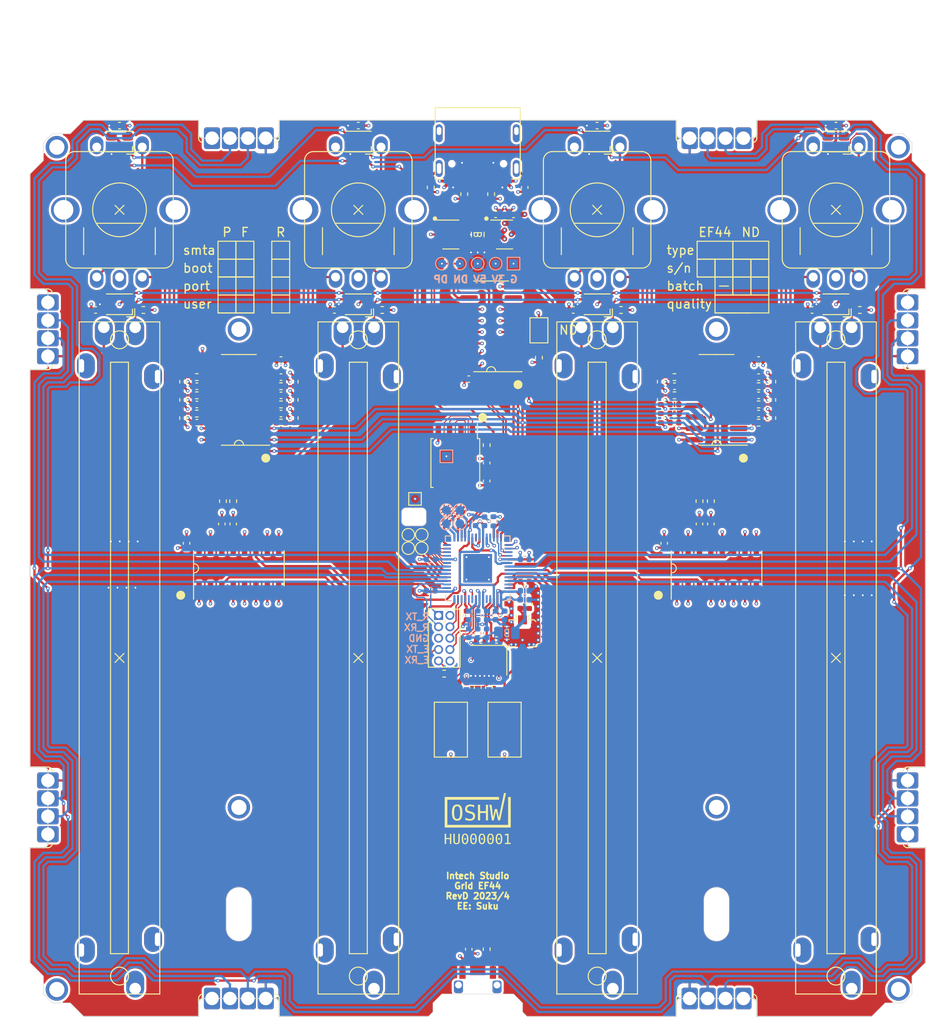
<source format=kicad_pcb>
(kicad_pcb (version 20221018) (generator pcbnew)
  (layers (0 "F.Cu" signal) (1 "In1.Cu" signal) (2 "In2.Cu" signal) (31 "B.Cu" signal) (34 "B.Paste" user) (35 "F.Paste" user) (36 "B.SilkS" user "B.Silkscreen") (37 "F.SilkS" user "F.Silkscreen") (38 "B.Mask" user) (39 "F.Mask" user) (44 "Edge.Cuts" user))
  (net 0 "")
  (net 1 "GND")
  (net 2 "/MCU/MAP_MODE")
  (net 3 "Net-(J701-In)")
  (net 4 "Net-(U704-XTAL_P)")
  (net 5 "Net-(U704-XTAL_N)")
  (net 6 "Net-(C759-Pad1)")
  (net 7 "/MCU/USB_DN")
  (net 8 "/MCU/USB_DP")
  (net 9 "VDD_SPI")
  (net 10 "/MCU/TMS")
  (net 11 "/MCU/TCK")
  (net 12 "/MCU/TDO")
  (net 13 "/MCU/GRID_SYNC_1")
  (net 14 "/MCU/GRID_WEST_TX")
  (net 15 "+5V")
  (net 16 "/MCU/GRID_WEST_RX")
  (net 17 "/MCU/GRID_SYNC_2")
  (net 18 "/MCU/GRID_SOUTH_TX")
  (net 19 "/MCU/GRID_NORTH_RX")
  (net 20 "/MCU/GRID_SOUTH_RX")
  (net 21 "/MCU/GRID_NORTH_TX")
  (net 22 "/MCU/GRID_EAST_RX")
  (net 23 "/MCU/GRID_EAST_TX")
  (net 24 "/MCU/LED_DATA_OUT")
  (net 25 "/UI_LED/LED_DATA_OUT")
  (net 26 "/MCU/TDI")
  (net 27 "/MCU/U0RXD")
  (net 28 "/MCU/U0TXD")
  (net 29 "/MCU/SPICS0")
  (net 30 "Net-(C749-Pad1)")
  (net 31 "Net-(JP801-B)")
  (net 32 "Net-(U707-EN)")
  (net 33 "Net-(U1002-X0)")
  (net 34 "/HWCFG/HWCFG_DATA")
  (net 35 "/MCU/RP_UART0_TX")
  (net 36 "/MCU/RP_UART0_RX")
  (net 37 "/MCU/RP_CLK")
  (net 38 "/MCU/RP_SWCLK")
  (net 39 "/MCU/RP_SWDIO")
  (net 40 "/MCU/RP_RUN")
  (net 41 "/MCU/RP_SPI0_RX")
  (net 42 "/MCU/RP_SPI0_CS")
  (net 43 "/MCU/RP_SPI0_SCK")
  (net 44 "/MCU/RP_SPI0_TX")
  (net 45 "Net-(J702-Pin_7)")
  (net 47 "Net-(J711-CC1)")
  (net 49 "Net-(J711-CC2)")
  (net 51 "Net-(J711-SHIELD-PadS2)")
  (net 56 "Net-(R732-Pad2)")
  (net 58 "/MCU/RP_INTERRUPT")
  (net 59 "/MCU/SPIQ")
  (net 60 "/MCU/SPIWP")
  (net 61 "/MCU/SPID")
  (net 62 "/MCU/SPICLK")
  (net 63 "/MCU/SPIHD")
  (net 64 "/MCU/ESP_RESET")
  (net 65 "/MCU/ESP_BOOT0")
  (net 66 "/MCU/ESP_LNA")
  (net 67 "+1V1")
  (net 70 "+3V3")
  (net 74 "ESP_GPIO_3")
  (net 75 "ESP_GPIO_2")
  (net 76 "ESP_GPIO_1")
  (net 77 "ESP_GPIO_4")
  (net 78 "ESP_GPIO_5")
  (net 79 "ESP_GPIO_16")
  (net 80 "ESP_GPIO_48")
  (net 81 "ESP_GPIO_47")
  (net 82 "ESP_GPIO_33")
  (net 83 "ESP_GPIO_34")
  (net 84 "ESP_GPIO_35")
  (net 85 "ESP_GPIO_36")
  (net 86 "ESP_GPIO_37")
  (net 87 "ESP_GPIO_45")
  (net 88 "ESP_GPIO_46")
  (net 89 "Net-(SW701-A)")
  (net 90 "Net-(U703-GPIO12)")
  (net 91 "Net-(U703-GPIO13)")
  (net 92 "Net-(U703-GPIO14)")
  (net 93 "Net-(U703-GPIO15)")
  (net 115 "/UI_ENC/ENCODER_1/C")
  (net 116 "Net-(D901-DOUT)")
  (net 117 "Net-(D902-DOUT)")
  (net 118 "Net-(D902-DIN)")
  (net 119 "Net-(U1002-X1)")
  (net 120 "Net-(U1003-X0)")
  (net 121 "Net-(U1003-X1)")
  (net 122 "Net-(R1001-Pad2)")
  (net 123 "Net-(D905-DOUT)")
  (net 124 "Net-(D906-DOUT)")
  (net 125 "Net-(R1002-Pad2)")
  (net 126 "Net-(R1003-Pad2)")
  (net 127 "Net-(D909-DOUT)")
  (net 128 "Net-(D910-DOUT)")
  (net 129 "Net-(R1004-Pad2)")
  (net 130 "Net-(R1005-Pad2)")
  (net 131 "/UI_ENC/ENCODER_1/B")
  (net 132 "/UI_ENC/ENCODER_1/A")
  (net 133 "Net-(R1006-Pad2)")
  (net 134 "Net-(R1007-Pad2)")
  (net 135 "Net-(R1008-Pad2)")
  (net 136 "/UI_ENC/ENCODER_2/C")
  (net 137 "/UI_ENC/ENCODER_2/B")
  (net 138 "/UI_ENC/ENCODER_2/A")
  (net 139 "/UI_ENC/ENCODER_3/C")
  (net 140 "/UI_ENC/ENCODER_3/B")
  (net 141 "/UI_ENC/ENCODER_3/A")
  (net 154 "Net-(R1025-Pad1)")
  (net 155 "Net-(R1027-Pad2)")
  (net 156 "Net-(R1028-Pad2)")
  (net 160 "Net-(R1037-Pad1)")
  (net 161 "Net-(R1039-Pad2)")
  (net 162 "Net-(R1040-Pad2)")
  (net 163 "Net-(R1043-Pad1)")
  (net 164 "Net-(R1045-Pad2)")
  (net 165 "Net-(R1046-Pad2)")
  (net 167 "Net-(R1079-Pad1)")
  (net 168 "Net-(R1081-Pad2)")
  (net 169 "Net-(R1082-Pad2)")
  (net 171 "Net-(U1001-Q)")
  (net 181 "/UI_ENC/SHIFT")
  (net 182 "/UI_ENC/CLOCK")
  (net 183 "/UI_ENC/ENCODER_0/C")
  (net 184 "/UI_ENC/ENCODER_0/B")
  (net 185 "/UI_ENC/ENCODER_0/A")
  (net 186 "/UI_ENC/DATA")
  (footprint "suku_basics:UI_WS2812C-2020" (layer "F.Cu") (at 86.665 52.375 180)
    (fp_text reference "D905" hide)
    (fp_text value "WS2812C-2020" hide)
  )
  (footprint "suku_basics:UI_WS2812C-2020" (layer "F.Cu") (at 113.335 52.375 180)
    (fp_text reference "D909" hide)
    (fp_text value "WS2812C-2020" hide)
  )
  (footprint "suku_basics:UI_WS2812C-2020" (layer "F.Cu") (at 140.005 70.536 180)
    (fp_text reference "D914" hide)
    (fp_text value "WS2812C-2020" hide)
  )
  (footprint "suku_basics:CAP_0402" (layer "F.Cu") (at 99 142.5 -90)
    (fp_text reference "C757" hide)
    (fp_text value "100n" hide)
  )
  (footprint "suku_basics:CAP_0402" (layer "F.Cu") (at 86.665 50.597 180)
    (fp_text reference "C905" hide)
    (fp_text value "100n" hide)
  )
  (footprint "suku_basics:CAP_0402" (layer "F.Cu") (at 113.335 50.597 180)
    (fp_text reference "C909" hide)
    (fp_text value "100n" hide)
  )
  (footprint "suku_basics:CAP_0402" (layer "F.Cu") (at 140.005 50.597 180)
    (fp_text reference "C913" hide)
    (fp_text value "100n" hide)
  )
  (footprint "suku_basics:CAP_0402" (layer "F.Cu") (at 137.338 71.171)
    (fp_text reference "C914" hide)
    (fp_text value "100n" hide)
  )
  (footprint "suku_basics:UI_WS2812C-2020" (layer "F.Cu") (at 59.995 52.375 180)
    (fp_text reference "D901" hide)
    (fp_text value "WS2812C-2020" hide)
  )
  (footprint "suku_basics:UI_WS2812C-2020" (layer "F.Cu") (at 86.665 70.536 180)
    (fp_text reference "D906" hide)
    (fp_text value "WS2812C-2020" hide)
  )
  (footprint "suku_basics:UI_WS2812C-2020" (layer "F.Cu") (at 140.005 52.375 180)
    (fp_text reference "D913" hide)
    (fp_text value "WS2812C-2020" hide)
  )
  (footprint "suku_basics:J_INTERFACE_SPRINGPATTERN" (layer "F.Cu") (at 50 73.33 90)
    (fp_text reference "J703" hide)
    (fp_text value "AFB10-S08LCA-00")
  )
  (footprint "suku_basics:J_INTERFACE_SPRINGPATTERN" (layer "F.Cu") (at 50 126.67 90)
    (fp_text reference "J704" hide)
    (fp_text value "AFB10-S08LCA-00")
  )
  (footprint "suku_basics:J_INTERFACE_SPRINGPATTERN" (layer "F.Cu") (at 73.33 150 180)
    (fp_text reference "J706" hide)
    (fp_text value "AFB10-S08LCA-00")
  )
  (footprint "suku_basics:J_INTERFACE_SPRINGPATTERN" (layer "F.Cu") (at 73.33 50)
    (fp_text reference "J705" hide)
    (fp_text value "AFB10-S08LCA-00")
  )
  (footprint "suku_basics:J_INTERFACE_SPRINGPATTERN" (layer "F.Cu") (at 126.67 150 180)
    (fp_text reference "J708" hide)
    (fp_text value "AFB10-S08LCA-00")
  )
  (footprint "suku_basics:J_INTERFACE_SPRINGPATTERN" (layer "F.Cu") (at 126.67 50)
    (fp_text reference "J707" hide)
    (fp_text value "AFB10-S08LCA-00")
  )
  (footprint "suku_basics:J_INTERFACE_SPRINGPATTERN" (layer "F.Cu") (at 150 73.33 -90)
    (fp_text reference "J709" hide)
    (fp_text value "AFB10-S08LCA-00")
  )
  (footprint "suku_basics:RES_0402" (layer "F.Cu") (at 101 142.5 90)
    (fp_text reference "R736" hide)
    (fp_text value "1k" hide)
  )
  (footprint "suku_basics:CAP_0402" (layer "F.Cu") (at 83.998 71.171)
    (fp_text reference "C906" hide)
    (fp_text value "100n" hide)
  )
  (footprint "suku_basics:J_INTERFACE_SPRINGPATTERN" (layer "F.Cu") (at 150 126.67 -90)
    (fp_text reference "J710" hide)
    (fp_text value "AFB10-S08LCA-00")
  )
  (footprint "suku_basics:SOIC-8W_FLASH" (layer "F.Cu") (at 97.5 88.25 -90)
    (fp_text reference "U705" hide)
    (fp_text value "W25Q64JVSSIQ" hide)
  )
  (footprint "suku_basics:CAP_0402" (layer "F.Cu") (at 59.995 50.597 180)
    (fp_text reference "C901" hide)
    (fp_text value "100n" hide)
  )
  (footprint "suku_basics:CAP_0402" (layer "F.Cu") (at 99 78.8875 180)
    (fp_text reference "C801" hide)
    (fp_text value "100n" hide)
  )
  (footprint "suku_basics:SW_HYP_MAPMODE" (layer "F.Cu") (at 100 146.5 180)
    (fp_text reference "SW701" hide)
    (fp_text value "C255807" hide)
  )
  (footprint "suku_basics:SOIC-16_74HC165" (layer "F.Cu") (at 101.5 73 180)
    (fp_text reference "U801" hide)
    (fp_text value "74HC165" hide)
  )
  (footprint "suku_basics:CAP_0402" (layer "F.Cu") (at 101 90.25 -90)
    (fp_text reference "C756" hide)
    (fp_text value "100n" hide)
  )
  (footprint "suku_basics:UI_WS2812C-2020" (layer "F.Cu") (at 59.995 70.536 180)
    (fp_text reference "D902" hide)
    (fp_text value "WS2812C-2020" hide)
  )
  (footprint "suku_basics:CAP_0402" (layer "F.Cu") (at 57.328 71.171)
    (fp_text reference "C902" hide)
    (fp_text value "100n" hide)
  )
  (footprint "suku_basics:UI_WS2812C-2020" (layer "F.Cu") (at 113.335 70.536 180)
    (fp_text reference "D910" hide)
    (fp_text value "WS2812C-2020" hide)
  )
  (footprint "suku_basics:CAP_0402" (layer "F.Cu") (at 110.668 71.171)
    (fp_text reference "C910" hide)
    (fp_text value "100n" hide)
  )
  (footprint "suku_basics:USB_C_Korean_Hroparts_TYPE-C-31-M-12" (layer "F.Cu") (at 100 51.2 180)
    (fp_text reference "J711" hide)
    (fp_text value "USB_C_TYPE-C-32-M-12" hide)
  )
  (footprint "suku_basics:SOT-23-6" (layer "F.Cu") (at 97 62.75 180)
    (fp_text reference "U706" hide)
    (fp_text value "SESRV05-4" hide)
  )
  (footprint "suku_basics:UI_ENCODER_TT" (layer "F.Cu") (at 59.995 59.995)
    (fp_text reference "UI1005" hide)
    (fp_text value "EN12-HS22AF20 (NF)")
  )
  (footprint "suku_basics:RES_0402" (layer "F.Cu") (at 132.893 83.236 -90)
    (fp_text reference "R1040" hide)
    (fp_text value "10k")
  )
  (footprint "suku_basics:FERRIT_0805" (layer "F.Cu") (at 100 62.75 -90)
    (fp_text reference "L703" hide)
    (fp_text value "GZ2012D601TF" hide)
  )
  (footprint "suku_basics:CAP_0402" (layer "F.Cu") (at 121.971 81.712 180)
    (fp_text reference "C1049" hide)
    (fp_text value "100n")
  )
  (footprint "suku_basics:CAP_0402" (layer "F.Cu") (at 102 105.25 -90)
    (fp_text reference "C753" hide)
    (fp_text value "10n" hide)
  )
  (footprint "suku_basics:RES_0402" (layer "F.Cu") (at 131.369 79.68 180)
    (fp_text reference "R1037" hide)
    (fp_text value "10k")
  )
  (footprint "suku_basics:RES_0402" (layer "F.Cu") (at 68.631 82.728)
    (fp_text reference "R1025" hide)
    (fp_text value "10k")
  )
  (footprint "suku_basics:CAP_0402" (layer "F.Cu") (at 72.695 95.047 90)
    (fp_text reference "C1001" hide)
    (fp_text value "100n")
  )
  (footprint "suku_basics:RES_0402" (layer "F.Cu") (at 67.107 83.236 90)
    (fp_text reference "R1026" hide)
    (fp_text value "10k")
  )
  (footprint "Button_Switch_SMD:SW_SPST_CK_RS282G05A3" (layer "F.Cu") (at 97 118 90)
    (fp_text reference "SW703" hide)
    (fp_text value "C2905169" hide)
  )
  (footprint "suku_basics:CAP_0402" (layer "F.Cu") (at 78.029 82.728)
    (fp_text reference "C1032" hide)
    (fp_text value "100n")
  )
  (footprint "suku_basics:CAP_0402" (layer "F.Cu") (at 67.488 97.206 -90)
    (fp_text reference "C1003" hide)
    (fp_text value "100n")
  )
  (footprint "suku_basics:CAP_0402" (layer "F.Cu") (at 68.631 79.68 180)
    (fp_text reference "C1015" hide)
    (fp_text value "100n")
  )
  (footprint "suku_basics:RES_0402" (layer "F.Cu") (at 101 86.25 90)
    (fp_text reference "R734" hide)
    (fp_text value "5k1" hide)
  )
  (footprint "suku_basics:RES_0402" (layer "F.Cu") (at 100 113.25 -90)
    (fp_text reference "R732" hide)
    (fp_text value "5k1")
  )
  (footprint "Crystal:Crystal_SMD_Abracon_ABM8G-4Pin_3.2x2.5mm" (layer "F.Cu") (at 101.25 110.25 180)
    (fp_text reference "Y701" hide)
    (fp_text value "ESP32_XTAL" hide)
  )
  (footprint "suku_basics:RES_0402" (layer "F.Cu") (at 71.552 92.507 90)
    (fp_text reference "R1001" hide)
    (fp_text value "1k")
  )
  (footprint "suku_basics:RES_0402" (layer "F.Cu") (at 78.029 79.68 180)
    (fp_text reference "R1043" hide)
    (fp_text value "10k")
  )
  (footprint "suku_basics:RES_0402" (layer "F.Cu") (at 142.672 71.171 180)
    (fp_text reference "R1008" hide)
    (fp_text value "470R")
  )
  (footprint "suku_basics:RES_0402" (layer "F.Cu") (at 101.25 113.25 90)
    (fp_text reference "R735" hide)
    (fp_text value "5k1")
  )
  (footprint "suku_basics:SOIC-16_74HC165" (layer "F.Cu") (at 73.33 81.204 180)
    (fp_text reference "U1001" hide)
    (fp_text value "74HC165")
  )
  (footprint "suku_basics:RES_0402" (layer "F.Cu") (at 121.971 78.664 180)
    (fp_text reference "R1084" hide)
    (fp_text value "10k")
  )
  (footprint "suku_basics:RES_0402" (layer "F.Cu") (at 62.662 71.171 180)
    (fp_text reference "R1005" hide)
    (fp_text value "470R")
  )
  (footprint "suku_basics:CAP_0402" (layer "F.Cu") (at 100.35 108 180)
    (fp_text reference "C750" hide)
    (fp_text value "10p" hide)
  )
  (footprint "suku_basics:CAP_0402" (layer "F.Cu") (at 98.75 105.25 -90)
    (fp_text reference "C752" hide)
    (fp_text value "100n" hide)
  )
  (footprint "suku_basics:RES_0402" (layer "F.Cu") (at 79.553 79.172 -90)
    (fp_text reference "R1044" hide)
    (fp_text value "10k")
  )
  (footprint "suku_basics:CAP_0402" (layer "F.Cu") (at 131.369 80.696)
    (fp_text reference "C1028" hide)
    (fp_text value "100n")
  )
  (footprint "suku_basics:RES_0402" (layer "F.Cu") (at 120.447 83.236 90)
    (fp_text reference "R1080" hide)
    (fp_text value "10k")
  )
  (footprint "suku_basics:UI_FADER_TT_long" (layer "F.Cu") (at 140.005 110)
    (fp_text reference "UI1004" hide)
    (fp_text value "PS60-10MC1BR10K (NF)")
  )
  (footprint "suku_basics:RES_0402" (layer "F.Cu") (at 132.893 81.204 -90)
    (fp_text reference "R1039" hide)
    (fp_text value "10k")
  )
  (footprint "suku_basics:CAP_0402" (layer "F.Cu") (at 68.631 81.712 180)
    (fp_text reference "C1014" hide)
    (fp_text value "100n")
  )
  (footprint "suku_basics:UI_ENCODER_TT" (layer "F.Cu") (at 86.665 59.995)
    (fp_text reference "UI1008" hide)
    (fp_text value "EN12-HS22AF20 (NF)")
  )
  (footprint "suku_basics:CAP_0402" (layer "F.Cu") (at 78.029 78.664)
    (fp_text reference "C1030" hide)
    (fp_text value "100n")
  )
  (footprint "suku_basics:CAP_0402" (layer "F.Cu") (at 104 60.5)
    (fp_text reference "C761" hide)
    (fp_text value "1u" hide)
  )
  (footprint "suku_basics:CAP_0402" (layer "F.Cu") (at 105.25 102.5)
    (fp_text reference "C742" hide)
    (fp_text value "1p8" hide)
  )
  (footprint "suku_basics:CAP_0402" (layer "F.Cu") (at 124.765 95.047 90)
    (fp_text reference "C1005" hide)
    (fp_text value "100n")
  )
  (footprint "suku_basics:RES_0402" (layer "F.Cu") (at 78.029 83.744)
    (fp_text reference "R1048" hide)
    (fp_text value "10k")
  )
  (footprint "suku_basics:RES_0402" (layer "F.Cu") (at 121.971 82.728)
    (fp_text reference "R1079" hide)
    (fp_text value "10k")
  )
  (footprint "TestPoint:TestPoint_Pad_1.0x1.0mm" (layer "F.Cu") (at 93 92.25)
    (fp_text reference "TP710" hide)
    (fp_text value "TestPoint")
  )
  (footprint "suku_basics:CAP_0402" (layer "F.Cu") (at 100.75 94.75 90)
    (fp_text reference "C751" hide)
    (fp_text value "100n" hide)
  )
  (footprint "Jumper:SolderJumper-2_P1.3mm_Open_TrianglePad1.0x1.5mm" (layer "F.Cu") (at 106.834 73.441 -90)
    (fp_text reference "JP801" hide)
    (fp_text value "(NF)")
  )
  (footprint "suku_basics:CAP_0402" (layer "F.Cu") (at 105.25 57.5 -90)
    (fp_text reference "C759" hide)
    (fp_text value "4n7" hide)
  )
  (footprint "suku_basics:CAP_0402" (layer "F.Cu") (at 131.369 82.728)
    (fp_text reference "C1029" hide)
    (fp_text value "100n")
  )
  (footprint "suku_basics:UI_FADER_TT_long" (layer "F.Cu") (at 59.995 110)
    (fp_text reference "UI1001" hide)
    (fp_text value "PS60-10MC1BR10K (NF)")
  )
  (footprint "suku_basics:RES_0402" (layer "F.Cu") (at 68.631 80.696 180)
    (fp_text reference "R1029" hide)
    (fp_text value "10k")
  )
  (footprint "suku_basics:CAP_0402" (layer "F.Cu") (at 98.75 113.25 90)
    (fp_text reference "C758" hide)
    (fp_text value "1u")
  )
  (footprint "suku_basics:SOIC-16_74HC4051" (layer "F.Cu") (at 126.67 100 90)
    (fp_text reference "U1003" hide)
    (fp_text value "74HC4051")
  )
  (footprint "suku_basics:RES_0402" (layer "F.Cu") (at 116.002 71.171 180)
    (fp_text reference "R1007" hide)
    (fp_text value "470R")
  )
  (footprint "suku_basics:RES_0402" (layer "F.Cu") (at 121.971 80.696 180)
    (fp_text reference "R1083" hide)
    (fp_text value "10k")
  )
  (footprint "suku_basics:SOIC-16_74HC4051" (layer "F.Cu") (at 73.33 100 90)
    (fp_text reference "U1002" hide)
    (fp_text value "74HC4051")
  )
  (footprint "suku_basics:CAP_0402" (layer "F.Cu") (at 105.75 104 90)
    (fp_text reference "C739" hide)
    (fp_text value "3p9" hide)
  )
  (footprint "suku_basics:CAP_0402" (layer "F.Cu") (at 101 88.25 90)
    (fp_text reference "C755" hide)
    (fp_text value "1u" hide)
  )
  (footprint "suku_basics:UI_FADER_TT_long" (layer "F.Cu") (at 86.665 110)
    (fp_text reference "UI1002" hide)
    (fp_text value "PS60-10MC1BR10K (NF)")
  )
  (footprint "suku_basics:CAP_0402" (layer "F.Cu") (at 102 60.5)
    (fp_text reference "C760" hide)
    (fp_text value "1u" hide)
  )
  (footprint "suku_basics:CAP_0402" (layer "F.Cu") (at 105.25 101.5)
    (fp_text reference "C749" hide)
    (fp_text value "100n" hide)
  )
  (footprint "suku_basics:UI_ENCODER_TT" (layer "F.Cu") (at 140.005 59.995)
    (fp_text reference "UI1007" hide)
    (fp_text value "EN12-HS22AF20 (NF)")
  )
  (footprint "suku_basics:QFN-56-1EP_7x7mm_P0.4mm_EP3.2x3.2mm" (layer "F.Cu") (at 100 100 180)
    (fp_text reference "U704" hide)
    (fp_text value "ESP32-S3FN8" hide)
  )
  (footprint "suku_basics:CAP_0402" (layer "F.Cu") (at 126.035 95.047 90)
    (fp_text reference "C1004" hide)
    (fp_text value "100n")
  )
  (footprint "suku_basics:RES_0402" (layer "F.Cu") (at 101.5 58.25 -90)
    (fp_text reference "R738" hide)
    (fp_text value "5k1" hide)
  )
  (footprint "suku_basics:RES_0402" (layer "F.Cu") (at 106.834 76.489 -90)
    (fp_text reference "R801" hide)
    (fp_text value "5k1")
  )
  (footprint "suku_basics:RES_0402" (layer "F.Cu") (at 67.107 79.172 90)
    (fp_text reference "R1028" hide)
    (fp_text value "10k")
  )
  (footprint "suku_basics:grid_outline" (layer "F.Cu") (at 100 100)
    (fp_text reference "M701" hide)
    (fp_text value "(NF)" hide)
  )
  (footprint "suku_basics:RES_0402" (layer "F.Cu") (at 98.5 58.25 -90)
    (fp_text reference "R739" hide)
    (fp_text value "5k1" hide)
  )
  (footprint "suku_basics:UI_ENCODER_TT" (layer "F.Cu") (at 113.335 59.995)
    (fp_text reference "UI1014" hide)
    (fp_text value "EN12-HS22AF20 (NF)")
  )
  (footprint "suku_basics:RES_0402" (layer "F.Cu") (at 68.631 78.664 180)
    (fp_text reference "R1030" hide)
    (fp_text value "10k")
  )
  (footprint "suku_basics:RES_0402" (layer "F.Cu") (at 67.107 81.204 90)
    (fp_text reference "R1027" hide)
    (fp_text value "10k")
  )
  (footprint "TestPoint:TestPoint_Pad_D1.0mm" (layer "F.Cu") (at 93.75 96.25)
    (fp_text reference "TP706" hide)
    (fp_text value "TestPoint")
  )
  (footprint "Connector_PinHeader_1.27mm:PinHeader_2x05_P1.27mm_Vertical" (layer "F.Cu") (at 95.625 105.25)
    (fp_text reference "J702" hide)
    (fp_text value "(NF)" hide)
  )
  (footprint "suku_basics:CAP_0402" (layer "F.Cu") (at 121.971 83.744 180)
    (fp_text reference "C1048" hide)
    (fp_text value "100n")
  )
  (footprint "suku_basics:SOT-23-5" (layer "F.Cu") (at 103 62.75 180)
    (fp_text reference "U707" hide)
    (fp_text value "LN1134A332MR-G" hide)
  )
  (footprint "suku_basics:CAP_0402" (layer "F.Cu") (at 71.425 95.047 90)
    (fp_text reference "C1002" hide)
    (fp_text value "100n")
  )
  (footprint "suku_basics:CAP_0402" (layer "F.Cu") (at 131.369 78.664)
    (fp_text reference "C1027" hide)
    (fp_text value "100n")
  )
  (footprint "suku_basics:CAP_0402" (layer "F.Cu") (at 120.828 97.206 -90)
    (fp_text reference "C1006" hide)
    (fp_text value "100n")
  )
  (footprint "Button_Switch_SMD:SW_SPST_CK_RS282G05A3" (layer "F.Cu") (at 103 118 90)
    (fp_text reference "SW702" hide)
    (fp_text value "C2905169" hide)
  )
  (footprint "suku_basics:CAP_0402" (layer "F.Cu") (at 78.029 76.759 180)
    (fp_text reference "C1019" hide)
    (fp_text value "100n")
  )
  (footprint "suku_basics:SOIC-16_74HC165" (layer "F.Cu") (at 126.67 81.204 180)
    (fp_text reference "U1005" hide)
    (fp_text value "74HC165")
  )
  (footprint "suku_basics:RES_0402" (layer "F.Cu") (at 120.447 81.204 90)
    (fp_text reference "R1081" hide)
    (fp_text value "10k")
  )
  (footprint "suku_basics:RES_0402" (layer "F.Cu") (at 124.765 92.507 90)
    (fp_text reference "R1003" hide)
    (fp_text value "1k")
  )
  (footprint "suku_basics:CAP_0402" (layer "F.Cu") (at 131.369 76.759 180)
    (fp_text reference "C1023" hide)
    (fp_text value "100n")
  )
  (footprint "suku_basics:RES_0402" (layer "F.Cu") (at 94.75 57.5 -90)
    (fp_text reference "R737" hide)
    (fp_text value "1M" hide)
  )
  (footprint "TestPoint:TestPoint_Pad_D1.0mm" (layer "F.Cu") (at 92.25 96.25)
    (fp_text reference "TP708" hide)
    (fp_text value "TestPoint")
  )
  (footprint "TestPoint:TestPoint_Pad_D1.0mm" (layer "F.Cu") (at 92.25 97.75)
    (fp_text reference "TP709" hide)
    (fp_text value "TestPoint")
  )
  (footprint "suku_basics:RES_0402" (layer "F.Cu") (at 120.447 79.172 90)
    (fp_text reference "R1082" hide)
    (fp_text value "10k")
  )
  (footprint "TestPoint:TestPoint_Pad_D1.0mm" (layer "F.Cu") (at 93.75 97.75)
    (fp_text reference "TP707" hide)
    (fp_text value "TestPoint")
  )
  (footprint "Connector_Coaxial:U.FL_Molex_MCRF_73412-0110_Vertical" (layer "F.Cu") (at 105 107.25 180)
    (fp_text reference "J701" hide)
    (fp_text value "Conn_Coaxial" hide)
  )
  (footprint "suku_basics:IND_0402" (layer "F.Cu") (at 104.75 103.985 90)
    (fp_text reference "L701" hide)
    (fp_text value "1n8" hide)
  )
  (footprint "suku_basics:RES_0402" (layer "F.Cu") (at 72.695 92.507 90)
    (fp_text reference "R1002" hide)
    (fp_text value "1k")
  )
  (footprint "suku_basics:CAP_0402" (layer "F.Cu") (at 78.029 80.696)
    (fp_text reference "C1031" hide)
    (fp_text value "100n")
  )
  (footprint "suku_basics:UI_FADER_TT_long" (layer "F.Cu") (at 113.335 110)
    (fp_text reference "UI1003" hide)
    (fp_text value "PS60-10MC1BR10K (NF)")
  )
  (footprint "suku_basics:CAP_0402" (layer "F.Cu") (at 121.971 79.68 180)
    (fp_text reference "C1050" hide)
    (fp_text value "100n")
  )
  (footprint "suku_basics:RES_0402" (layer "F.Cu") (at 89.332 71.171 180)
    (fp_text reference "R1006" hide)
    (fp_text value "470R")
  )
  (footprint "suku_basics:RES_0402" (layer "F.Cu") (at 132.893 79.172 -90)
    (fp_text reference "R1038" hide)
    (fp_text value "10k")
  )
  (footprint "suku_basics:CAP_0402" (layer "F.Cu") (at 102.1 108)
    (fp_text reference "C748" hide)
    (fp_text value "10p" hide)
  )
  (footprint "suku_basics:RES_0402" (layer "F.Cu") (at 126.035 92.507 90)
    (fp_text reference "R1004" hide)
    (fp_text value "1k")
  )
  (footprint "suku_basics:RES_0402" (layer "F.Cu") (at 131.369 81.712)
    (fp_text reference "R1041" hide)
    (fp_text value "10k")
  )
  (footprint "suku_basics:CAP_0402" (layer "F.Cu") (at 103 105.25 -90)
    (fp_text reference "C754" hide)
    (fp_text value "1u" hide)
  )
  (footprint "suku_basics:CAP_0402" (layer "F.Cu") (at 68.631 83.744 180)
    (fp_text reference "C1013" hide)
    (fp_text value "100n")
  )
  (footprint "suku_basics:RES_0402" (layer "F.Cu") (at 78.029 81.712)
    (fp_text reference "R1047" hide)
    (fp_text value "10k")
  )
  (footprint "suku_basics:RES_0402" (layer "F.Cu") (at 96.25 111.75)
    (fp_text reference "R733" hide)
    (fp_text value "1k" hide)
  )
  (footprint "suku_basics:OSHWA" (layer "F.Cu") (at 100 128)
    (fp_text reference "LOGO701" hide)
    (fp_text value "OSHWA" hide)
  )
  (footprint "suku_basics:RES_0402" (layer "F.Cu") (at 79.553 83.236 -90)
    (fp_text reference "R1046" hide)
    (fp_text value "10k")
  )
  (footprint "suku_basics:RES_0402" (layer "F.Cu") (at 131.369 83.744)
    (fp_text reference "R1042" hide)
    (fp_text value "10k")
  )
  (footprint "suku_basics:RES_0402" (layer "F.Cu") (at 79.553 81.204 -90)
    (fp_text reference "R1045" hide)
    (fp_text value "10k")
  )
  (footprint "TestPoint:TestPoint_Pad_1.0x1.0mm" (layer "B.Cu") (at 104 66 180)
    (fp_text reference "TP711" hide)
    (fp_text value "GND" hide)
  )
  (footprint "TestPoint:TestPoint_Pad_D1.0mm" (layer "B.Cu") (at 100 66 180)
    (fp_text reference "TP712" hide)
    (fp_text value "VB" hide)
  )
  (footprint "TestPoint:TestPoint_Pad_D1.0mm" (layer "B.Cu") (at 98 66)
    (fp_text reference "TP713" hide)
    (fp_text value "D-" hide)
  )
  (footprint "TestPoint:TestPoint_Pad_D1.0mm" (layer "B.Cu") (at 96 66)
    (fp_text reference "TP714" hide)
    (fp_text value "D+" hide)
  )
  (footprint "suku_basics:FERRIT_0805" (layer "B.Cu") (at 103.25 107.2 180)
    (fp_text reference "L702" hide)
    (fp_text value "GZ2012D601TF" hide)
  )
  (footprint "suku_basics:CAP_0402" (layer "B.Cu") (at 105.25 103.5)
    (fp_text reference "C741" hide)
    (fp_text value "100n" hide)
  )
  (footprint "suku_basics:CAP_0402" (layer "B.Cu") (at 101 105.25 -90)
    (fp_text reference "C745" hide)
    (fp_text value "100n" hide)
  )
  (footprint "suku_basics:RP2040_QFN-56-1EP_7x7mm_P0.4mm_EP3.2x3.2mm" (layer "B.Cu") (at 100 100 90)
    (fp_text reference "U703" hide)
    (fp_text value "RP2040" hide)
  )
  (footprint "suku_basics:CAP_0402" (layer "B.Cu") (at 94.75 99 180)
    (fp_text reference "C736" hide)
    (fp_text value "100n" hide)
  )
  (footprint "TestPoint:TestPoint_Pad_1.0x1.0mm" (layer "B.Cu") (at 96.5 87.5 180)
    (fp_text reference "TP705" hide)
    (fp_text value "TestPoint")
  )
  (footprint "TestPoint:TestPoint_Pad_D1.0mm" (layer "B.Cu") (at 98 95 180)
    (fp_text reference "TP703" hide)
    (fp_text value "TestPoint" hide)
  )
  (footprint "suku_basics:CAP_0402" (layer "B.Cu") (at 100 105.25 -90)
    (fp_text reference "C744" hide)
    (fp_text value "100n" hide)
  )
  (footprint "suku_basics:CAP_0402" (layer "B.Cu") (at 100 107.25 90)
    (fp_text reference "C746" hide)
    (fp_text value "1u" hide)
  )
  (footprint "TestPoint:TestPoint_Pad_D1.0mm" (layer "B.Cu") (at 102 66)
    (fp_text reference "TP715" hide)
    (fp_text value "UI" hide)
  )
  (footprint "suku_basics:CAP_0402" (layer "B.Cu") (at 99 107.25 90)
    (fp_text reference "C743" hide)
    (fp_text value "10u" hide)
  )
  (footprint "suku_basics:CAP_0402" (layer "B.Cu") (at 102 105.25 -90)
    (fp_text reference "C733" hide)
    (fp_text value "1u" hide)
  )
  (footprint "TestPoint:TestPoint_Pad_D1.0mm" (layer "B.Cu") (at 96.5 95 180)
    (fp_text reference "TP701" hide)
    (fp_text value "TestPoint" hide)
  )
  (footprint "suku_basics:CAP_0402" (layer "B.Cu") (at 99.75 94.75 90)
    (fp_text reference "C737" hide)
    (fp_text value "100n" hide)
  )
  (footprint "suku_basics:CAP_0402" (layer "B.Cu") (at 105.25 102.5)
    (fp_text reference "C740" hide)
    (fp_text value "100n" hide)
  )
  (footprint "TestPoint:TestPoint_Pad_D1.0mm" (layer "B.Cu") (at 98 93.5 180)
    (fp_text reference "TP704" hide)
    (fp_text value "TestPoint" hide)
  )
  (footprint "TestPoint:TestPoint_Pad_D1.0mm" (layer "B.Cu") (at 96.5 93.5 180)
    (fp_text reference "TP702" hide)
    (fp_text value "TestPoint" hide)
  )
  (footprint "suku_basics:CAP_0402" (layer "B.Cu") (at 105.25 99)
    (fp_text reference "C738" hide)
    (fp_text value "100n" hide)
  )
  (footprint "suku_basics:CAP_0402" (layer "B.Cu") (at 103 105.25 -90)
    (fp_text reference "C734" hide)
    (fp_text value "1u" hide)
  )
  (footprint "suku_basics:CAP_0402" (layer "B.Cu") (at 100.75 94.75 90)
    (fp_text reference "C731" hide)
    (fp_text value "100n" hide)
  )
  (footprint "suku_basics:RES_0402" (layer "B.Cu") (at 101.75 94.75 -90)
    (fp_text reference "R729" hide)
    (fp_text value "5k1" hide)
  )
  (footprint "suku_basics:CAP_0402" (layer "B.Cu") (at 99 105.25 -90)
    (fp_text reference "C732" hide)
    (fp_text value "100n" hide)
  )
  (footprint "suku_basics:CAP_0402" (layer "B.Cu") (at 101 107.25 90)
    (fp_text reference "C747" hide)
    (fp_text value "100n" hide)
  )
  (footprint "suku_basics:CAP_0402" (layer "B.Cu") (at 94.75 102.5 180)
    (fp_text reference "C735" hide)
    (fp_text value "100n" hide)
  )
  (gr_line (start 75 63.5) (end 73 63.5) (stroke (width 0.12)) (layer "F.SilkS"))
  (gr_line (start 73 65.5) (end 73 63.5) (stroke (width 0.12)) (layer "F.SilkS"))
  (gr_line (start 71 67.5) (end 73 67.5) (stroke (width 0.12)) (layer "F.SilkS"))
  (gr_line (start 71 63.5) (end 71 65.5) (stroke (width 0.12)) (layer "F.SilkS"))
  (gr_line (start 73 63.5) (end 71 63.5) (stroke (width 0.12)) (layer "F.SilkS"))
  (gr_line (start 73 63.5) (end 73 65.5) (stroke (width 0.12)) (layer "F.SilkS"))
  (gr_line (start 73 67.5) (end 75 67.5) (stroke (width 0.12)) (layer "F.SilkS"))
  (gr_line (start 75 65.5) (end 75 63.5) (stroke (width 0.12)) (layer "F.SilkS"))
  (gr_line (start 79 63.5) (end 77 63.5) (stroke (width 0.12)) (layer "F.SilkS"))
  (gr_line (start 77 63.5) (end 77 65.5) (stroke (width 0.12)) (layer "F.SilkS"))
  (gr_line (start 79 65.5) (end 79 63.5) (stroke (width 0.12)) (layer "F.SilkS"))
  (gr_line (start 75 67.5) (end 75 69.5) (stroke (width 0.12)) (layer "F.SilkS"))
  (gr_line (start 75 69.5) (end 75 67.5) (stroke (width 0.12)) (layer "F.SilkS"))
  (gr_line (start 73 67.5) (end 71 67.5) (stroke (width 0.12)) (layer "F.SilkS"))
  (gr_line (start 71 67.5) (end 71 69.5) (stroke (width 0.12)) (layer "F.SilkS"))
  (gr_line (start 71 69.5) (end 73 69.5) (stroke (width 0.12)) (layer "F.SilkS"))
  (gr_line (start 73 69.5) (end 73 67.5) (stroke (width 0.12)) (layer "F.SilkS"))
  (gr_line (start 75 67.5) (end 73 67.5) (stroke (width 0.12)) (layer "F.SilkS"))
  (gr_line (start 75 69.5) (end 75 71.5) (stroke (width 0.12)) (layer "F.SilkS"))
  (gr_line (start 75 71.5) (end 75 69.5) (stroke (width 0.12)) (layer "F.SilkS"))
  (gr_line (start 73 71.5) (end 75 71.5) (stroke (width 0.12)) (layer "F.SilkS"))
  (gr_line (start 73 69.5) (end 73 71.5) (stroke (width 0.12)) (layer "F.SilkS"))
  (gr_line (start 73 69.5) (end 71 69.5) (stroke (width 0.12)) (layer "F.SilkS"))
  (gr_line (start 71 69.5) (end 71 71.5) (stroke (width 0.12)) (layer "F.SilkS"))
  (gr_line (start 71 71.5) (end 73 71.5) (stroke (width 0.12)) (layer "F.SilkS"))
  (gr_line (start 75 69.5) (end 73 69.5) (stroke (width 0.12)) (layer "F.SilkS"))
  (gr_line (start 73 69.5) (end 75 69.5) (stroke (width 0.12)) (layer "F.SilkS"))
  (gr_line (start 73 67.5) (end 73 69.5) (stroke (width 0.12)) (layer "F.SilkS"))
  (gr_line (start 73 71.5) (end 73 69.5) (stroke (width 0.12)) (layer "F.SilkS"))
  (gr_line (start 73 71.5) (end 71 71.5) (stroke (width 0.12)) (layer "F.SilkS"))
  (gr_line (start 75 71.5) (end 73 71.5) (stroke (width 0.12)) (layer "F.SilkS"))
  (gr_line (start 124.5 65.5) (end 124.5 63.5) (stroke (width 0.12)) (layer "F.SilkS"))
  (gr_line (start 124.5 63.5) (end 128.5 63.5) (stroke (width 0.12)) (layer "F.SilkS"))
  (gr_line (start 128.5 63.5) (end 128.5 65.5) (stroke (width 0.12)) (layer "F.SilkS"))
  (gr_line (start 126.5 65.5) (end 124.5 65.5) (stroke (width 0.12)) (layer "F.SilkS"))
  (gr_line (start 128.5 65.5) (end 126.5 65.5) (stroke (width 0.12)) (layer "F.SilkS"))
  (gr_line (start 128.5 69.5) (end 130.5 69.5) (stroke (width 0.12)) (layer "F.SilkS"))
  (gr_line (start 128.5 67.5) (end 128.5 69.5) (stroke (width 0.12)) (layer "F.SilkS"))
  (gr_line (start 130.5 69.5) (end 130.5 67.5) (stroke (width 0.12)) (layer "F.SilkS"))
  (gr_line (start 127 68.5) (end 128 68.5) (stroke (width 0.12)) (layer "F.SilkS"))
  (gr_line (start 128.5 69.5) (end 126.5 69.5) (stroke (width 0.12)) (layer "F.SilkS"))
  (gr_line (start 128.5 67.5) (end 128.5 69.5) (stroke (width 0.12)) (layer "F.SilkS"))
  (gr_line (start 128.5 69.5) (end 128.5 67.5) (stroke (width 0.12)) (layer "F.SilkS"))
  (gr_line (start 130.5 69.5) (end 128.5 69.5) (stroke (width 0.12)) (layer "F.SilkS"))
  (gr_line (start 130.5 67.5) (end 130.5 69.5) (stroke (width 0.12)) (layer "F.SilkS"))
  (gr_line (start 126.5 69.5) (end 128.5 69.5) (stroke (width 0.12)) (layer "F.SilkS"))
  (gr_line (start 126.5 67.5) (end 126.5 69.5) (stroke (width 0.12)) (layer "F.SilkS"))
  (gr_line (start 130.5 67.5) (end 132.5 67.5) (stroke (width 0.12)) (layer "F.SilkS"))
  (gr_line (start 130.5 65.5) (end 132.5 65.5) (stroke (width 0.12)) (layer "F.SilkS"))
  (gr_line (start 130.5 65.5) (end 130.5 67.5) (stroke (width 0.12)) (layer "F.SilkS"))
  (gr_line (start 132.5 67.5) (end 132.5 65.5) (stroke (width 0.12)) (layer "F.SilkS"))
  (gr_line (start 132.5 67.5) (end 130.5 67.5) (stroke (width 0.12)) (layer "F.SilkS"))
  (gr_line (start 130.5 67.5) (end 130.5 65.5) (stroke (width 0.12)) (layer "F.SilkS"))
  (gr_line (start 132.5 67.5) (end 132.5 69.5) (stroke (width 0.12)) (layer "F.SilkS"))
  (gr_line (start 132.5 69.5) (end 130.5 69.5) (stroke (width 0.12)) (layer "F.SilkS"))
  (gr_line (start 128.5 67.5) (end 126.5 67.5) (stroke (width 0.12)) (layer "F.SilkS"))
  (gr_line (start 132.5 69.5) (end 132.5 67.5) (stroke (width 0.12)) (layer "F.SilkS"))
  (gr_line (start 130.5 69.5) (end 132.5 69.5) (stroke (width 0.12)) (layer "F.SilkS"))
  (gr_line (start 126.5 67.5) (end 124.5 67.5) (stroke (width 0.12)) (layer "F.SilkS"))
  (gr_line (start 130.5 67.5) (end 128.5 67.5) (stroke (width 0.12)) (layer "F.SilkS"))
  (gr_line (start 130.5 67.5) (end 130.5 65.5) (stroke (width 0.12)) (layer "F.SilkS"))
  (gr_line (start 128.5 67.5) (end 130.5 67.5) (stroke (width 0.12)) (layer "F.SilkS"))
  (gr_line (start 128.5 65.5) (end 128.5 67.5) (stroke (width 0.12)) (layer "F.SilkS"))
  (gr_line (start 130.5 65.5) (end 128.5 65.5) (stroke (width 0.12)) (layer "F.SilkS"))
  (gr_line (start 128.5 67.5) (end 128.5 65.5) (stroke (width 0.12)) (layer "F.SilkS"))
  (gr_line (start 126.5 67.5) (end 128.5 67.5) (stroke (width 0.12)) (layer "F.SilkS"))
  (gr_line (start 130.5 67.5) (end 130.5 69.5) (stroke (width 0.12)) (layer "F.SilkS"))
  (gr_line (start 126.5 65.5) (end 126.5 67.5) (stroke (width 0.12)) (layer "F.SilkS"))
  (gr_line (start 124.5 65.5) (end 124.5 67.5) (stroke (width 0.12)) (layer "F.SilkS"))
  (gr_line (start 124.5 67.5) (end 126.5 67.5) (stroke (width 0.12)) (layer "F.SilkS"))
  (gr_line (start 126.5 67.5) (end 126.5 65.5) (stroke (width 0.12)) (layer "F.SilkS"))
  (gr_line (start 128.5 65.5) (end 126.5 65.5) (stroke (width 0.12)) (layer "F.SilkS"))
  (gr_line (start 126.5 65.5) (end 124.5 65.5) (stroke (width 0.12)) (layer "F.SilkS"))
  (gr_line (start 73 65.5) (end 73 67.5) (stroke (width 0.12)) (layer "F.SilkS"))
  (gr_line (start 73 67.5) (end 75 67.5) (stroke (width 0.12)) (layer "F.SilkS"))
  (gr_line (start 75 67.5) (end 73 67.5) (stroke (width 0.12)) (layer "F.SilkS"))
  (gr_line (start 73 67.5) (end 71 67.5) (stroke (width 0.12)) (layer "F.SilkS"))
  (gr_line (start 75 65.5) (end 73 65.5) (stroke (width 0.12)) (layer "F.SilkS"))
  (gr_line (start 73 67.5) (end 73 65.5) (stroke (width 0.12)) (layer "F.SilkS"))
  (gr_line (start 71 67.5) (end 73 67.5) (stroke (width 0.12)) (layer "F.SilkS"))
  (gr_line (start 71 65.5) (end 71 67.5) (stroke (width 0.12)) (layer "F.SilkS"))
  (gr_line (start 73 65.5) (end 71 65.5) (stroke (width 0.12)) (layer "F.SilkS"))
  (gr_line (start 75 67.5) (end 75 65.5) (stroke (width 0.12)) (layer "F.SilkS"))
  (gr_line (start 75 65.5) (end 75 67.5) (stroke (width 0.12)) (layer "F.SilkS"))
  (gr_line (start 77 65.5) (end 79 65.5) (stroke (width 0.12)) (layer "F.SilkS"))
  (gr_line (start 73 65.5) (end 75 65.5) (stroke (width 0.12)) (layer "F.SilkS"))
  (gr_line (start 71 65.5) (end 73 65.5) (stroke (width 0.12)) (layer "F.SilkS"))
  (gr_line (start 128.5 71.5) (end 126.5 71.5) (stroke (width 0.12)) (layer "F.SilkS"))
  (gr_line (start 130.5 71.5) (end 128.5 71.5) (stroke (width 0.12)) (layer "F.SilkS"))
  (gr_line (start 132.5 71.5) (end 128.5 71.5) (stroke (width 0.12)) (layer "F.SilkS"))
  (gr_line (start 128.5 71.5) (end 126.5 71.5) (stroke (width 0.12)) (layer "F.SilkS"))
  (gr_line (start 132.5 69.5) (end 132.5 71.5) (stroke (width 0.12)) (layer "F.SilkS"))
  (gr_line (start 126.5 69.5) (end 130.5 69.5) (stroke (width 0.12)) (layer "F.SilkS"))
  (gr_line (start 126.5 71.5) (end 126.5 69.5) (stroke (width 0.12)) (layer "F.SilkS"))
  (gr_line (start 79 71.5) (end 79 69.5) (stroke (width 0.12)) (layer "F.SilkS"))
  (gr_line (start 77 69.5) (end 77 71.5) (stroke (width 0.12)) (layer "F.SilkS"))
  (gr_line (start 79 69.5) (end 77 69.5) (stroke (width 0.12)) (layer "F.SilkS"))
  (gr_line (start 77 71.5) (end 79 71.5) (stroke (width 0.12)) (layer "F.SilkS"))
  (gr_line (start 77 67.5) (end 79 67.5) (stroke (width 0.12)) (layer "F.SilkS"))
  (gr_line (start 132.5 63.5) (end 132.5 65.5) (stroke (width 0.12)) (layer "F.SilkS"))
  (gr_line (start 128.5 65.5) (end 128.5 63.5) (stroke (width 0.12)) (layer "F.SilkS"))
  (gr_line (start 77 69.5) (end 79 69.5) (stroke (width 0.12)) (layer "F.SilkS"))
  (gr_line (start 128.5 63.5) (end 132.5 63.5) (stroke (width 0.12)) (layer "F.SilkS"))
  (gr_line (start 79 69.5) (end 79 67.5) (stroke (width 0.12)) (layer "F.SilkS"))
  (gr_line (start 77 65.5) (end 77 67.5) (stroke (width 0.12)) (layer "F.SilkS"))
  (gr_line (start 132.5 65.5) (end 130.5 65.5) (stroke (width 0.12)) (layer "F.SilkS"))
  (gr_line (start 130.5 65.5) (end 128.5 65.5) (stroke (width 0.12)) (layer "F.SilkS"))
  (gr_line (start 79 65.5) (end 77 65.5) (stroke (width 0.12)) (layer "F.SilkS"))
  (gr_line (start 79 67.5) (end 77 67.5) (stroke (width 0.12)) (layer "F.SilkS"))
  (gr_line (start 79 67.5) (end 79 65.5) (stroke (width 0.12)) (layer "F.SilkS"))
  (gr_line (start 130.5 65.5) (end 128.5 65.5) (stroke (width 0.12)) (layer "F.SilkS"))
  (gr_line (start 77 67.5) (end 77 69.5) (stroke (width 0.12)) (layer "F.SilkS"))
  (gr_line (start 132.5 65.5) (end 130.5 65.5) (stroke (width 0.12)) (layer "F.SilkS"))
  (gr_line (start 130.5 65.5) (end 128.5 65.5) (stroke (width 0.12)) (layer "F.SilkS"))
  (gr_line (start 132.5 65.5) (end 130.5 65.5) (stroke (width 0.12)) (layer "F.SilkS"))
  (gr_line (start 132.5 65.5) (end 130.5 65.5) (stroke (width 0.12)) (layer "F.SilkS"))
  (gr_arc (start 91.5 93.75) (mid 91.646447 93.396447) (end 92 93.25) (stroke (width 0.05)) (layer "Edge.Cuts"))
  (gr_line (start 95 148.5) (end 95 149.5) (stroke (width 0.05)) (layer "Edge.Cuts"))
  (gr_line (start 128.084222 138.590786) (end 128.084222 137.005) (stroke (width 0.05)) (layer "Edge.Cuts"))
  (gr_line (start 52 130.67) (end 52 122.67) (stroke (width 0.1)) (layer "Edge.Cuts"))
  (gr_arc (start 52 77.33) (mid 51.853553 77.683553) (end 51.5 77.83) (stroke (width 0.1)) (layer "Edge.Cuts"))
  (gr_line (start 68.83 148.5) (end 68.83 150) (stroke (width 0.1)) (layer "Edge.Cuts"))
  (gr_line (start 77.83 50) (end 122.17 50) (stroke (width 0.1)) (layer "Edge.Cuts"))
  (gr_line (start 148.5 147.5) (end 147.5 148.5) (stroke (width 0.05)) (layer "Edge.Cuts"))
  (gr_line (start 148.5 54.5) (end 150 56) (stroke (width 0.05)) (layer "Edge.Cuts"))
  (gr_arc (start 77.33 148) (mid 77.683553 148.146447) (end 77.83 148.5) (stroke (width 0.1)) (layer "Edge.Cuts"))
  (gr_arc (start 148 69.33) (mid 148.146447 68.976447) (end 148.5 68.83) (stroke (width 0.1)) (layer "Edge.Cuts"))
  (gr_line (start 104 147.5) (end 105 148.5) (stroke (width 0.05)) (layer "Edge.Cuts"))
  (gr_line (start 50 77.83) (end 51.5 77.83) (stroke (width 0.1)) (layer "Edge.Cuts"))
  (gr_line (start 150 122.17) (end 148.5 122.17) (stroke (width 0.1)) (layer "Edge.Cuts"))
  (gr_line (start 144 50) (end 145.5 51.5) (stroke (width 0.05)) (layer "Edge.Cuts"))
  (gr_line (start 52.5 148.5) (end 51.5 147.5) (stroke (width 0.05)) (layer "Edge.Cuts"))
  (gr_line (start 150 144) (end 148.5 145.5) (stroke (width 0.05)) (layer "Edge.Cuts"))
  (gr_line (start 68.83 150) (end 56 150) (stroke (width 0.1)) (layer "Edge.Cuts"))
  (gr_arc (start 92 95.25) (mid 91.646447 95.103553) (end 91.5 94.75) (stroke (width 0.05)) (layer "Edge.Cuts"))
  (gr_arc (start 148.5 131.17) (mid 148.146447 131.023553) (end 148 130.67) (stroke (width 0.1)) (layer "Edge.Cuts"))
  (gr_line (start 94.25 94.75) (end 94.25 93.75) (stroke (width 0.05)) (layer "Edge.Cuts"))
  (gr_line (start 71.915786 138.590786) (end 71.915786 137.005) (stroke (width 0.05)) (layer "Edge.Cuts"))
  (gr_arc (start 128.084222 140.176572) (mid 126.670004 141.59079) (end 125.255786 140.176572) (stroke (width 0.05)) (layer "Edge.Cuts"))
  (gr_line (start 130.67 148) (end 122.67 148) (stroke (width 0.1)) (layer "Edge.Cuts"))
  (gr_line (start 95 148.5) (end 96 147.5) (stroke (width 0.05)) (layer "Edge.Cuts"))
  (gr_arc (start 77.83 51.5) (mid 77.683553 51.853553) (end 77.33 52) (stroke (width 0.1)) (layer "Edge.Cuts"))
  (gr_line (start 150 56) (end 150 68.83) (stroke (width 0.1)) (layer "Edge.Cuts"))
  (gr_line (start 51.5 122.17) (end 50 122.17) (stroke (width 0.1)) (layer "Edge.Cuts"))
  (gr_arc (start 94.25 94.75) (mid 94.103553 95.103553) (end 93.75 95.25) (stroke (width 0.05)) (layer "Edge.Cuts"))
  (gr_line (start 150 77.83) (end 150 122.17) (stroke (width 0.1)) (layer "Edge.Cuts"))
  (gr_line (start 148 122.67) (end 148 130.67) (stroke (width 0.1)) (layer "Edge.Cuts"))
  (gr_line (start 148.5 52.5) (end 148.5 54.5) (stroke (width 0.05)) (layer "Edge.Cuts"))
  (gr_line (start 51.5 52.5) (end 52.5 51.5) (stroke (width 0.05)) (layer "Edge.Cuts"))
  (gr_line (start 77.33 148) (end 69.33 148) (stroke (width 0.1)) (layer "Edge.Cuts"))
  (gr_line (start 148.5 145.5) (end 148.5 147.5) (stroke (width 0.05)) (layer "Edge.Cuts"))
  (gr_arc (start 130.67 148) (mid 131.023553 148.146447) (end 131.17 148.5) (stroke (width 0.1)) (layer "Edge.Cuts"))
  (gr_line (start 68.83 50) (end 68.83 51.5) (stroke (width 0.1)) (layer "Edge.Cuts"))
  (gr_line (start 122.17 50) (end 122.17 51.5) (stroke (width 0.1)) (layer "Edge.Cuts"))
  (gr_arc (start 131.17 51.5) (mid 131.023553 51.853553) (end 130.67 52) (stroke (width 0.1)) (layer "Edge.Cuts"))
  (gr_arc (start 125.255786 137.005) (mid 126.670004 135.590782) (end 128.084222 137.005) (stroke (width 0.05)) (layer "Edge.Cuts"))
  (gr_arc (start 148.5 77.83) (mid 148.146447 77.683553) (end 148 77.33) (stroke (width 0.1)) (layer "Edge.Cuts"))
  (gr_line (start 51.5 147.5) (end 51.5 145.5) (stroke (width 0.05)) (layer "Edge.Cuts"))
  (gr_line (start 131.17 50) (end 144 50) (stroke (width 0.1)) (layer "Edge.Cuts"))
  (gr_line (start 128.084222 138.590786) (end 128.084222 140.176572) (stroke (width 0.05)) (layer "Edge.Cuts"))
  (gr_line (start 147.5 148.5) (end 145.5 148.5) (stroke (width 0.05)) (layer "Edge.Cuts"))
  (gr_arc (start 122.67 52) (mid 122.316447 51.853553) (end 122.17 51.5) (stroke (width 0.1)) (layer "Edge.Cuts"))
  (gr_line (start 92 95.25) (end 93.75 95.25) (stroke (width 0.05)) (layer "Edge.Cuts"))
  (gr_line (start 104 147.5) (end 96 147.5) (stroke (width 0.05)) (layer "Edge.Cuts"))
  (gr_arc (start 52 130.67) (mid 51.853553 131.023553) (end 51.5 131.17) (stroke (width 0.1)) (layer "Edge.Cuts"))
  (gr_line (start 50 56) (end 51.5 54.5) (stroke (width 0.05)) (layer "Edge.Cuts"))
  (gr_line (start 74.744222 138.590786) (end 74.744222 137.005) (stroke (width 0.05)) (layer "Edge.Cuts"))
  (gr_line (start 148.5 131.17) (end 150 131.17) (stroke (width 0.1)) (layer "Edge.Cuts"))
  (gr_arc (start 74.744222 140.176572) (mid 73.330004 141.59079) (end 71.915786 140.176572) (stroke (width 0.05)) (layer "Edge.Cuts"))
  (gr_arc (start 122.17 148.5) (mid 122.316447 148.146447) (end 122.67 148) (stroke (width 0.1)) (layer "Edge.Cuts"))
  (gr_line (start 122.17 148.5) (end 122.17 150) (stroke (width 0.1)) (layer "Edge.Cuts"))
  (gr_line (start 51.5 145.5) (end 50 144) (stroke (width 0.05)) (layer "Edge.Cuts"))
  (gr_arc (start 51.5 68.83) (mid 51.853553 68.976447) (end 52 69.33) (stroke (width 0.1)) (layer "Edge.Cuts"))
  (gr_line (start 91.5 93.75) (end 91.5 94.75) (stroke (width 0.05)) (layer "Edge.Cuts"))
  (gr_line (start 150 68.83) (end 148.5 68.83) (stroke (width 0.1)) (layer "Edge.Cuts"))
  (gr_line (start 95 149.5) (end 94.5 150) (stroke (width 0.05)) (layer "Edge.Cuts"))
  (gr_line (start 145.5 51.5) (end 147.5 51.5) (stroke (width 0.05)) (layer "Edge.Cuts"))
  (gr_line (start 145.5 148.5) (end 144 150) (stroke (width 0.05)) (layer "Edge.Cuts"))
  (gr_arc (start 51.5 122.17) (mid 51.853553 122.316447) (end 52 122.67) (stroke (width 0.1)) (layer "Edge.Cuts"))
  (gr_line (start 122.67 52) (end 130.67 52) (stroke (width 0.1)) (layer "Edge.Cuts"))
  (gr_line (start 69.33 52) (end 77.33 52) (stroke (width 0.1)) (layer "Edge.Cuts"))
  (gr_line (start 105 149.5) (end 105.5 150) (stroke (width 0.05)) (layer "Edge.Cuts"))
  (gr_line (start 54.5 51.5) (end 56 50) (stroke (width 0.05)) (layer "Edge.Cuts"))
  (gr_line (start 52.5 51.5) (end 54.5 51.5) (stroke (width 0.05)) (layer "Edge.Cuts"))
  (gr_line (start 74.744222 138.590786) (end 74.744222 140.176572) (stroke (width 0.05)) (layer "Edge.Cuts"))
  (gr_line (start 54.5 148.5) (end 52.5 148.5) (stroke (width 0.05)) (layer "Edge.Cuts"))
  (gr_arc (start 71.915786 137.005) (mid 73.330004 135.590782) (end 74.744222 137.005) (stroke (width 0.05)) (layer "Edge.Cuts"))
  (gr_line (start 56 50) (end 68.83 50) (stroke (width 0.1)) (layer "Edge.Cuts"))
  (gr_line (start 150 131.17) (end 150 144) (stroke (width 0.1)) (layer "Edge.Cuts"))
  (gr_arc (start 93.75 93.25) (mid 94.103553 93.396447) (end 94.25 93.75) (stroke (width 0.05)) (layer "Edge.Cuts"))
  (gr_line (start 50 131.17) (end 51.5 131.17) (stroke (width 0.1)) (layer "Edge.Cuts"))
  (gr_line (start 105 149.5) (end 105 148.5) (stroke (width 0.05)) (layer "Edge.Cuts"))
  (gr_line (start 148.5 77.83) (end 150 77.83) (stroke (width 0.1)) (layer "Edge.Cuts"))
  (gr_line (start 144 150) (end 131.17 150) (stroke (width 0.1)) (layer "Edge.Cuts"))
  (gr_line (start 50 122.17) (end 50 77.83) (stroke (width 0.1)) (layer "Edge.Cuts"))
  (gr_line (start 147.5 51.5) (end 148.5 52.5) (stroke (width 0.05)) (layer "Edge.Cuts"))
  (gr_arc (start 68.83 148.5) (mid 68.976447 148.146447) (end 69.33 148) (stroke (width 0.1)) (layer "Edge.Cuts"))
  (gr_line (start 52 77.33) (end 52 69.33) (stroke (width 0.1)) (layer "Edge.Cuts"))
  (gr_line (start 122.17 150) (end 105.5 150) (stroke (width 0.05)) (layer "Edge.Cuts"))
  (gr_line (start 50 68.83) (end 50 56) (stroke (width 0.1)) (layer "Edge.Cuts"))
  (gr_line (start 131.17 150) (end 131.17 148.5) (stroke (width 0.1)) (layer "Edge.Cuts"))
  (gr_line (start 51.5 54.5) (end 51.5 52.5) (stroke (width 0.05)) (layer "Edge.Cuts"))
  (gr_line (start 77.83 51.5) (end 77.83 50) (stroke (width 0.1)) (layer "Edge.Cuts"))
  (gr_line (start 50 144) (end 50 131.17) (stroke (width 0.1)) (layer "Edge.Cuts"))
  (gr_line (start 148 69.33) (end 148 77.33) (stroke (width 0.1)) (layer "Edge.Cuts"))
  (gr_line (start 131.17 51.5) (end 131.17 50) (stroke (width 0.1)) (layer "Edge.Cuts"))
  (gr_line (start 77.83 150) (end 77.83 148.5) (stroke (width 0.1)) (layer "Edge.Cuts"))
  (gr_line (start 125.255786 138.590786) (end 125.255786 140.176572) (stroke (width 0.05)) (layer "Edge.Cuts"))
  (gr_arc (start 69.33 52) (mid 68.976447 51.853553) (end 68.83 51.5) (stroke (width 0.1)) (layer "Edge.Cuts"))
  (gr_line (start 125.255786 138.590786) (end 125.255786 137.005) (stroke (width 0.05)) (layer "Edge.Cuts"))
  (gr_line (start 71.915786 138.590786) (end 71.915786 140.176572) (stroke (width 0.05)) (layer "Edge.Cuts"))
  (gr_line (start 94.5 150) (end 77.83 150) (stroke (width 0.1)) (layer "Edge.Cuts"))
  (gr_arc (start 148 122.67) (mid 148.146447 122.316447) (end 148.5 122.17) (stroke (width 0.1)) (layer "Edge.Cuts"))
  (gr_line (start 51.5 68.83) (end 50 68.83) (stroke (width 0.1)) (layer "Edge.Cuts"))
  (gr_line (start 92 93.25) (end 93.75 93.25) (stroke (width 0.05)) (layer "Edge.Cuts"))
  (gr_line (start 56 150) (end 54.5 148.5) (stroke (width 0.05)) (layer "Edge.Cuts"))
  (gr_text "G 3V 5V DN DP" (at 99.75 67.75) (layer "B.SilkS") (effects (font (size 0.8 0.8) (thickness 0.2)) (justify mirror)))
  (gr_text "R_TX\nR_RX\nGND\nE_TX\nE_RX" (at 94.666 110.668) (layer "B.SilkS") (effects (font (size 0.75 0.75)) (justify left bottom mirror)))
  (gr_text "Intech Studio\nGrid EF44\nRevD 2023/4\nEE: Suku" (at 100 136) (layer "F.SilkS") (effects (font (size 0.7 0.7) (thickness 0.175))))
  (gr_text "port" (at 67 68.5) (layer "F.SilkS") (effects (font (size 1 1)) (justify left)))
  (gr_text "smta" (at 67 64.5) (layer "F.SilkS") (effects (font (size 1 1)) (justify left)))
  (gr_text "P" (at 72 62.5) (layer "F.SilkS") (effects (font (size 1 1))))
  (gr_text "F" (at 74 62.5) (layer "F.SilkS") (effects (font (size 1 1))))
  (gr_text "user" (at 67 70.5) (layer "F.SilkS") (effects (font (size 1 1)) (justify left)))
  (gr_text "R" (at 78 62.5) (layer "F.SilkS") (effects (font (size 1 1))))
  (gr_text "s/n" (at 121 66.5) (layer "F.SilkS") (effects (font (size 1 1)) (justify left)))
  (gr_text "type" (at 121 64.5) (layer "F.SilkS") (effects (font (size 1 1)) (justify left)))
  (gr_text "EF44" (at 126.5 62.5) (layer "F.SilkS") (effects (font (size 1 1))))
  (gr_text "batch" (at 121 68.5) (layer "F.SilkS") (effects (font (size 1 1)) (justify left)))
  (gr_text "quality" (at 121 70.5) (layer "F.SilkS") (effects (font (size 1 1)) (justify left)))
  (gr_text "ND" (at 130.5 62.5) (layer "F.SilkS") (effects (font (size 1 1))))
  (gr_text "ND" (at 109 74) (layer "F.SilkS") (effects (font (size 1 1)) (justify left bottom)))
  (gr_text "boot" (at 67 66.5) (layer "F.SilkS") (effects (font (size 1 1)) (justify left)))
  (segment (start 101 87.77) (end 100.27 87.77) (width 0.254) (layer "F.Cu") (net 1))
  (segment (start 60.895 51.017) (end 60.475 50.597) (width 0.254) (layer "F.Cu") (net 1))
  (segment (start 60.475 50.597) (end 61.138 50.597) (width 0.254) (layer "F.Cu") (net 1))
  (segment (start 113.815 51.405) (end 114.235 51.825) (width 0.254) (layer "F.Cu") (net 1))
  (segment (start 100.27 87.77) (end 100.25 87.75) (width 0.254) (layer "F.Cu") (net 1))
  (segment (start 87.565 69.986) (end 87.215 69.986) (width 0.254) (layer "F.Cu") (net 1))
  (segment (start 69.139 84.379) (end 70.855 84.379) (width 0.254) (layer "F.Cu") (net 1))
  (segment (start 124.195 83.109) (end 125.273 83.109) (width 0.254) (layer "F.Cu") (net 1))
  (segment (start 136.858 70.536) (end 136.858 71.171) (width 0.254) (layer "F.Cu") (net 1))
  (segment (start 67.488 97.686) (end 66.564 97.686) (width 0.254) (layer "F.Cu") (net 1))
  (segment (start 128.194 76.759) (end 129.145 76.759) (width 0.254) (layer "F.Cu") (net 1))
  (segment (start 124.765 94.567) (end 124.765 93.777) (width 0.254) (layer "F.Cu") (net 1))
  (segment (start 103.25 56.095) (end 103.25 57) (width 0.381) (layer "F.Cu") (net 1))
  (segment (start 125.4 83.236) (end 125.4 84.252) (width 0.254) (layer "F.Cu") (net 1))
  (segment (start 68.123 81.712) (end 67.615 81.204) (width 0.254) (layer "F.Cu") (net 1))
  (segment (start 127.305 97.525) (end 127.305 95.936) (width 0.254) (layer "F.Cu") (net 1))
  (segment (start 98.52 78.8875) (end 98.52 79.509) (width 0.254) (layer "F.Cu") (net 1))
  (segment (start 99.025 76.175) (end 100.052 76.175) (width 0.254) (layer "F.Cu") (net 1))
  (segment (start 68.151 81.712) (end 68.123 81.712) (width 0.254) (layer "F.Cu") (net 1))
  (segment (start 71.933 84.379) (end 70.855 84.379) (width 0.254) (layer "F.Cu") (net 1))
  (segment (start 100 100) (end 101.25 101.25) (width 0.254) (layer "F.Cu") (net 1))
  (segment (start 102.48 60.5) (end 102.48 60.27) (width 0.254) (layer "F.Cu") (net 1))
  (segment (start 76.505 97.525) (end 76.505 95.936) (width 0.254) (layer "F.Cu") (net 1))
  (segment (start 103.25 57) (end 103.75 57.5) (width 0.381) (layer "F.Cu") (net 1))
  (segment (start 74.854 79.299) (end 74.603 79.048) (width 0.254) (layer "F.Cu") (net 1))
  (segment (start 98.52 79.509) (end 98.476 79.553) (width 0.254) (layer "F.Cu") (net 1))
  (segment (start 121.463 79.68) (end 120.955 79.172) (width 0.254) (layer "F.Cu") (net 1))
  (segment (start 126.035 94.567) (end 126.035 93.777) (width 0.254) (layer "F.Cu") (net 1))
  (segment (start 113.815 50.597) (end 114.478 50.597) (width 0.254) (layer "F.Cu") (net 1))
  (segment (start 101.9 62.75) (end 102.5 62.75) (width 0.6) (layer "F.Cu") (net 1))
  (segment (start 78.509 80.696) (end 78.537 80.696) (width 0.254) (layer "F.Cu") (net 1))
  (segment (start 106.11 76.999) (end 106.834 76.999) (width 0.254) (layer "F.Cu") (net 1))
  (segment (start 106.75 102.75) (end 106.5 102.5) (width 0.254) (layer "F.Cu") (net 1))
  (segment (start 96.095 56.75) (end 95.75 56.75) (width 0.381) (layer "F.Cu") (net 1))
  (segment (start 67.615 83.236) (end 67.643 83.236) (width 0.254) (layer "F.Cu") (net 1))
  (segment (start 78.537 80.696) (end 79.045 81.204) (width 0.254) (layer "F.Cu") (net 1))
  (segment (start 131.849 80.696) (end 131.877 80.696) (width 0.254) (layer "F.Cu") (net 1))
  (segment (start 87.215 69.986) (end 86.665 70.536) (width 0.254) (layer "F.Cu") (net 1))
  (segment (start 60.895 69.986) (end 60.545 69.986) (width 0.254) (layer "F.Cu") (net 1))
  (segment (start 131.115 102.475) (end 131.115 103.937) (width 0.254) (layer "F.Cu") (net 1))
  (segment (start 102 105.73) (end 103 105.73) (width 0.254) (layer "F.Cu") (net 1))
  (segment (start 102.5 62.75) (end 103 62.25) (width 0.6) (layer "F.Cu") (net 1))
  (segment (start 101.25 94.75) (end 100.77 94.27) (width 0.254) (layer "F.Cu") (net 1))
  (segment (start 70.855 83.109) (end 71.933 83.109) (width 0.254) (layer "F.Cu") (net 1))
  (segment (start 102 59.75) (end 102.48 60.23) (width 0.254) (layer "F.Cu") (net 1))
  (segment (start 102.48 60.27) (end 103 59.75) (width 0.254) (layer "F.Cu") (net 1))
  (segment (start 95.5 86) (end 95.595 85.905) (width 0.254) (layer "F.Cu") (net 1))
  (segment (start 94.75 58.01) (end 95.49 58.01) (width 0.254) (layer "F.Cu") (net 1))
  (segment (start 75.805 79.299) (end 74.854 79.299) (width 0.254) (layer "F.Cu") (net 1))
  (segment (start 131.849 78.664) (end 131.877 78.664) (width 0.254) (layer "F.Cu") (net 1))
  (segment (start 140.485 50.597) (end 140.485 51.405) (width 0.254) (layer "F.Cu") (net 1))
  (segment (start 77.549 76.759) (end 77.549 77.3205) (width 0.254) (layer "F.Cu") (net 1))
  (segment (start 78.537 78.664) (end 79.045 79.172) (width 0.254) (layer "F.Cu") (net 1))
  (segment (start 121.463 81.712) (end 120.955 81.204) (width 0.254) (layer "F.Cu") (net 1))
  (segment (start 76.505 102.475) (end 76.505 103.937) (width 0.254) (layer "F.Cu") (net 1))
  (segment (start 60.895 51.825) (end 60.895 51.017) (width 0.254) (layer "F.Cu") (net 1))
  (segment (start 67.643 83.236) (end 68.151 83.744) (width 0.254) (layer "F.Cu") (net 1))
  (segment (start 87.145 51.405) (end 87.565 51.825) (width 0.254) (layer "F.Cu") (net 1))
  (segment (start 75.805 76.759) (end 77.549 76.759) (width 0.254) (layer "F.Cu") (net 1))
  (segment (start 127.943 79.048) (end 127.943 77.01) (width 0.254) (layer "F.Cu") (net 1))
  (segment (start 129.845 102.475) (end 129.845 103.937) (width 0.254) (layer "F.Cu") (net 1))
  (segment (start 78.509 82.728) (end 78.537 82.728) (width 0.254) (layer "F.Cu") (net 1))
  (segment (start 131.115 97.525) (end 131.115 95.936) (width 0.254) (layer "F.Cu") (net 1))
  (segment (start 127.943 77.01) (end 128.194 76.759) (width 0.254) (layer "F.Cu") (net 1))
  (segment (start 110.188 70.536) (end 110.188 71.171) (width 0.254) (layer "F.Cu") (net 1))
  (segment (start 96.75 56.095) (end 96.75 57) (width 0.381) (layer "F.Cu") (net 1))
  (segment (start 130.889 76.759) (end 130.889 77.3205) (width 0.254) (layer "F.Cu") (net 1))
  (segment (start 129.145 79.299) (end 128.194 79.299) (width 0.254) (layer "F.Cu") (net 1))
  (segment (start 98.5 58.76) (end 97.51 58.76) (width 0.254) (layer "F.Cu") (net 1))
  (segment (start 103.975 73.635) (end 102.516 73.635) (width 0.254) (layer "F.Cu") (net 1))
  (segment (start 68.151 79.68) (end 68.123 79.68) (width 0.254) (layer "F.Cu") (net 1))
  (segment (start 103 121.9) (end 103 120.75) (width 0.254) (layer "F.Cu") (net 1))
  (segment (start 95.9 62.75) (end 94.75 62.75) (width 0.254) (layer "F.Cu") (net 1))
  (segment (start 121.491 79.68) (end 121.463 79.68) (width 0.254) (layer "F.Cu") (net 1))
  (segment (start 102.48 60.23) (end 102.48 60.5) (width 0.254) (layer "F.Cu") (net 1))
  (segment (start 87.145 50.597) (end 87.145 51.405) (width 0.254) (layer "F.Cu") (net 1))
  (segment (start 70.155 102.475) (end 70.155 103.937) (width 0.254) (layer "F.Cu") (net 1))
  (segment (start 127.305 102.475) (end 127.305 103.937) (width 0.254) (layer "F.Cu") (net 1))
  (segment (start 78.509 78.664) (end 78.537 78.664) (width 0.254) (layer "F.Cu") (net 1))
  (segment (start 98.3 145.1) (end 98.3 143.55) (width 0.254) (layer "F.Cu") (net 1))
  (segment (start 128.575 102.475) (end 128.575 103.937) (width 0.254) (layer "F.Cu") (net 1))
  (segment (start 120.955 83.236) (end 120.983 83.236) (width 0.254) (layer "F.Cu") (net 1))
  (segment (start 98.75 112.77) (end 98.75 112) (width 0.254) (layer "F.Cu") (net 1))
  (segment (start 126.035 102.475) (end 126.035 103.937) (width 0.254) (layer "F.Cu") (net 1))
  (segment (start 68.123 79.68) (end 67.615 79.172) (width 0.254) (layer "F.Cu") (net 1))
  (segment (start 122.225 102.475) (end 122.225 103.937) (width 0.254) (layer "F.Cu") (net 1))
  (segment (start 72.695 102.475) (end 72.695 103.937) (width 0.254) (layer "F.Cu") (net 1))
  (segment (start 75.235 102.475) (end 75.235 103.937) (width 0.254) (layer "F.Cu") (net 1))
  (segment (start 95.595 85.905) (end 95.595 84.65) (width 0.254) (layer "F.Cu") (net 1))
  (segment (start 69.266 77.521) (end 69.266 75.489) (width 0.254) (layer "F.Cu") (net 1))
  (segment (start 125.273 84.379) (end 124.195 84.379) (width 0.254) (layer "F.Cu") (net 1))
  (segment (start 99.25 110.25) (end 100.1 109.4) (width 0.254) (layer "F.Cu") (net 1))
  (segment (start 140.485 51.405) (end 140.905 51.825) (width 0.254) (layer "F.Cu") (net 1))
  (segment (start 140.485 50.597) (end 141.148 50.597) (width 0.254) (layer "F.Cu") (net 1))
  (segment (start 103.975 68.555) (end 102.516 68.555) (width 0.254) (layer "F.Cu") (net 1))
  (segment (start 131.877 80.696) (end 132.385 81.204) (width 0.254) (layer "F.Cu") (net 1))
  (segment (start 99.025 72.365) (end 100.484 72.365) (width 0.254) (layer "F.Cu") (net 1))
  (segment (start 60.545 69.986) (end 59.995 70.536) (width 0.254) (layer "F.Cu") (net 1))
  (segment (start 73.965 97.525) (end 73.965 95.936) (width 0.254) (layer "F.Cu") (net 1))
  (segment (start 96.75 56.095) (end 96.095 56.75) (width 0.381) (layer "F.Cu") (net 1))
  (segment (start 106.5 102) (end 106 101.5) (width 0.254) (layer "F.Cu") (net 1))
  (segment (start 99.569927 108.300073) (end 99.87 108) (width 0.254) (layer "F.Cu") (net 1))
  (segment (start 73.965 102.475) (end 73.965 103.937) (width 0.254) (layer "F.Cu") (net 1))
  (segment (start 103.52 60.27) (end 103 59.75) (width 0.254) (layer "F.Cu") (net 1))
  (segment (start 101.5 58.76) (end 102.49 58.76) (width 0.254) (layer "F.Cu") (net 1))
  (segment (start 121.491 81.712) (end 121.463 81.712) (width 0.254) (layer "F.Cu") (net 1))
  (segment (start 120.828 97.686) (end 120.064 97.686) (width 0.254) (layer "F.Cu") (net 1))
  (segment (start 106.5 102.5) (end 105.73 102.5) (width 0.254) (layer "F.Cu") (net 1))
  (segment (start 113.815 50.597) (end 113.815 51.405) (width 0.254) (layer "F.Cu") (net 1))
  (segment (start 97 121.9) (end 97 120.75) (width 0.254) (layer "F.Cu") (net 1))
  (segment (start 74.603 79.048) (end 74.603 77.01) (width 0.254) (layer "F.Cu") (net 1))
  (segment (start 77.775 97.525) (end 77.775 95.936) (width 0.254) (layer "F.Cu") (net 1))
  (segment (start 95.49 58.01) (end 95.5 58) (width 0.254) (layer "F.Cu") (net 1))
  (segment (start 97.51 58.76) (end 97.5 58.75) (width 0.254) (layer "F.Cu") (net 1))
  (segment (start 103.52 60.23) (end 104 59.75) (width 0.254) (layer "F.Cu") (net 1))
  (segment (start 72.06 83.236) (end 72.06 84.252) (width 0.254) (layer "F.Cu") (net 1))
  (segment (start 77.775 102.475) (end 77.775 103.937) (width 0.254) (layer "F.Cu") (net 1))
  (segment (start 77.549 77.3205) (end 77.521 77.3485) (width 0.254) (layer "F.Cu") (net 1))
  (segment (start 131.877 78.664) (end 132.385 79.172) (width 0.254) (layer "F.Cu") (net 1))
  (segment (start 123.495 102.475) (end 123.495 103.937) (width 0.254) (layer "F.Cu") (net 1))
  (segment (start 105.25 57.98) (end 104.52 57.98) (width 0.254) (layer "F.Cu") (net 1))
  (segment (start 100.052 76.175) (end 100.484 75.743) (width 0.254) (layer "F.Cu") (net 1))
  (segment (start 72.06 84.252) (end 71.933 84.379) (width 0.254) (layer "F.Cu") (net 1))
  (segment (start 78.537 82.728) (end 79.045 83.236) (width 0.254) (layer "F.Cu") (net 1))
  (segment (start 103.975 72.365) (end 102.516 72.365) (width 0.254) (layer "F.Cu") (net 1))
  (segment (start 102.362 112.268) (end 102.362 111.112) (width 0.254) (layer "F.Cu") (net 1))
  (segment (start 56.848 70.536) (end 56.848 71.171) (width 0.254) (layer "F.Cu") (net 1))
  (segment (start 99.260542 108.300073) (end 99.569927 108.300073) (width 0.254) (layer "F.Cu") (net 1))
  (segment (start 99.025 74.905) (end 100.484 74.905) (width 0.254) (layer "F.Cu") (net 1))
  (segment (start 103.25 56.095) (end 103.905 56.75) (width 0.381) (layer "F.Cu") (net 1))
  (segment (start 104.52 57.98) (end 104.5 58) (width 0.254) (layer "F.Cu") (net 1))
  (segment (start 100.1 109.4) (end 100.15 109.4) (width 0.254) (layer "F.Cu") (net 1))
  (segment (start 129.845 97.525) (end 129.845 95.936) (width 0.254) (layer "F.Cu") (net 1))
  (segment (start 100 100) (end 98.75 98.75) (width 0.254) (layer "F.Cu") (net 1))
  (segment (start 98.3293 106.1507) (end 98.75 105.73) (width 0.254) (layer "F.Cu") (net 1))
  (segment (start 100.27 90.73) (end 100.25 90.75) (width 0.254) (layer "F.Cu") (net 1))
  (segment (start 140.905 69.986) (end 140.555 69.986) (width 0.254) (layer "F.Cu") (net 1))
  (segment (start 129.145 76.759) (end 130.889 76.759) (width 0.254) (layer "F.Cu") (net 1))
  (segment (start 70.155 97.525) (end 70.155 95.936) (width 0.254) (layer "F.Cu") (net 1))
  (segment (start 103.905 56.75) (end 104.25 56.75) (width 0.381) (layer "F.Cu") (net 1))
  (segment (start 87.145 50.597) (end 87.808 50.597) (width 0.254) (layer "F.Cu") (net 1))
  (segment (start 106.73 103.52) (end 105.75 103.52) (width 0.254) (layer "F.Cu") (net 1))
  (segment (start 123.495 97.525) (end 123.495 95.936) (width 0.254) (layer "F.Cu") (net 1))
  (segment (start 102.49 58.76) (end 102.5 58.75) (width 0.254) (layer "F.Cu") (net 1))
  (segment (start 102.5 62.75) (end 103 63.25) (width 0.6) (layer "F.Cu") (net 1))
  (segment (start 71.425 94.567) (end 71.425 93.777) (width 0.254) (layer "F.Cu") (net 1))
  (segment (start 114.235 69.986) (end 113.885 69.986) (width 0.254) (layer "F.Cu") (net 1))
  (segment (start 72.695 94.567) (end 72.695 93.777) (width 0.254) (layer "F.Cu") (net 1))
  (segment (start 68.885 102.475) (end 68.885 103.937) (width 0.254) (layer "F.Cu") (net 1))
  (segment (start 100.508 71.095) (end 99.025 71.095) (width 0.254) (layer "F.Cu") (net 1))
  (segment (start 113.885 69.986) (end 113.335 70.536) (width 0.254) (layer "F.Cu") (net 1))
  (segment (start 103.52 60.5) (end 103.52 60.27) (width 0.254) (layer "F.Cu") (net 1))
  (segment (start 120.983 83.236) (end 121.491 83.744) (width 0.254) (layer "F.Cu") (net 1))
  (segment (start 100 100) (end 101.25 98.75) (width 0.254) (layer "F.Cu") (net 1))
  (segment (start 74.854 76.759) (end 75.805 76.759) (width 0.254) (layer "F.Cu") (net 1))
  (segment (start 122.479 84.379) (end 124.195 84.379) (width 0.254) (layer "F.Cu") (net 1))
  (segment (start 131.877 82.728) (end 132.385 83.236) (width 0.254) (layer "F.Cu") (net 1))
  (segment (start 128.194 79.299) (end 127.943 79.048) (width 0.254) (layer "F.Cu") (net 1))
  (segment (start 96.75 57) (end 96.25 57.5) (width 0.381) (layer "F.Cu") (net 1))
  (segment (start 120.064 97.686) (end 120 97.75) (width 0.254) (layer "F.Cu") (net 1))
  (segment (start 101 90.73) (end 100.27 90.73) (width 0.254) (layer "F.Cu") (net 1))
  (segment (start 100.77 94.27) (end 100.75 94.27) (width 0.254) (layer "F.Cu") (net 1))
  (segment (start 71.933 83.109) (end 72.06 83.236) (width 0.254) (layer "F.Cu") (net 1))
  (segment (start 74.603 77.01) (end 74.854 76.759) (width 0.254) (layer "F.Cu") (net 1))
  (segment (start 98.3293 106.481954) (end 98.3293 106.1507) (width 0.254) (layer "F.Cu") (net 1))
  (segment (start 69.266 77.521) (end 69.774 78.029) (width 0.254) (layer "F.Cu") (net 1))
  (segment (start 106.096 77.013) (end 106.11 76.999) (width 0.254) (layer "F.Cu") (net 1))
  (segment (start 103.52 60.5) (end 103.52 60.23) (width 0.254) (layer "F.Cu") (net 1))
  (segment (start 83.518 70.536) (end 83.518 71.171) (width 0.254) (layer "F.Cu") (net 1))
  (segment (start 130.889 77.3205) (end 130.861 77.3485) (width 0.254) (layer "F.Cu") (net 1))
  (segment (start 125.273 83.109) (end 125.4 83.236) (width 0.254) (layer "F.Cu") (net 1))
  (segment (start 98.3 143.55) (end 98 143.25) (width 0.254) (layer "F.Cu") (net 1))
  (segment (start 102.362 111.112) (end 102.35 111.1) (width 0.254) (layer "F.Cu") (net 1))
  (segment (start 106 101.5) (end 105.73 101.5) (width 0.254) (layer "F.Cu") (net 1))
  (segment (start 131.849 82.728) (end 131.877 82.728) (width 0.254) (layer "F.Cu") (net 1))
  (segment (start 70.855 78.029) (end 69.774 78.029) (width 0.254) (layer "F.Cu") (net 1))
  (segment (start 125.4 84.252) (end 125.273 84.379) (width 0.254) (layer "F.Cu") (net 1))
  (segment (start 106.75 103.5) (end 106.73 103.52) (width 0.254) (layer "F.Cu") (net 1))
  (segment (start 140.555 69.986) (end 140.005 70.536) (width 0.254) (layer "F.Cu") (net 1))
  (segment (start 66.564 97.686) (end 66.5 97.75) (width 0.254) (layer "F.Cu") (net 1))
  (via (at 120.955 79.172) (size 0.4) (drill 0.2) (layers "F.Cu" "B.Cu") (net 1))
  (via (at 106.75 106.5) (size 0.4) (drill 0.2) (layers "F.Cu" "B.Cu") (net 1))
  (via (at 103.75 104.5) (size 0.4) (drill 0.2) (layers "F.Cu" "B.Cu") (net 1))
  (via (at 120.955 83.236) (size 0.4) (drill 0.2) (layers "F.Cu" "B.Cu") (net 1))
  (via (at 100.484 72.365) (size 0.4) (drill 0.2) (layers "F.Cu" "B.Cu") (net 1))
  (via (at 93.5 102.5) (size 0.4) (drill 0.2) (layers "F.Cu" "B.Cu") (net 1))
  (via (at 106.75 103.5) (size 0.4) (drill 0.2) (layers "F.Cu" "B.Cu") (net 1))
  (via (at 126.035 93.777) (size 0.4) (drill 0.2) (layers "F.Cu" "B.Cu") (net 1))
  (via (at 140.005 70.536) (size 0.4) (drill 0.2) (layers "F.Cu" "B.Cu") (net 1))
  (via (at 97 120.75) (size 0.4) (drill 0.2) (layers "F.Cu" "B.Cu") (net 1))
  (via (at 103.75 108.5) (size 0.4) (drill 0.2) (layers "F.Cu" "B.Cu") (net 1))
  (via (at 75.235 103.937) (size 0.4) (drill 0.2) (layers "F.Cu" "B.Cu") (net 1))
  (via (at 100.5 106.25) (size 0.4) (drill 0.2) (layers "F.Cu" "B.Cu") (net 1))
  (via (at 124.765 93.777) (size 0.4) (drill 0.2) (layers "F.Cu" "B.Cu") (net 1))
  (via (at 132.385 79.172) (size 0.4) (drill 0.2) (layers "F.Cu" "B.Cu") (net 1))
  (via (at 67.615 83.236) (size 0.4) (drill 0.2) (layers "F.Cu" "B.Cu") (net 1))
  (via (at 102.5 58.75) (size 0.4) (drill 0.2) (layers "F.Cu" "B.Cu") (net 1))
  (via (at 141.148 50.597) (size 0.4) (drill 0.2) (layers "F.Cu" "B.Cu") (net 1))
  (via (at 79.045 81.204) (size 0.4) (drill 0.2) (layers "F.Cu" "B.Cu") (net 1))
  (via (at 131.115 103.937) (size 0.4) (drill 0.2) (layers "F.Cu" "B.Cu") (net 1))
  (via (at 114.478 50.597) (size 0.4) (drill 0.2) (layers "F.Cu" "B.Cu") (net 1))
  (via (at 120 97.75) (size 0.4) (drill 0.2) (layers "F.Cu" "B.Cu") (net 1))
  (via (at 103.75 106) (size 0.4) (drill 0.2) (layers "F.Cu" "B.Cu") (net 1))
  (via (at 136.858 70.536) (size 0.4) (drill 0.2) (layers "F.Cu" "B.Cu") (net 1))
  (via (at 129.845 95.936) (size 0.4) (drill 0.2) (layers "F.Cu" "B.Cu") (net 1))
  (via (at 102.516 72.365) (size 0.4) (drill 0.2) (layers "F.Cu" "B.Cu") (net 1))
  (via (at 113.335 70.536) (size 0.4) (drill 0.2) (layers "F.Cu" "B.Cu") (net 1))
  (via (at 98.75 112) (size 0.4) (drill 0.2) (layers "F.Cu" "B.Cu") (net 1))
  (via (at 105.75 98.25) (size 0.4) (drill 0.2) (layers "F.Cu" "B.Cu") (net 1))
  (via (at 122.479 84.379) (size 0.4) (drill 0.2) (layers "F.Cu" "B.Cu") (net 1))
  (via (at 130.861 77.3485) (size 0.4) (drill 0.2) (layers "F.Cu" "B.Cu") (net 1))
  (via (at 104.5 58) (size 0.4) (drill 0.2) (layers "F.Cu" "B.Cu") (net 1))
  (via (at 106.096 77.013) (size 0.4) (drill 0.2) (layers "F.Cu" "B.Cu") (net 1))
  (via (at 103.25 108) (size 0.4) (drill 0.2) (layers "F.Cu" "B.Cu") (net 1))
  (via (at 68.885 103.937) (size 0.4) (drill 0.2) (layers "F.Cu" "B.Cu") (net 1))
  (via (at 100.484 75.743) (size 0.4) (drill 0.2) (layers "F.Cu" "B.Cu") (net 1))
  (via (at 99.004363 94.004363) (size 0.4) (drill 0.2) (layers "F.Cu" "B.Cu") (net 1))
  (via (at 104 66) (size 0.4) (drill 0.2) (layers "F.Cu" "B.Cu") (net 1))
  (via (at 128.575 103.937) (size 0.4) (drill 0.2) (layers "F.Cu" "B.Cu") (net 1))
  (via (at 106.75 107.25) (size 0.4) (drill 0.2) (layers "F.Cu" "B.Cu") (net 1))
  (via (at 100.25 90.75) (size 0.4) (drill 0.2) (layers "F.Cu" "B.Cu") (net 1))
  (via (at 102 59.75) (size 0.4) (drill 0.2) (layers "F.Cu" "B.Cu") (net 1))
  (via (at 72.695 103.937) (size 0.4) (drill 0.2) (layers "F.Cu" "B.Cu") (net 1))
  (via (at 98.75 101.25) (size 0.4) (drill 0.2) (layers "F.Cu" "B.Cu") (net 1))
  (via (at 131.115 95.936) (size 0.4) (drill 0.2) (layers "F.Cu" "B.Cu") (net 1))
  (via (at 71.425 93.777) (size 0.4) (drill 0.2) (layers "F.Cu" "B.Cu") (net 1))
  (via (at 99.25 110.25) (size 0.4) (drill 0.2) (layers "F.Cu" "B.Cu") (net 1))
  (via (at 100.25 87.75) (size 0.4) (drill 0.2) (layers "F.Cu" "B.Cu") (net 1))
  (via (at 100.484 74.905) (size 0.4) (drill 0.2) (layers "F.Cu" "B.Cu") (net 1))
  (via (at 96.25 57.5) (size 0.4) (drill 0.2) (layers "F.Cu" "B.Cu") (net 1))
  (via (at 104 59.75) (size 0.4) (drill 0.2) (layers "F.Cu" "B.Cu") (net 1))
  (via (at 99.260542 108.300073) (size 0.4) (drill 0.2) (layers "F.Cu" "B.Cu") (net 1))
  (via (at 70.155 103.937) (size 0.4) (drill 0.2) (layers "F.Cu" "B.Cu") (net 1))
  (via (at 106.75 105) (size 0.4) (drill 0.2) (layers "F.Cu" "B.Cu") (net 1))
  (via (at 104.25 108.5) (size 0.4) (drill 0.2) (layers "F.Cu" "B.Cu") (net 1))
  (via (at 77.775 95.936) (size 0.4) (drill 0.2) (layers "F.Cu" "B.Cu") (net 1))
  (via (at 101.25 101.25) (size 0.4) (drill 0.2) (layers "F.Cu" "B.Cu") (net 1))
  (via (at 59.995 70.536) (size 0.4) (drill 0.2) (layers "F.Cu" "B.Cu") (net 1))
  (via (at 99.163044 95.727908) (size 0.4) (drill 0.2) (layers "F.Cu" "B.Cu") (net 1))
  (via (at 73.965 95.936) (size 0.4) (drill 0.2) (layers "F.Cu" "B.Cu") (net 1))
  (via (at 103.75 57.5) (size 0.4) (drill 0.2) (layers "F.Cu" "B.Cu") (net 1))
  (via (at 106.75 102.75) (size 0.4) (drill 0.2) (layers "F.Cu" "B.Cu") (net 1))
  (via (at 126.035 103.937) (size 0.4) (drill 0.2) (layers "F.Cu" "B.Cu") (net 1))
  (via (at 76.505 103.937) (size 0.4) (drill 0.2) (layers "F.Cu" "B.Cu") (net 1))
  (via (at 79.045 83.236) (size 0.4) (drill 0.2) (layers "F.Cu" "B.Cu") (net 1))
  (via (at 98.476 79.553) (size 0.4) (drill 0.2) (layers "F.Cu" "B.Cu") (net 1))
  (via (at 61.138 50.597) (size 0.4) (drill 0.2) (layers "F.Cu" "B.Cu") (net 1))
  (via (at 87.808 50.597) (size 0.4) (drill 0.2) (layers "F.Cu" "B.Cu") (net 1))
  (via (at 120.955 81.204) (size 0.4) (drill 0.2) (layers "F.Cu" "B.Cu") (net 1))
  (via (at 70.155 95.936) (size 0.4) (drill 0.2) (layers "F.Cu" "B.Cu") (net 1))
  (via (at 105 108) (size 0.4) (drill 0.2) (layers "F.Cu" "B.Cu") (net 1))
  (via (at 94.75 62.75) (size 0.4) (drill 0.2) (layers "F.Cu" "B.Cu") (net 1))
  (via (at 106.75 108) (size 0.4) (drill 0.2) (layers "F.Cu" "B.Cu") (net 1))
  (via (at 100.508 71.095) (size 0.4) (drill 0.2) (layers "F.Cu" "B.Cu") (net 1))
  (via (at 66.5 97.75) (size 0.4) (drill 0.2) (layers "F.Cu" "B.Cu") (net 1))
  (via (at 93.5 99) (size 0.4) (drill 0.2) (layers "F.Cu" "B.Cu") (net 1))
  (via (at 127.305 95.936) (size 0.4) (drill 0.2) (layers "F.Cu" "B.Cu") (net 1))
  (via (at 72.695 93.777) (size 0.4) (drill 0.2) (layers "F.Cu" "B.Cu") (net 1))
  (via (at 102.516 68.555) (size 0.4) (drill 0.2) (layers "F.Cu" "B.Cu") (net 1))
  (via (at 67.615 79.172) (size 0.4) (drill 0.2) (layers "F.Cu" "B.Cu") (net 1))
  (via (at 102.516 73.635) (size 0.4) (drill 0.2) (layers "F.Cu" "B.Cu") (net 1))
  (via (at 103.25 106.5) (size 0.4) (drill 0.2) (layers "F.Cu" "B.Cu") (net 1))
  (via (at 79.045 79.172) (size 0.4) (drill 0.2) (layers "F.Cu" "B.Cu") (net 1))
  (via (at 103 59.75) (size 0.4) (drill 0.2) (layers "F.Cu" "B.Cu") (net 1))
  (via (at 132.385 81.204) (size 0.4) (drill 0.2) (layers "F.Cu" "B.Cu") (net 1))
  (via (at 106.5 102) (size 0.4) (drill 0.2) (layers "F.Cu" "B.Cu") (net 1))
  (via (at 69.266 75.489) (size 0.4) (drill 0.2) (layers "F.Cu" "B.Cu") (net 1))
  (via (at 106.75 105.75) (size 0.4) (drill 0.2) (layers "F.Cu" "B.Cu") (net 1))
  (via (at 103.75 105.25) (size 0.4) (drill 0.2) (layers "F.Cu" "B.Cu") (net 1))
  (via (at 98.3293 106.481954) (size 0.4) (drill 0.2) (layers "F.Cu" "B.Cu") (net 1))
  (via (at 103 62.25) (size 0.4) (drill 0.2) (layers "F.Cu" "B.Cu") (net 1))
  (via (at 106.25 108.5) (size 0.4) (drill 0.2) (layers "F.Cu" "B.Cu") (net 1))
  (via (at 106.75 104.25) (size 0.4) (drill 0.2) (layers "F.Cu" "B.Cu") (net 1))
  (via (at 102.362 112.268) (size 0.4) (drill 0.2) (layers "F.Cu" "B.Cu") (net 1))
  (via (at 77.521 77.3485) (size 0.4) (drill 0.2) (layers "F.Cu" "B.Cu") (net 1))
  (via (at 98.75 98.75) (size 0.4) (drill 0.2) (layers "F.Cu" "B.Cu") (net 1))
  (via (at 105.75 108.5) (size 0.4) (drill 0.2) (layers "F.Cu" "B.Cu") (net 1))
  (via (at 95.5 86) (size 0.4) (drill 0.2) (layers "F.Cu" "B.Cu") (net 1))
  (via (at 98 143.25) (size 0.4) (drill 0.2) (layers "F.Cu" "B.Cu") (net 1))
  (via (at 95.75 56.75) (size 0.4) (drill 0.2) (layers "F.Cu" "B.Cu") (net 1))
  (via (at 123.495 103.937) (size 0.4) (drill 0.2) (layers "F.Cu" "B.Cu") (net 1))
  (via (at 95.5 58) (size 0.4) (drill 0.2) (layers "F.Cu" "B.Cu") (net 1))
  (via (at 122.225 103.937) (size 0.4) (drill 0.2) (layers "F.Cu" "B.Cu") (net 1))
  (via (at 110.188 70.536) (size 0.4) (drill 0.2) (layers "F.Cu" "B.Cu") (net 1))
  (via (at 93 92.25) (size 0.4) (drill 0.2) (layers "F.Cu" "B.Cu") (net 1))
  (via (at 129.845 103.937) (size 0.4) (drill 0.2) (layers "F.Cu" "B.Cu") (net 1))
  (via (at 97.5 58.75) (size 0.4) (drill 0.2) (layers "F.Cu" "B.Cu") (net 1))
  (via (at 77.775 103.937) (size 0.4) (drill 0.2) (layers "F.Cu" "B.Cu") (net 1))
  (via (at 56.848 70.536) (size 0.4) (drill 0.2) (layers "F.Cu" "B.Cu") (net 1))
  (via (at 83.518 70.536) (size 0.4) (drill 0.2) (layers "F.Cu" "B.Cu") (net 1))
  (via (at 103 63.25) (size 0.4) (drill 0.2) (layers "F.Cu" "B.Cu") (net 1))
  (via (at 103 120.75) (size 0.4) (drill 0.2) (layers "F.Cu" "B.Cu") (net 1))
  (via (at 86.665 70.536) (size 0.4) (drill 0.2) (layers "F.Cu" "B.Cu") (net 1))
  (via (at 73.965 103.937) (size 0.4) (drill 0.2) (layers "F.Cu" "B.Cu") (net 1))
  (via (at 69.139 84.379) (size 0.4) (drill 0.2) (layers "F.Cu" "B.Cu") (net 1))
  (via (at 132.385 83.236) (size 0.4) (drill 0.2) (layers "F.Cu" "B.Cu") (net 1))
  (via (at 123.495 95.936) (size 0.4) (drill 0.2) (layers "F.Cu" "B.Cu") (net 1))
  (via (at 103.5 103.75) (size 0.4) (drill 0.2) (layers "F.Cu" "B.Cu") (net 1))
  (via (at 67.615 81.204) (size 0.4) (drill 0.2) (layers "F.Cu" "B.Cu") (net 1))
  (via (at 127.305 103.937) (size 0.4) (drill 0.2) (layers "F.Cu" "B.Cu") (net 1))
  (via (at 103.25 107.25) (size 0.4) (drill 0.2) (layers "F.Cu" "B.Cu") (net 1))
  (via (at 104.25 56.75) (size 0.4) (drill 0.2) (layers "F.Cu" "B.Cu") (net 1))
  (via (at 101.25 98.75) (size 0.4) (drill 0.2) (layers "F.Cu" "B.Cu") (net 1))
  (via (at 76.505 95.936) (size 0.4) (drill 0.2) (layers "F.Cu" "B.Cu") (net 1))
  (via (at 101.25 94.75) (size 0.4) (drill 0.2) (layers "F.Cu" "B.Cu") (net 1))
  (via (at 96.5 87.5) (size 0.4) (drill 0.2) (layers "F.Cu" "B.Cu") (net 1))
  (segment (start 99.004363 94.004363) (end 99.484363 94.004363) (width 0.254) (layer "B.Cu") (net 1))
  (segment (start 99.163044 94.856956) (end 99.75 94.27) (width 0.254) (layer "B.Cu") (net 1))
  (segment (start 100 105.73) (end 100 106.25) (width 0.254) (layer "B.Cu") (net 1))
  (segment (start 106.5 102) (end 106 102.5) (width 0.254) (layer "B.Cu") (net 1))
  (segment (start 103 105.73) (end 103 106.25) (width 0.254) (layer "B.Cu") (net 1))
  (segment (start 99 95.890952) (end 99.163044 95.727908) (width 0.254) (layer "B.Cu") (net 1))
  (segment (start 94.27 99) (end 93.5 99) (width 0.254) (layer "B.Cu") (net 1))
  (segment (start 98.3293 106.481954) (end 98.561254 106.25) (width 0.254) (layer "B.Cu") (net 1))
  (segment (start 105.73 98.27) (end 105.73 99) (width 0.254) (layer "B.Cu") (net 1))
  (segment (start 99.75 94.27) (end 100.75 94.27) (width 0.254) (layer "B.Cu") (net 1))
  (segment (start 101 106.25) (end 101 106.72) (width 0.254) (layer "B.Cu") (net 1))
  (segment (start 105.73 103.5) (end 106.75 103.5) (width 0.254) (layer "B.Cu") (net 1))
  (segment (start 103.25 106.5) (end 103.25 107.25) (width 0.254) (layer "B.Cu") (net 1))
  (segment (start 100 106.25) (end 100.5 106.25) (width 0.254) (layer "B.Cu") (net 1))
  (segment (start 102.5 106.25) (end 102 105.75) (width 0.254) (layer "B.Cu") (net 1))
  (segment (start 100 106.25) (end 100 106.72) (width 0.254) (layer "B.Cu") (net 1))
  (segment (start 101 105.73) (end 101 106.25) (width 0.254) (layer "B.Cu") (net 1))
  (segment (start 102 105.75) (end 102 105.73) (width 0.254) (layer "B.Cu") (net 1))
  (segment (start 99 96.5625) (end 99 95.890952) (width 0.254) (layer "B.Cu") (net 1))
  (segment (start 103 106.25) (end 102.5 106.25) (width 0.254) (layer "B.Cu") (net 1))
  (segment (start 105.75 98.25) (end 105.73 98.27) (width 0.254) (layer "B.Cu") (net 1))
  (segment (start 106 102.5) (end 105.73 102.5) (width 0.254) (layer "B.Cu") (net 1))
  (segment (start 93.5 102.5) (end 94.27 102.5) (width 0.254) (layer "B.Cu") (net 1))
  (segment (start 101 105.73) (end 102 105.73) (width 0.254) (layer "B.Cu") (net 1))
  (segment (start 103.25 107.25) (end 103.25 108) (width 0.254) (layer "B.Cu") (net 1))
  (segment (start 99 105.73) (end 99 106.25) (width 0.254) (layer "B.Cu") (net 1))
  (segment (start 100.5 106.25) (end 101 106.25) (width 0.254) (layer "B.Cu") (net 1))
  (segment (start 100.77 94.27) (end 100.75 94.27) (width 0.254) (layer "B.Cu") (net 1))
  (segment (start 99 106.25) (end 99 106.72) (width 0.254) (layer "B.Cu") (net 1))
  (segment (start 99.484363 94.004363) (end 99.75 94.27) (width 0.254) (layer "B.Cu") (net 1))
  (segment (start 98.561254 106.25) (end 99 106.25) (width 0.254) (layer "B.Cu") (net 1))
  (segment (start 103 106.25) (end 103.25 106.5) (width 0.254) (layer "B.Cu") (net 1))
  (segment (start 100 100) (end 98.75 98.75) (width 0.254) (layer "B.Cu") (net 1))
  (segment (start 99.163044 95.727908) (end 99.163044 94.856956) (width 0.254) (layer "B.Cu") (net 1))
  (segment (start 101.25 94.75) (end 100.77 94.27) (width 0.254) (layer "B.Cu") (net 1))
  (segment (start 95.25 113) (end 94.25 112) (width 0.254) (layer "F.Cu") (net 2))
  (segment (start 99 142.02) (end 100 142.02) (width 0.254) (layer "F.Cu") (net 2))
  (segment (start 94.25 112) (end 94.25 104.75) (width 0.254) (layer "F.Cu") (net 2))
  (segment (start 94.25 104.75) (end 94.75 104.25) (width 0.254) (layer "F.Cu") (net 2))
  (segment (start 97 104.25) (end 97.4 103.85) (width 0.254) (layer "F.Cu") (net 2))
  (segment (start 97.4 103.85) (end 97.4 103.4375) (width 0.254) (layer "F.Cu") (net 2))
  (segment (start 100 142.02) (end 100.97 142.02) (width 0.254) (layer "F.Cu") (net 2))
  (segment (start 95.75 116) (end 95.25 115.5) (width 0.254) (layer "F.Cu") (net 2))
  (segment (start 100 119) (end 97 116) (width 0.254) (layer "F.Cu") (net 2))
  (segment (start 94.75 104.25) (end 97 104.25) (width 0.254) (layer "F.Cu") (net 2))
  (segment (start 95.25 115.5) (end 95.25 113) (width 0.254) (layer "F.Cu") (net 2))
  (segment (start 100 142.02) (end 100 119) (width 0.254) (layer "F.Cu") (net 2))
  (segment (start 97 116) (end 95.75 116) (width 0.254) (layer "F.Cu") (net 2))
  (segment (start 100.97 142.02) (end 101 141.99) (width 0.254) (layer "F.Cu") (net 2))
  (segment (start 104.75 104.47) (end 104.75 104.75) (width 0.254) (layer "F.Cu") (net 3))
  (segment (start 104.75 104.75) (end 105 105) (width 0.254) (layer "F.Cu") (net 3))
  (segment (start 104.75 104.47) (end 105.74 104.47) (width 0.254) (layer "F.Cu") (net 3))
  (segment (start 105 105) (end 105 105.75) (width 0.254) (layer "F.Cu") (net 3))
  (segment (start 105.74 104.47) (end 105.75 104.48) (width 0.254) (layer "F.Cu") (net 3))
  (segment (start 101.62 108.37) (end 102.35 109.1) (width 0.254) (layer "F.Cu") (net 4))
  (segment (start 101.62 108) (end 101.5 107.88) (width 0.254) (layer "F.Cu") (net 4))
  (segment (start 101.62 108) (end 101.62 108.37) (width 0.254) (layer "F.Cu") (net 4))
  (segment (start 101.25 104.517369) (end 101.8 103.967369) (width 0.254) (layer "F.Cu") (net 4))
  (segment (start 101.25 105.895498) (end 101.25 104.517369) (width 0.254) (layer "F.Cu") (net 4))
  (segment (start 101.5 107.88) (end 101.5 106.145498) (width 0.254) (layer "F.Cu") (net 4))
  (segment (start 101.8 103.967369) (end 101.8 103.4375) (width 0.254) (layer "F.Cu") (net 4))
  (segment (start 101.5 106.145498) (end 101.25 105.895498) (width 0.254) (layer "F.Cu") (net 4))
  (segment (start 102.35 109.1) (end 102.35 109.4) (width 0.254) (layer "F.Cu") (net 4))
  (segment (start 101.25 108.75) (end 101.25 110.5) (width 0.254) (layer "F.Cu") (net 5))
  (segment (start 100.83 108) (end 100.83 108.33) (width 0.254) (layer "F.Cu") (net 5))
  (segment (start 101.25 110.5) (end 100.65 111.1) (width 0.254) (layer "F.Cu") (net 5))
  (segment (start 101 106.14613) (end 101 107.83) (width 0.254) (layer "F.Cu") (net 5))
  (segment (start 101 104.25) (end 100.896 104.354) (width 0.254) (layer "F.Cu") (net 5))
  (segment (start 101.016737 104.25) (end 101 104.25) (width 0.254) (layer "F.Cu") (net 5))
  (segment (start 101.4 103.4375) (end 101.4 103.866737) (width 0.254) (layer "F.Cu") (net 5))
  (segment (start 100.896 104.354) (end 100.896 106.04213) (width 0.254) (layer "F.Cu") (net 5))
  (segment (start 100.896 106.04213) (end 101 106.14613) (width 0.254) (layer "F.Cu") (net 5))
  (segment (start 101 107.83) (end 100.83 108) (width 0.254) (layer "F.Cu") (net 5))
  (segment (start 100.83 108.33) (end 101.25 108.75) (width 0.254) (layer "F.Cu") (net 5))
  (segment (start 100.65 111.1) (end 100 111.1) (width 0.254) (layer "F.Cu") (net 5))
  (segment (start 101.4 103.866737) (end 101.016737 104.25) (width 0.254) (layer "F.Cu") (net 5))
  (segment (start 105.25 57.02) (end 105.25 56.31) (width 0.254) (layer "F.Cu") (net 6))
  (segment (start 105.25 56.31) (end 104.32 55.38) (width 0.254) (layer "F.Cu") (net 6))
  (segment (start 97.148608 66) (end 97.148608 66.148608) (width 0.191516) (layer "F.Cu") (net 7))
  (segment (start 98.1 61.8) (end 97.2 61.8) (width 0.191516) (layer "F.Cu") (net 7))
  (segment (start 97.152908 66.813338) (end 97.152908 66.152908) (width 0.191516) (layer "F.Cu") (net 7))
  (segment (start 97.2 63.7) (end 97.152908 63.652908) (width 0.191516) (layer "F.Cu") (net 7))
  (segment (start 98.6 96.5625) (end 98.552908 96.515408) (width 0.191516) (layer "F.Cu") (net 7))
  (segment (start 99.75 56.295) (end 99.75 57.5) (width 0.191516) (layer "F.Cu") (net 7))
  (segment (start 98.552908 95.6235) (end 100.624892 93.551516) (width 0.191516) (layer "F.Cu") (net 7))
  (segment (start 98 66) (end 97.148608 66) (width 0.191516) (layer "F.Cu") (net 7))
  (segment (start 97.152908 61.847092) (end 97.152908 60.563338) (width 0.191516) (layer "F.Cu") (net 7))
  (segment (start 95.152908 79.186662) (end 95.152908 68.813338) (width 0.191516) (layer "F.Cu") (net 7))
  (segment (start 99.035448 60.25) (end 100.25 59.035448) (width 0.191516) (layer "F.Cu") (net 7))
  (segment (start 95.152908 68.813338) (end 97.152908 66.813338) (width 0.191516) (layer "F.Cu") (net 7))
  (segment (start 100.25 59.035448) (end 100.25 58) (width 0.191516) (layer "F.Cu") (net 7))
  (segment (start 100.75 57.5) (end 100.25 58) (width 0.191516) (layer "F.Cu") (net 7))
  (segment (start 100.624892 93.551516) (end 101.41473 93.551516) (width 0.191516) (layer "F.Cu") (net 7))
  (segment (start 98.1 63.7) (end 97.2 63.7) (width 0.191516) (layer "F.Cu") (net 7))
  (segment (start 100.563338 80.847092) (end 96.813338 80.847092) (width 0.191516) (layer "F.Cu") (net 7))
  (segment (start 97.148608 66.148608) (end 97.152908 66.152908) (width 0.191516) (layer "F.Cu") (net 7))
  (segment (start 98.552908 96.515408) (end 98.552908 95.6235) (width 0.191516) (layer "F.Cu") (net 7))
  (segment (start 97.152908 63.652908) (end 97.152908 61.847092) (width 0.191516) (layer "F.Cu") (net 7))
  (segment (start 100.75 56.295) (end 100.75 57.5) (width 0.191516) (layer "F.Cu") (net 7))
  (segment (start 99.75 57.5) (end 100.25 58) (width 0.191516) (layer "F.Cu") (net 7))
  (segment (start 97.2 61.8) (end 97.152908 61.847092) (width 0.191516) (layer "F.Cu") (net 7))
  (segment (start 97.152908 66.152908) (end 97.152908 63.652908) (width 0.191516) (layer "F.Cu") (net 7))
  (segment (start 103.152908 91.813338) (end 103.152908 83.436662) (width 0.191516) (layer "F.Cu") (net 7))
  (segment (start 97.152908 60.563338) (end 97.466246 60.25) (width 0.191516) (layer "F.Cu") (net 7))
  (segment (start 96.813338 80.847092) (end 95.152908 79.186662) (width 0.191516) (layer "F.Cu") (net 7))
  (segment (start 103.152908 83.436662) (end 100.563338 80.847092) (width 0.191516) (layer "F.Cu") (net 7))
  (segment (start 97.466246 60.25) (end 99.035448 60.25) (width 0.191516) (layer "F.Cu") (net 7))
  (segment (start 101.41473 93.551516) (end 103.152908 91.813338) (width 0.191516) (layer "F.Cu") (net 7))
  (via (at 98 66) (size 0.4) (drill 0.2) (layers "F.Cu" "B.Cu") (net 7))
  (segment (start 96.847092 63.652908) (end 96.847092 61.847092) (width 0.191516) (layer "F.Cu") (net 8))
  (segment (start 95.9 63.7) (end 96.8 63.7) (width 0.191516) (layer "F.Cu") (net 8))
  (segment (start 94.847092 79.313338) (end 94.847092 68.686662) (width 0.191516) (layer "F.Cu") (net 8))
  (segment (start 96.847092 60.436662) (end 97.33527 59.948484) (width 0.191516) (layer "F.Cu") (net 8))
  (segment (start 99.25 57.75) (end 99.25 56.295) (width 0.191516) (layer "F.Cu") (net 8))
  (segment (start 99.904236 58.404236) (end 99.25 57.75) (width 0.191516) (layer "F.Cu") (net 8))
  (segment (start 96.8 61.8) (end 96.847092 61.847092) (width 0.191516) (layer "F.Cu") (net 8))
  (segment (start 99.5 55.25) (end 99.25 55.5) (width 0.191516) (layer "F.Cu") (net 8))
  (segment (start 97.33527 59.948484) (end 98.910556 59.948484) (width 0.191516) (layer "F.Cu") (net 8))
  (segment (start 96 66) (end 96.847092 66) (width 0.191516) (layer "F.Cu") (net 8))
  (segment (start 98.2 96.5625) (end 98.247092 96.515408) (width 0.191516) (layer "F.Cu") (net 8))
  (segment (start 99.904236 58.954804) (end 99.904236 58.404236) (width 0.191516) (layer "F.Cu") (net 8))
  (segment (start 96.686662 81.152908) (end 94.847092 79.313338) (width 0.191516) (layer "F.Cu") (net 8))
  (segment (start 94.847092 68.686662) (end 96.847092 66.686662) (width 0.191516) (layer "F.Cu") (net 8))
  (segment (start 99.25 55.5) (end 99.25 56.295) (width 0.191516) (layer "F.Cu") (net 8))
  (segment (start 96.847092 66.686662) (end 96.847092 66.097092) (width 0.191516) (layer "F.Cu") (net 8))
  (segment (start 102.847092 91.686662) (end 102.847092 83.563338) (width 0.191516) (layer "F.Cu") (net 8))
  (segment (start 102.847092 83.563338) (end 100.436662 81.152908) (width 0.191516) (layer "F.Cu") (net 8))
  (segment (start 98.247092 95.502908) (end 100.5 93.25) (width 0.191516) (layer "F.Cu") (net 8))
  (segment (start 100.25 56.295) (end 100.25 55.5) (width 0.191516) (layer "F.Cu") (net 8))
  (segment (start 96.847092 66) (end 96.847092 66.097092) (width 0.191516) (layer "F.Cu") (net 8))
  (segment (start 96.847092 61.847092) (end 96.847092 60.436662) (width 0.191516) (layer "F.Cu") (net 8))
  (segment (start 98.247092 96.515408) (end 98.247092 95.502908) (width 0.191516) (layer "F.Cu") (net 8))
  (segment (start 101.283754 93.25) (end 102.847092 91.686662) (width 0.191516) (layer "F.Cu") (net 8))
  (segment (start 100.436662 81.152908) (end 96.686662 81.152908) (width 0.191516) (layer "F.Cu") (net 8))
  (segment (start 96.847092 66.097092) (end 96.847092 63.652908) (width 0.191516) (layer "F.Cu") (net 8))
  (segment (start 98.910556 59.948484) (end 99.904236 58.954804) (width 0.191516) (layer "F.Cu") (net 8))
  (segment (start 95.9 61.8) (end 96.8 61.8) (width 0.191516) (layer "F.Cu") (net 8))
  (segment (start 100 55.25) (end 99.5 55.25) (width 0.191516) (layer "F.Cu") (net 8))
  (segment (start 100.25 55.5) (end 100 55.25) (width 0.191516) (layer "F.Cu") (net 8))
  (segment (start 96.8 63.7) (end 96.847092 63.652908) (width 0.191516) (layer "F.Cu") (net 8))
  (segment (start 100.5 93.25) (end 101.283754 93.25) (width 0.191516) (layer "F.Cu") (net 8))
  (via (at 96 66) (size 0.4) (drill 0.2) (layers "F.Cu" "B.Cu") (net 8))
  (segment (start 96.25 97.0875) (end 96.25 95.375) (width 0.254) (layer "F.Cu") (net 9))
  (segment (start 99.405 91.85) (end 99.405 90.5) (width 0.254) (layer "F.Cu") (net 9))
  (segment (start 96.5625 97.4) (end 96.25 97.0875) (width 0.254) (layer "F.Cu") (net 9))
  (segment (start 99.75 90.155) (end 99.405 90.5) (width 0.254) (layer "F.Cu") (net 9))
  (segment (start 99.75 87.25) (end 99.75 89.25) (width 0.254) (layer "F.Cu") (net 9))
  (segment (start 101 89.25) (end 101 88.73) (width 0.254) (layer "F.Cu") (net 9))
  (segment (start 99.405 92.22) (end 99.405 91.85) (width 0.254) (layer "F.Cu") (net 9))
  (segment (start 101 86.76) (end 100.24 86.76) (width 0.254) (layer "F.Cu") (net 9))
  (segment (start 101 89.77) (end 101 89.25) (width 0.254) (layer "F.Cu") (net 9))
  (segment (start 100.24 86.76) (end 99.75 87.25) (width 0.254) (layer "F.Cu") (net 9))
  (segment (start 96.25 95.375) (end 99.405 92.22) (width 0.254) (layer "F.Cu") (net 9))
  (segment (start 101 89.25) (end 99.75 89.25) (width 0.254) (layer "F.Cu") (net 9))
  (segment (start 99.75 89.25) (end 99.75 90.155) (width 0.254) (layer "F.Cu") (net 9))
  (segment (start 99.4 102.65) (end 99.25 102.5) (width 0.1524) (layer "F.Cu") (net 10))
  (segment (start 99.4 103.4375) (end 99.4 102.65) (width 0.1524) (layer "F.Cu") (net 10))
  (via (at 99.25 102.5) (size 0.4) (drill 0.2) (layers "F.Cu" "B.Cu") (net 10))
  (segment (start 96.895 106.52) (end 97.5812 105.8338) (width 0.1524) (layer "F.Cu") (net 11))
  (segment (start 97.5812 105.8338) (end 97.5812 104.1688) (width 0.1524) (layer "F.Cu") (net 11))
  (segment (start 97.8 103.95) (end 97.8 103.4375) (width 0.1524) (layer "F.Cu") (net 11))
  (segment (start 97.5812 104.1688) (end 97.8 103.95) (width 0.1524) (layer "F.Cu") (net 11))
  (segment (start 98.2 104.05) (end 98.2 103.4375) (width 0.1524) (layer "F.Cu") (net 12))
  (segment (start 97.8436 106.6564) (end 97.8436 104.4064) (width 0.1524) (layer "F.Cu") (net 12))
  (segment (start 97.8436 104.4064) (end 98.2 104.05) (width 0.1524) (layer "F.Cu") (net 12))
  (segment (start 96.895 107.605) (end 97.8436 106.6564) (width 0.1524) (layer "F.Cu") (net 12))
  (segment (start 96.895 107.79) (end 96.895 107.605) (width 0.1524) (layer "F.Cu") (net 12))
  (segment (start 146 126.75) (end 144.75 128) (width 0.254) (layer "F.Cu") (net 13))
  (segment (start 147.25 95.5) (end 147.25 100) (width 0.254) (layer "F.Cu") (net 13))
  (segment (start 144.75 128) (end 144.75 128.75) (width 0.254) (layer "F.Cu") (net 13))
  (segment (start 52 102.25) (end 50.5 100.75) (width 0.254) (layer "F.Cu") (net 13))
  (segment (start 50.5 100.75) (end 50.5 100) (width 0.254) (layer "F.Cu") (net 13))
  (via (at 52 102.25) (size 0.4) (drill 0.2) (layers "F.Cu" "B.Cu") (net 13))
  (via (at 147.25 100) (size 0.4) (drill 0.2) (layers "F.Cu" "B.Cu") (net 13))
  (via (at 146 126.75) (size 0.4) (drill 0.2) (layers "F.Cu" "B.Cu") (net 13))
  (via (at 147.25 95.5) (size 0.4) (drill 0.2) (layers "F.Cu" "B.Cu") (net 13))
  (via (at 144.75 128.75) (size 0.4) (drill 0.2) (layers "F.Cu" "B.Cu") (net 13))
  (via (at 50.5 100) (size 0.4) (drill 0.2) (layers "F.Cu" "B.Cu") (net 13))
  (segment (start 52 119.75) (end 52.25 120) (width 0.254) (layer "B.Cu") (net 13))
  (segment (start 52 132.75) (end 51.5 133.25) (width 0.254) (layer "B.Cu") (net 13))
  (segment (start 144.25 76.75) (end 144.75 76.25) (width 0.254) (layer "B.Cu") (net 13))
  (segment (start 148 132.75) (end 145.75 132.75) (width 0.254) (layer "B.Cu") (net 13))
  (segment (start 52.5 144.25) (end 54.25 144.25) (width 0.254) (layer "B.Cu") (net 13))
  (segment (start 144.5 54.25) (end 144.5 52) (width 0.254) (layer "B.Cu") (net 13))
  (segment (start 131.25 54.25) (end 126 54.25) (width 0.254) (layer "B.Cu") (net 13))
  (segment (start 97.25 144.75) (end 102.75 144.75) (width 0.254) (layer "B.Cu") (net 13))
  (segment (start 147.25 100) (end 149.5 102.25) (width 0.254) (layer "B.Cu") (net 13))
  (segment (start 147.75 80) (end 145 80) (width 0.254) (layer "B.Cu") (net 13))
  (segment (start 53.33 74.33) (end 52 74.33) (width 0.254) (layer "B.Cu") (net 13))
  (segment (start 146 126) (end 146.33 125.67) (width 0.254) (layer "B.Cu") (net 13))
  (segment (start 132.25 53.25) (end 131.25 54.25) (width 0.254) (layer "B.Cu") (net 13))
  (segment (start 147.25 100) (end 108.75 100) (width 0.254) (layer "B.Cu") (net 13))
  (segment (start 143.25 76.75) (end 144.25 76.75) (width 0.254) (layer "B.Cu") (net 13))
  (segment (start 121 145.75) (end 121.75 145) (width 0.254) (layer "B.Cu") (net 13))
  (segment (start 53.25 78.25) (end 53.75 77.75) (width 0.254) (layer "B.Cu") (net 13))
  (segment (start 79 145.5) (end 79 148.25) (width 0.254) (layer "B.Cu") (net 13))
  (segment (start 143.25 80.5) (end 142.25 79.5) (width 0.254) (layer "B.Cu") (net 13))
  (segment (start 50.5 79.25) (end 51.5 78.25) (width 0.254) (layer "B.Cu") (net 13))
  (segment (start 53.75 77.75) (end 53.75 74.75) (width 0.254) (layer "B.Cu") (net 13))
  (segment (start 108.75 100) (end 108.15 100.6) (width 0.254) (layer "B.Cu") (net 13))
  (segment (start 51.5 133.25) (end 51.5 143.25) (width 0.254) (layer "B.Cu") (net 13))
  (segment (start 79.75 149) (end 93 149) (width 0.254) (layer "B.Cu") (net 13))
  (segment (start 50.5 100) (end 50.5 79.25) (width 0.254) (layer "B.Cu") (net 13))
  (segment (start 149.5 120.5) (end 148.5 121.5) (width 0.254) (layer "B.Cu") (net 13))
  (segment (start 55 145) (end 59.25 145) (width 0.254) (layer "B.Cu") (net 13))
  (segment (start 121 148.25) (end 121 145.75) (width 0.254) (layer "B.Cu") (net 13))
  (segment (start 125.67 53.92) (end 125.67 52) (width 0.254) (layer "B.Cu") (net 13))
  (segment (start 141.25 52) (end 138.75 52) (width 0.254) (layer "B.Cu") (net 13))
  (segment (start 54 132.75) (end 52 132.75) (width 0.254) (layer "B.Cu") (net 13))
  (segment (start 74.33 145.83) (end 74.33 148) (width 0.254) (layer "B.Cu") (net 13))
  (segment (start 147.5 144.25) (end 148.5 143.25) (width 0.254) (layer "B.Cu") (net 13))
  (segment (start 149 67) (end 149 56.5) (width 0.254) (layer "B.Cu") (net 13))
  (segment (start 142.25 79.5) (end 142.25 77.75) (width 0.254) (layer "B.Cu") (net 13))
  (segment (start 146 67.75) (end 148.25 67.75) (width 0.254) (layer "B.Cu") (net 13))
  (segment (start 146 126.75) (end 146 126) (width 0.254) (layer "B.Cu") (net 13))
  (segment (start 144.5 80.5) (end 143.25 80.5) (width 0.254) (layer "B.Cu") (net 13))
  (segment (start 73.5 145) (end 74.33 145.83) (width 0.254) (layer "B.Cu") (net 13))
  (segment (start 51.5 78.25) (end 53.25 78.25) (width 0.254) (layer "B.Cu") (net 13))
  (segment (start 145 80) (end 144.5 80.5) (width 0.254) (layer "B.Cu") (net 13))
  (segment (start 139.25 145) (end 140.75 143.5) (width 0.254) (layer "B.Cu") (net 13))
  (segment (start 142.25 77.75) (end 143.25 76.75) (width 0.254) (layer "B.Cu") (net 13))
  (segment (start 75.16 145) (end 78.5 145) (width 0.254) (layer "B.Cu") (net 13))
  (segment (start 54.25 144.25) (end 55 145) (width 0.254) (layer "B.Cu") (net 13))
  (segment (start 145.75 132.75) (end 144.75 131.75) (width 0.254) (layer "B.Cu") (net 13))
  (segment (start 79 148.25) (end 79.75 149) (width 0.254) (layer "B.Cu") (net 13))
  (segment (start 133 51) (end 132.25 51.75) (width 0.254) (layer "B.Cu") (net 13))
  (segment (start 52.25 120) (end 54 120) (width 0.254) (layer "B.Cu") (net 13))
  (segment (start 144.5 52) (end 143.5 51) (width 0.254) (layer "B.Cu") (net 13))
  (segment (start 51.5 143.25) (end 52.5 144.25) (width 0.254) (layer "B.Cu") (net 13))
  (segment (start 149.5 102.25) (end 149.5 120.5) (width 0.254) (layer "B.Cu") (net 13))
  (segment (start 60.75 143.5) (end 62.75 143.5) (width 0.254) (layer "B.Cu") (net 13))
  (segment (start 144.25 145) (end 145 145) (width 0.254) (layer "B.Cu") (net 13))
  (segment (start 121.75 145) (end 139.25 145) (width 0.254) (layer "B.Cu") (net 13))
  (segment (start 55.25 121.25) (end 55.25 131.5) (width 0.254) (layer "B.Cu") (net 13))
  (segment (start 148 80.25) (end 147.75 80) (width 0.254) (layer "B.Cu") (net 13))
  (segment (start 146.33 125.67) (end 146.42 125.67) (width 0.254) (layer "B.Cu") (net 13))
  (segment (start 148 94.75) (end 148 80.25) (width 0.254) (layer "B.Cu") (net 13))
  (segment (start 62.75 143.5) (end 64.25 145) (width 0.254) (layer "B.Cu") (net 13))
  (segment (start 148.5 121.5) (end 146.75 121.5) (width 0.254) (layer "B.Cu") (net 13))
  (segment (start 54 120) (end 55.25 121.25) (width 0.254) (layer "B.Cu") (net 13))
  (segment (start 145.75 55.5) (end 144.5 54.25) (width 0.254) (layer "B.Cu") (net 13))
  (segment (start 146.42 125.67) (end 148 125.67) (width 0.254) (layer "B.Cu") (net 13))
  (segment (start 149 56.5) (end 148 55.5) (width 0.254) (layer "B.Cu") (net 13))
  (segment (start 146.75 121.5) (end 145.75 122.5) (width 0.254) (layer "B.Cu") (net 13))
  (segment (start 137.75 51) (end 133 51) (width 0.254) (layer "B.Cu") (net 13))
  (segment (start 142.25 51) (end 141.25 52) (width 0.254) (layer "B.Cu") (net 13))
  (segment (start 148.5 143.25) (end 148.5 133.25) (width 0.254) (layer "B.Cu") (net 13))
  (segment (start 126 54.25) (end 125.67 53.92) (width 0.254) (layer "B.Cu") (net 13))
  (segment (start 74.33 145.83) (end 75.16 145) (width 0.254) (layer "B.Cu") (net 13))
  (segment (start 145.75 122.5) (end 145.75 125) (width 0.254) (layer "B.Cu") (net 13))
  (segment (start 107 149) (end 120.25 149) (width 0.254) (layer "B.Cu") (net 13))
  (segment (start 142.75 143.5) (end 144.25 145) (width 0.254) (layer "B.Cu") (net 13))
  (segment (start 108.15 100.6) (end 103.4375 100.6) (width 0.254) (layer "B.Cu") (net 13))
  (segment (start 55.25 131.5) (end 54 132.75) (width 0.254) (layer "B.Cu") (net 13))
  (segment (start 144.75 69) (end 146 67.75) (width 0.254) (layer "B.Cu") (net 13))
  (segment (start 102.75 144.75) (end 107 149) (width 0.254) (layer "B.Cu") (net 13))
  (segment (start 147.25 95.5) (end 148 94.75) (width 0.254) (layer "B.Cu") (net 13))
  (segment (start 132.25 51.75) (end 132.25 53.25) (width 0.254) (layer "B.Cu") (net 13))
  (segment (start 52 102.25) (end 52 119.75) (width 0.254) (layer "B.Cu") (net 13))
  (segment (start 120.25 149) (end 121 148.25) (width 0.254) (layer "B.Cu") (net 13))
  (segment (start 78.5 145) (end 79 145.5) (width 0.254) (layer "B.Cu") (net 13))
  (segment (start 148.5 133.25) (end 148 132.75) (width 0.254) (layer "B.Cu") (net 13))
  (segment (start 53.75 74.75) (end 53.33 74.33) (width 0.254) (layer "B.Cu") (net 13))
  (segment (start 144.75 76.25) (end 144.75 69) (width 0.254) (layer "B.Cu") (net 13))
  (segment (start 144.75 131.75) (end 144.75 128.75) (width 0.254) (layer "B.Cu") (net 13))
  (segment (start 64.25 145) (end 73.5 145) (width 0.254) (layer "B.Cu") (net 13))
  (segment (start 138.75 52) (end 137.75 51) (width 0.254) (layer "B.Cu") (net 13))
  (segment (start 145.75 144.25) (end 147.5 144.25) (width 0.254) (layer "B.Cu") (net 13))
  (segment (start 148 55.5) (end 145.75 55.5) (width 0.254) (layer "B.Cu") (net 13))
  (segment (start 93 149) (end 97.25 144.75) (width 0.254) (layer "B.Cu") (net 13))
  (segment (start 145 145) (end 145.75 144.25) (width 0.254) (layer "B.Cu") (net 13))
  (segment (start 143.5 51) (end 142.25 51) (width 0.254) (layer "B.Cu") (net 13))
  (segment (start 145.75 125) (end 146.42 125.67) (width 0.254) (layer "B.Cu") (net 13))
  (segment (start 148.25 67.75) (end 149 67) (width 0.254) (layer "B.Cu") (net 13))
  (segment (start 59.25 145) (end 60.75 143.5) (width 0.254) (layer "B.Cu") (net 13))
  (segment (start 140.75 143.5) (end 142.75 143.5) (width 0.254) (layer "B.Cu") (net 13))
  (segment (start 90.95 100.2) (end 90 99.25) (width 0.254) (layer "B.Cu") (net 14))
  (segment (start 51 79.5) (end 51.75 78.75) (width 0.254) (layer "B.Cu") (net 14))
  (segment (start 53.5 72.33) (end 52 72.33) (width 0.254) (layer "B.Cu") (net 14))
  (segment (start 51.75 78.75) (end 53.5 78.75) (width 0.254) (layer "B.Cu") (net 14))
  (segment (start 54.25 73.08) (end 53.5 72.33) (width 0.254) (layer "B.Cu") (net 14))
  (segment (start 54.25 78) (end 54.25 73.08) (width 0.254) (layer "B.Cu") (net 14))
  (segment (start 51.5 99.25) (end 51 98.75) (width 0.254) (layer "B.Cu") (net 14))
  (segment (start 53.5 78.75) (end 54.25 78) (width 0.254) (layer "B.Cu") (net 14))
  (segment (start 90 99.25) (end 51.5 99.25) (width 0.254) (layer "B.Cu") (net 14))
  (segment (start 51 98.75) (end 51 79.5) (width 0.254) (layer "B.Cu") (net 14))
  (segment (start 96.5625 100.2) (end 90.95 100.2) (width 0.254) (layer "B.Cu") (net 14))
  (segment (start 139.105 53.772) (end 139.105 52.925) (width 0.254) (layer "F.Cu") (net 15))
  (segment (start 97.55 56.095) (end 97.55 57.2) (width 0.381) (layer "F.Cu") (net 15))
  (segment (start 86.185 50.597) (end 85.522 50.597) (width 0.254) (layer "F.Cu") (net 15))
  (segment (start 100 64) (end 100.75 64.75) (width 0.6) (layer "F.Cu") (net 15))
  (segment (start 139.525 50.597) (end 138.862 50.597) (width 0.254) (layer "F.Cu") (net 15))
  (segment (start 112.446 53.772) (end 112.446 52.925) (width 0.254) (layer "F.Cu") (net 15))
  (segment (start 139.105 52.925) (end 139.328 52.925) (width 0.254) (layer "F.Cu") (net 15))
  (segment (start 100 66) (end 100 64.75) (width 0.254) (layer "F.Cu") (net 15))
  (segment (start 86.665 51.077) (end 86.185 50.597) (width 0.254) (layer "F.Cu") (net 15))
  (segment (start 85.988 52.925) (end 86.665 52.248) (width 0.254) (layer "F.Cu") (net 15))
  (segment (start 98.1 62.75) (end 99.25 62.75) (width 0.254) (layer "F.Cu") (net 15))
  (segment (start 57.808 70.536) (end 57.808 71.171) (width 0.254) (layer "F.Cu") (net 15))
  (segment (start 59.106 53.772) (end 59.106 52.925) (width 0.254) (layer "F.Cu") (net 15))
  (segment (start 97.55 56.095) (end 97.55 55.45) (width 0.381) (layer "F.Cu") (net 15))
  (segment (start 139.328 52.925) (end 140.005 52.248) (width 0.254) (layer "F.Cu") (net 15))
  (segment (start 111.148 70.536) (end 111.148 71.171) (width 0.254) (layer "F.Cu") (net 15))
  (segment (start 84.478 70.536) (end 84.478 71.171) (width 0.254) (layer "F.Cu") (net 15))
  (segment (start 137.818 70.536) (end 137.818 71.171) (width 0.254) (layer "F.Cu") (net 15))
  (segment (start 85.776 53.772) (end 85.776 52.925) (width 0.254) (layer "F.Cu") (net 15))
  (segment (start 97.55 55.45) (end 98.25 54.75) (width 0.381) (layer "F.Cu") (net 15))
  (segment (start 113.335 51.077) (end 112.855 50.597) (width 0.254) (layer "F.Cu") (net 15))
  (segment (start 102.45 55.45) (end 101.75 54.75) (width 0.381) (layer "F.Cu") (net 15))
  (segment (start 113.335 52.248) (end 113.335 51.077) (width 0.254) (layer "F.Cu") (net 15))
  (segment (start 112.855 50.597) (end 112.192 50.597) (width 0.254) (layer "F.Cu") (net 15))
  (segment (start 85.765 52.925) (end 85.988 52.925) (width 0.254) (layer "F.Cu") (net 15))
  (segment (start 97.55 57.2) (end 97.25 57.5) (width 0.381) (layer "F.Cu") (net 15))
  (segment (start 100 63.6875) (end 100 64.75) (width 0.6) (layer "F.Cu") (net 15))
  (segment (start 140.005 51.077) (end 139.525 50.597) (width 0.254) (layer "F.Cu") (net 15))
  (segment (start 100 63.6875) (end 100 64) (width 0.6) (layer "F.Cu") (net 15))
  (segment (start 102.45 57.2) (end 102.75 57.5) (width 0.381) (layer "F.Cu") (net 15))
  (segment (start 112.435 52.925) (end 112.658 52.925) (width 0.254) (layer "F.Cu") (net 15))
  (segment (start 59.515 50.597) (end 58.852 50.597) (width 0.254) (layer "F.Cu") (net 15))
  (segment (start 102.45 56.095) (end 102.45 55.45) (width 0.381) (layer "F.Cu") (net 15))
  (segment (start 112.658 52.925) (end 113.335 52.248) (width 0.254) (layer "F.Cu") (net 15))
  (segment (start 86.665 52.248) (end 86.665 51.077) (width 0.254) (layer "F.Cu") (net 15))
  (segment (start 100 64) (end 99.25 64.75) (width 0.6) (layer "F.Cu") (net 15))
  (segment (start 140.005 52.248) (end 140.005 51.077) (width 0.254) (layer "F.Cu") (net 15))
  (segment (start 102.45 56.095) (end 102.45 57.2) (width 0.381) (layer "F.Cu") (net 15))
  (via (at 101.75 54.75) (size 0.4) (drill 0.2) (layers "F.Cu" "B.Cu") (net 15))
  (via (at 141 97) (size 0.4) (drill 0.2) (layers "F.Cu" "B.Cu") (net 15))
  (via (at 84.478 70.536) (size 0.4) (drill 0.2) (layers "F.Cu" "B.Cu") (net 15))
  (via (at 58.773 102.159) (size 0.4) (drill 0.2) (layers "F.Cu" "B.Cu") (net 15))
  (via (at 99.25 64.75) (size 0.4) (drill 0.2) (layers "F.Cu" "B.Cu") (net 15))
  (via (at 100.75 64.75) (size 0.4) (drill 0.2) (layers "F.Cu" "B.Cu") (net 15))
  (via (at 60.027 97) (size 0.4) (drill 0.2) (layers "F.Cu" "B.Cu") (net 15))
  (via (at 58.852 50.597) (size 0.4) (drill 0.2) (layers "F.Cu" "B.Cu") (net 15))
  (via (at 142 97) (size 0.4) (drill 0.2) (layers "F.Cu" "B.Cu") (net 15))
  (via (at 141 103) (size 0.4) (drill 0.2) (layers "F.Cu" "B.Cu") (net 15))
  (via (at 100 66) (size 0.4) (drill 0.2) (layers "F.Cu" "B.Cu") (net 15))
  (via (at 144 97) (size 0.4) (drill 0.2) (layers "F.Cu" "B.Cu") (net 15))
  (via (at 61.773 102.159) (size 0.4) (drill 0.2) (layers "F.Cu" "B.Cu") (net 15))
  (via (at 59.773 102.159) (size 0.4) (drill 0.2) (layers "F.Cu" "B.Cu") (net 15))
  (via (at 60.773 102.159) (size 0.4) (drill 0.2) (layers "F.Cu" "B.Cu") (net 15))
  (via (at 143 97) (size 0.4) (drill 0.2) (layers "F.Cu" "B.Cu") (net 15))
  (via (at 99.25 62.75) (size 0.4) (drill 0.2) (layers "F.Cu" "B.Cu") (net 15))
  (via (at 59.027 97) (size 0.4) (drill 0.2) (layers "F.Cu" "B.Cu") (net 15))
  (via (at 138.862 50.597) (size 0.4) (drill 0.2) (layers "F.Cu" "B.Cu") (net 15))
  (via (at 61.027 97) (size 0.4) (drill 0.2) (layers "F.Cu" "B.Cu") (net 15))
  (via (at 59.106 53.772) (size 0.4) (drill 0.2) (layers "F.Cu" "B.Cu") (net 15))
  (via (at 112.192 50.597) (size 0.4) (drill 0.2) (layers "F.Cu" "B.Cu") (net 15))
  (via (at 85.522 50.597) (size 0.4) (drill 0.2) (layers "F.Cu" "B.Cu") (net 15))
  (via (at 100 64.75) (size 0.4) (drill 0.2) (layers "F.Cu" "B.Cu") (net 15))
  (via (at 85.776 53.772) (size 0.4) (drill 0.2) (layers "F.Cu" "B.Cu") (net 15))
  (via (at 139.105 53.772) (size 0.4) (drill 0.2) (layers "F.Cu" "B.Cu") (net 15))
  (via (at 111.148 70.536) (size 0.4) (drill 0.2) (layers "F.Cu" "B.Cu") (net 15))
  (via (at 112.446 53.772) (size 0.4) (drill 0.2) (layers "F.Cu" "B.Cu") (net 15))
  (via (at 102.75 57.5) (size 0.4) (drill 0.2) (layers "F.Cu" "B.Cu") (net 15))
  (via (at 98.25 54.75) (size 0.4) (drill 0.2) (layers "F.Cu" "B.Cu") (net 15))
  (via (at 142 103) (size 0.4) (drill 0.2) (layers "F.Cu" "B.Cu") (net 15))
  (via (at 143 103) (size 0.4) (drill 0.2) (layers "F.Cu" "B.Cu") (net 15))
  (via (at 97.25 57.5) (size 0.4) (drill 0.2) (layers "F.Cu" "B.Cu") (net 15))
  (via (at 62.027 97) (size 0.4) (drill 0.2) (layers "F.Cu" "B.Cu") (net 15))
  (via (at 144 103) (size 0.4) (drill 0.2) (layers "F.Cu" "B.Cu") (net 15))
  (via (at 137.818 70.536) (size 0.4) (drill 0.2) (layers "F.Cu" "B.Cu") (net 15))
  (via (at 57.808 70.536) (size 0.4) (drill 0.2) (layers "F.Cu" "B.Cu") (net 15))
  (segment (start 76.33 52) (end 76.33 52.55) (width 0.254) (layer "B.Cu") (net 15))
  (segment (start 89.735226 101) (end 89.485226 100.75) (width 0.254) (layer "B.Cu") (net 16))
  (segment (start 51.75 121) (end 53.5 121) (width 0.254) (layer "B.Cu") (net 16))
  (segment (start 51 120.25) (end 51.75 121) (width 0.254) (layer "B.Cu") (net 16))
  (segment (start 53.58 127.67) (end 52 127.67) (width 0.254) (layer "B.Cu") (net 16))
  (segment (start 51 101.5) (end 51 120.25) (width 0.254) (layer "B.Cu") (net 16))
  (segment (start 53.5 121) (end 54.25 121.75) (width 0.254) (layer "B.Cu") (net 16))
  (segment (start 89.485226 100.75) (end 51.75 100.75) (width 0.254) (layer "B.Cu") (net 16))
  (segment (start 54.25 127) (end 53.58 127.67) (width 0.254) (layer "B.Cu") (net 16))
  (segment (start 54.25 121.75) (end 54.25 127) (width 0.254) (layer "B.Cu") (net 16))
  (segment (start 96.5625 101) (end 89.735226 101) (width 0.254) (layer "B.Cu") (net 16))
  (segment (start 51.75 100.75) (end 51 101.5) (width 0.254) (layer "B.Cu") (net 16))
  (segment (start 54.25 127.75) (end 53.75 127.25) (width 0.254) (layer "F.Cu") (net 17))
  (segment (start 53.75 127.25) (end 53.75 126.25) (width 0.254) (layer "F.Cu") (net 17))
  (segment (start 75 146) (end 71 146) (width 0.254) (layer "F.Cu") (net 17))
  (segment (start 146.5 101.75) (end 146.5 103.75) (width 0.254) (layer "F.Cu") (net 17))
  (segment (start 148.25 100) (end 146.5 101.75) (width 0.254) (layer "F.Cu") (net 17))
  (segment (start 52 100) (end 52 98) (width 0.254) (layer "F.Cu") (net 17))
  (via (at 54.25 127.75) (size 0.4) (drill 0.2) (layers "F.Cu" "B.Cu") (net 17))
  (via (at 146.5 103.75) (size 0.4) (drill 0.2) (layers "F.Cu" "B.Cu") (net 17))
  (via (at 148.25 100) (size 0.4) (drill 0.2) (layers "F.Cu" "B.Cu") (net 17))
  (via (at 52 100) (size 0.4) (drill 0.2) (layers "F.Cu" "B.Cu") (net 17))
  (via (at 71 146) (size 0.4) (drill 0.2) (layers "F.Cu" "B.Cu") (net 17))
  (via (at 75 146) (size 0.4) (drill 0.2) (layers "F.Cu" "B.Cu") (net 17))
  (via (at 53.75 126.25) (size 0.4) (drill 0.2) (layers "F.Cu" "B.Cu") (net 17))
  (via (at 52 98) (size 0.4) (drill 0.2) (layers "F.Cu" "B.Cu") (net 17))
  (segment (start 149 143.5) (end 149 133) (width 0.254) (layer "B.Cu") (net 17))
  (segment (start 146.25 78.25) (end 146.25 75) (width 0.254) (layer "B.Cu") (net 17))
  (segment (start 51 56.75) (end 52.5 55.25) (width 0.254) (layer "B.Cu") (net 17))
  (segment (start 59.75 146) (end 61.25 144.5) (width 0.254) (layer "B.Cu") (net 17))
  (segment (start 122 145.5) (end 125 145.5) (width 0.254) (layer "B.Cu") (net 17))
  (segment (start 50.5 120.5) (end 51.5 121.5) (width 0.254) (layer "B.Cu") (net 17))
  (segment (start 89.25 100) (end 89.85 100.6) (width 0.254) (layer "B.Cu") (net 17))
  (segment (start 78.5 145.75) (end 78.5 148.5) (width 0.254) (layer "B.Cu") (net 17))
  (segment (start 55.25 54.25) (end 55.25 52.5) (width 0.254) (layer "B.Cu") (net 17))
  (segment (start 50.5 143.750632) (end 51.999368 145.25) (width 0.254) (layer "B.Cu") (net 17))
  (segment (start 121.5 146) (end 122 145.5) (width 0.254) (layer "B.Cu") (net 17))
  (segment (start 54.25 55.25) (end 55.25 54.25) (width 0.254) (layer "B.Cu") (net 17))
  (segment (start 67.5 52) (end 67.5 53.5) (width 0.254) (layer "B.Cu") (net 17))
  (segment (start 51.5 100) (end 50.5 101) (width 0.254) (layer "B.Cu") (net 17))
  (segment (start 53.75 122) (end 53.75 125.292) (width 0.254) (layer "B.Cu") (net 17))
  (segment (start 149 133) (end 148.25 132.25) (width 0.254) (layer "B.Cu") (net 17))
  (segment (start 51.5 121.5) (end 53.25 121.5) (width 0.254) (layer "B.Cu") (net 17))
  (segment (start 53.25 121.5) (end 53.75 122) (width 0.254) (layer "B.Cu") (net 17))
  (segment (start 66.5 51) (end 67.5 52) (width 0.254) (layer "B.Cu") (net 17))
  (segment (start 149.5 98.75) (end 149.5 79.5) (width 0.254) (layer "B.Cu") (net 17))
  (segment (start 125.67 146.33) (end 126.5 145.5) (width 0.254) (layer "B.Cu") (net 17))
  (segment (start 53.75 125.292) (end 53.372 125.67) (width 0.254) (layer "B.Cu") (net 17))
  (segment (start 55.75 75.5) (end 55.25 75) (width 0.254) (layer "B.Cu") (net 17))
  (segment (start 148.5 78.5) (end 146.5 78.5) (width 0.254) (layer "B.Cu") (net 17))
  (segment (start 75 146) (end 75.5 145.5) (width 0.254) (layer "B.Cu") (net 17))
  (segment (start 54.5 67.75) (end 51.75 67.75) (width 0.254) (layer "B.Cu") (net 17))
  (segment (start 54.5 79.25) (end 57 79.25) (width 0.254) (layer "B.Cu") (net 17))
  (segment (start 144.25 127.5) (end 144.25 121.5) (width 0.254) (layer "B.Cu") (net 17))
  (segment (start 57.75 78.5) (end 57.75 76.25) (width 0.254) (layer "B.Cu") (net 17))
  (segment (start 62.25 51) (end 66.5 51) (width 0.254) (layer "B.Cu") (net 17))
  (segment (start 52.25 79.75) (end 54 79.75) (width 0.254) (layer "B.Cu") (net 17))
  (segment (start 144 145.5) (end 145.246 145.5) (width 0.254) (layer "B.Cu") (net 17))
  (segment (start 145.75 120) (end 147.75 120) (width 0.254) (layer "B.Cu") (net 17))
  (segment (start 125 145.5) (end 125.67 146.17) (width 0.254) (layer "B.Cu") (net 17))
  (segment (start 146 132.25) (end 145.25 131.5) (width 0.254) (layer "B.Cu") (net 17))
  (segment (start 57.75 76.25) (end 57 75.5) (width 0.254) (layer "B.Cu") (net 17))
  (segment (start 55.25 68.5) (end 54.5 67.75) (width 0.254) (layer "B.Cu") (net 17))
  (segment (start 57 75.5) (end 55.75 75.5) (width 0.254) (layer "B.Cu") (net 17))
  (segment (start 54.25 131) (end 53.5 131.75) (width 0.254) (layer "B.Cu") (net 17))
  (segment (start 146.5 78.5) (end 146.25 78.25) (width 0.254) (layer "B.Cu") (net 17))
  (segment (start 69 55) (end 73.5 55) (width 0.254) (layer "B.Cu") (net 17))
  (segment (start 61.25 144.5) (end 62.25 144.5) (width 0.254) (layer "B.Cu") (net 17))
  (segment (start 141 144) (end 142.5 144) (width 0.254) (layer "B.Cu") (net 17))
  (segment (start 147.75 144.75) (end 149 143.5) (width 0.254) (layer "B.Cu") (net 17))
  (segment (start 73.5 55) (end 74.33 54.17) (width 0.254) (layer "B.Cu") (net 17))
  (segment (start 142.5 144) (end 144 145.5) (width 0.254) (layer "B.Cu") (net 17))
  (segment (start 89.85 100.6) (end 96.5625 100.6) (width 0.254) (layer "B.Cu") (net 17))
  (segment (start 78.25 145.5) (end 78.5 145.75) (width 0.254) (layer "B.Cu") (net 17))
  (segment (start 63.75 146) (end 71 146) (width 0.254) (layer "B.Cu") (net 17))
  (segment (start 54.25 127.75) (end 54.25 131) (width 0.254) (layer "B.Cu") (net 17))
  (segment (start 97.5 145.25) (end 102.5 145.25) (width 0.254) (layer "B.Cu") (net 17))
  (segment (start 53.372 125.67) (end 52 125.67) (width 0.254) (layer "B.Cu") (net 17))
  (segment (start 146.92 74.33) (end 148 74.33) (width 0.254) (layer "B.Cu") (net 17))
  (segment (start 57.75 51) (end 58.75 52) (width 0.254) (layer "B.Cu") (net 17))
  (segment (start 74.33 54.17) (end 74.33 52) (width 0.254) (layer "B.Cu") (net 17))
  (segment (start 51.75 67.75) (end 51 67) (width 0.254) (layer "B.Cu") (net 17))
  (segment (start 61.25 52) (end 62.25 51) (width 0.254) (layer "B.Cu") (net 17))
  (segment (start 58.75 52) (end 61.25 52) (width 0.254) (layer "B.Cu") (net 17))
  (segment (start 146 144.75) (end 147.75 144.75) (width 0.254) (layer "B.Cu") (net 17))
  (segment (start 146.25 75) (end 146.92 74.33) (width 0.254) (layer "B.Cu") (net 17))
  (segment (start 52 100) (end 51.5 100) (width 0.254) (layer "B.Cu") (net 17))
  (segment (start 50.5 101) (end 50.5 120.5) (width 0.254) (layer "B.Cu") (net 17))
  (segment (start 52.5 55.25) (end 54.25 55.25) (width 0.254) (layer "B.Cu") (net 17))
  (segment (start 53.75 126.25) (end 53.75 126.048) (width 0.254) (layer "B.Cu") (net 17))
  (segment (start 55.25 52.5) (end 56.75 51) (width 0.254) (layer "B.Cu") (net 17))
  (segment (start 148.25 132.25) (end 146 132.25) (width 0.254) (layer "B.Cu") (net 17))
  (segment (start 51.999368 145.25) (end 53.75 145.25) (width 0.254) (layer "B.Cu") (net 17))
  (segment (start 79.5 149.5) (end 93.25 149.5) (width 0.254) (layer "B.Cu") (net 17))
  (segment (start 52 98) (end 52 80) (width 0.254) (layer "B.Cu") (net 17))
  (segment (start 53.75 145.25) (end 54.5 146) (width 0.254) (layer "B.Cu") (net 17))
  (segment (start 106.75 149.5) (end 120.5 149.5) (width 0.254) (layer "B.Cu") (net 17))
  (segment (start 51 67) (end 51 56.75) (width 0.254) (layer "B.Cu") (net 17))
  (segment (start 78.5 148.5) (end 79.5 149.5) (width 0.254) (layer "B.Cu") (net 17))
  (segment (start 121.5 148.5) (end 121.5 146) (width 0.254) (layer "B.Cu") (net 17))
  (segment (start 145.248 145.502) (end 146 144.75) (width 0.254) (layer "B.Cu") (net 17))
  (segment (start 55.25 75) (end 55.25 68.5) (width 0.254) (layer "B.Cu") (net 17))
  (segment (start 145.25 128.5) (end 144.25 127.5) (width 0.254) (layer "B.Cu") (net 17))
  (segment (start 53.75 126.048) (end 53.372 125.67) (width 0.254) (layer "B.Cu") (net 17))
  (segment (start 126.5 145.5) (end 139.5 145.5) (width 0.254) (layer "B.Cu") (net 17))
  (segment (start 145.246 145.5) (end 145.248 145.502) (width 0.254) (layer "B.Cu") (net 17))
  (segment (start 51.5 131.75) (end 50.5 132.75) (width 0.254) (layer "B.Cu") (net 17))
  (segment (start 125.67 148) (end 125.67 146.33) (width 0.254) (layer "B.Cu") (net 17))
  (segment (start 147.75 120) (end 148 119.75) (width 0.254) (layer "B.Cu") (net 17))
  (segment (start 50.5 132.75) (end 50.5 143.750632) (width 0.254) (layer "B.Cu") (net 17))
  (segment (start 102.5 145.25) (end 106.75 149.5) (width 0.254) (layer "B.Cu") (net 17))
  (segment (start 144.25 121.5) (end 145.75 120) (width 0.254) (layer "B.Cu") (net 17))
  (segment (start 54.5 146) (end 59.75 146) (width 0.254) (layer "B.Cu") (net 17))
  (segment (start 57 79.25) (end 57.75 78.5) (width 0.254) (layer "B.Cu") (net 17))
  (segment (start 148 119.75) (end 148 105.25) (width 0.254) (layer "B.Cu") (net 17))
  (segment (start 139.5 145.5) (end 141 144) (width 0.254) (layer "B.Cu") (net 17))
  (segment (start 52 80) (end 52.25 79.75) (width 0.254) (layer "B.Cu") (net 17))
  (segment (start 148 105.25) (end 146.5 103.75) (width 0.254) (layer "B.Cu") (net 17))
  (segment (start 148.25 100) (end 149.5 98.75) (width 0.254) (layer "B.Cu") (net 17))
  (segment (start 145.25 131.5) (end 145.25 128.5) (width 0.254) (layer "B.Cu") (net 17))
  (segment (start 75.5 145.5) (end 78.25 145.5) (width 0.254) (layer "B.Cu") (net 17))
  (segment (start 53.5 131.75) (end 51.5 131.75) (width 0.254) (layer "B.Cu") (net 17))
  (segment (start 56.75 51) (end 57.75 51) (width 0.254) (layer "B.Cu") (net 17))
  (segment (start 149.5 79.5) (end 148.5 78.5) (width 0.254) (layer "B.Cu") (net 17))
  (segment (start 54 79.75) (end 54.5 79.25) (width 0.254) (layer "B.Cu") (net 17))
  (segment (start 93.25 149.5) (end 97.5 145.25) (width 0.254) (layer "B.Cu") (net 17))
  (segment (start 125.67 146.17) (end 125.67 148) (width 0.254) (layer "B.Cu") (net 17))
  (segment (start 67.5 53.5) (end 69 55) (width 0.254) (layer "B.Cu") (net 17))
  (segment (start 52 100) (end 89.25 100) (width 0.254) (layer "B.Cu") (net 17))
  (segment (start 120.5 149.5) (end 121.5 148.5) (width 0.254) (layer "B.Cu") (net 17))
  (segment (start 62.25 144.5) (end 63.75 146) (width 0.254) (layer "B.Cu") (net 17))
  (segment (start 62.5 144) (end 64 145.5) (width 0.254) (layer "B.Cu") (net 18))
  (segment (start 52.25 144.75) (end 54 144.75) (width 0.254) (layer "B.Cu") (net 18))
  (segment (start 61 144) (end 62.5 144) (width 0.254) (layer "B.Cu") (net 18))
  (segment (start 51 133) (end 51 143.5) (width 0.254) (layer "B.Cu") (net 18))
  (segment (start 51.75 132.25) (end 51 133) (width 0.254) (layer "B.Cu") (net 18))
  (segment (start 54 144.75) (end 54.75 145.5) (width 0.254) (layer "B.Cu") (net 18))
  (segment (start 54.75 145.5) (end 59.5 145.5) (width 0.254) (layer "B.Cu") (net 18))
  (segment (start 53.75 132.25) (end 51.75 132.25) (width 0.254) (layer "B.Cu") (net 18))
  (segment (start 72.33 146.42) (end 72.33 148) (width 0.254) (layer "B.Cu") (net 18))
  (segment (start 51.5 120) (end 52 120.5) (width 0.254) (layer "B.Cu") (net 18))
  (segment (start 71.41 145.5) (end 72.33 146.42) (width 0.254) (layer "B.Cu") (net 18))
  (segment (start 96.5625 101.4) (end 92.85 101.4) (width 0.254) (layer "B.Cu") (net 18))
  (segment (start 53.75 120.5) (end 54.75 121.5) (width 0.254) (layer "B.Cu") (net 18))
  (segment (start 52 120.5) (end 53.75 120.5) (width 0.254) (layer "B.Cu") (net 18))
  (segment (start 59.5 145.5) (end 61 144) (width 0.254) (layer "B.Cu") (net 18))
  (segment (start 51.5 102) (end 51.5 120) (width 0.254) (layer "B.Cu") (net 18))
  (segment (start 52 101.5) (end 51.5 102) (width 0.254) (layer "B.Cu") (net 18))
  (segment (start 54.75 121.5) (end 54.75 131.25) (width 0.254) (layer "B.Cu") (net 18))
  (segment (start 64 145.5) (end 71.41 145.5) (width 0.254) (layer "B.Cu") (net 18))
  (segment (start 51 143.5) (end 52.25 144.75) (width 0.254) (layer "B.Cu") (net 18))
  (segment (start 54.75 131.25) (end 53.75 132.25) (width 0.254) (layer "B.Cu") (net 18))
  (segment (start 92.75 101.5) (end 52 101.5) (width 0.254) (layer "B.Cu") (net 18))
  (segment (start 92.85 101.4) (end 92.75 101.5) (width 0.254) (layer "B.Cu") (net 18))
  (segment (start 72.33 53.58) (end 72.33 52) (width 0.254) (layer "B.Cu") (net 19))
  (segment (start 54 54.75) (end 54.75 54) (width 0.254) (layer "B.Cu") (net 19))
  (segment (start 54.25 68.25) (end 51.5 68.25) (width 0.254) (layer "B.Cu") (net 19))
  (segment (start 50.5 56.5) (end 52.25 54.75) (width 0.254) (layer "B.Cu") (net 19))
  (segment (start 71.41 54.5) (end 72.33 53.58) (width 0.254) (layer "B.Cu") (net 19))
  (segment (start 54.75 52.25) (end 56.5 50.5) (width 0.254) (layer "B.Cu") (net 19))
  (segment (start 58 50.5) (end 59 51.5) (width 0.254) (layer "B.Cu") (net 19))
  (segment (start 50.5 67.25) (end 50.5 56.5) (width 0.254) (layer "B.Cu") (net 19))
  (segment (start 51.5 68.25) (end 50.5 67.25) (width 0.254) (layer "B.Cu") (net 19))
  (segment (start 90.75 98.5) (end 51.75 98.5) (width 0.254) (layer "B.Cu") (net 19))
  (segment (start 54.75 78.25) (end 54.75 68.75) (width 0.254) (layer "B.Cu") (net 19))
  (segment (start 69.25 54.5) (end 71.41 54.5) (width 0.254) (layer "B.Cu") (net 19))
  (segment (start 53.75 79.25) (end 54.75 78.25) (width 0.254) (layer "B.Cu") (net 19))
  (segment (start 92.05 99.8) (end 90.75 98.5) (width 0.254) (layer "B.Cu") (net 19))
  (segment (start 54.75 68.75) (end 54.25 68.25) (width 0.254) (layer "B.Cu") (net 19))
  (segment (start 51.5 79.75) (end 52 79.25) (width 0.254) (layer "B.Cu") (net 19))
  (segment (start 54.75 54) (end 54.75 52.25) (width 0.254) (layer "B.Cu") (net 19))
  (segment (start 52 79.25) (end 53.75 79.25) (width 0.254) (layer "B.Cu") (net 19))
  (segment (start 96.5625 99.8) (end 92.05 99.8) (width 0.254) (layer "B.Cu") (net 19))
  (segment (start 67 50.5) (end 68 51.5) (width 0.254) (layer "B.Cu") (net 19))
  (segment (start 62 50.5) (end 67 50.5) (width 0.254) (layer "B.Cu") (net 19))
  (segment (start 51.75 98.5) (end 51.5 98.25) (width 0.254) (layer "B.Cu") (net 19))
  (segment (start 68 53.25) (end 69.25 54.5) (width 0.254) (layer "B.Cu") (net 19))
  (segment (start 51.5 98.25) (end 51.5 79.75) (width 0.254) (layer "B.Cu") (net 19))
  (segment (start 52.25 54.75) (end 54 54.75) (width 0.254) (layer "B.Cu") (net 19))
  (segment (start 59 51.5) (end 61 51.5) (width 0.254) (layer "B.Cu") (net 19))
  (segment (start 68 51.5) (end 68 53.25) (width 0.254) (layer "B.Cu") (net 19))
  (segment (start 56.5 50.5) (end 58 50.5) (width 0.254) (layer "B.Cu") (net 19))
  (segment (start 61 51.5) (end 62 50.5) (width 0.254) (layer "B.Cu") (net 19))
  (segment (start 145.492 146) (end 145.496 146.004) (width 0.254) (layer "B.Cu") (net 20))
  (segment (start 108.15 101.4) (end 103.4375 101.4) (width 0.254) (layer "B.Cu") (net 20))
  (segment (start 149.5 143.75) (end 149.5 132.75) (width 0.254) (layer "B.Cu") (net 20))
  (segment (start 149.5 132.75) (end 148.5 131.75) (width 0.254) (layer "B.Cu") (net 20))
  (segment (start 127.67 146.33) (end 128 146) (width 0.254) (layer "B.Cu") (net 20))
  (segment (start 127.67 148) (end 127.67 146.33) (width 0.254) (layer "B.Cu") (net 20))
  (segment (start 143.75 146) (end 145.492 146) (width 0.254) (layer "B.Cu") (net 20))
  (segment (start 145.5 101.5) (end 108.25 101.5) (width 0.254) (layer "B.Cu") (net 20))
  (segment (start 144.75 127.25) (end 144.75 121.75) (width 0.254) (layer "B.Cu") (net 20))
  (segment (start 148.5 120) (end 148.5 104.5) (width 0.254) (layer "B.Cu") (net 20))
  (segment (start 145.496 146.004) (end 146.25 145.25) (width 0.254) (layer "B.Cu") (net 20))
  (segment (start 108.25 101.5) (end 108.15 101.4) (width 0.254) (layer "B.Cu") (net 20))
  (segment (start 148.5 104.5) (end 145.5 101.5) (width 0.254) (layer "B.Cu") (net 20))
  (segment (start 148.5 131.75) (end 146.25 131.75) (width 0.254) (layer "B.Cu") (net 20))
  (segment (start 145.75 128.25) (end 144.75 127.25) (width 0.254) (layer "B.Cu") (net 20))
  (segment (start 146 120.5) (end 148 120.5) (width 0.254) (layer "B.Cu") (net 20))
  (segment (start 142.25 144.5) (end 143.75 146) (width 0.254) (layer "B.Cu") (net 20))
  (segment (start 146.25 131.75) (end 145.75 131.25) (width 0.254) (layer "B.Cu") (net 20))
  (segment (start 145.75 131.25) (end 145.75 128.25) (width 0.254) (layer "B.Cu") (net 20))
  (segment (start 148 120.5) (end 148.5 120) (width 0.254) (layer "B.Cu") (net 20))
  (segment (start 146.25 145.25) (end 148 145.25) (width 0.254) (layer "B.Cu") (net 20))
  (segment (start 128 146) (end 139.75 146) (width 0.254) (layer "B.Cu") (net 20))
  (segment (start 139.75 146) (end 141.25 144.5) (width 0.254) (layer "B.Cu") (net 20))
  (segment (start 144.75 121.75) (end 146 120.5) (width 0.254) (layer "B.Cu") (net 20))
  (segment (start 141.25 144.5) (end 142.25 144.5) (width 0.254) (layer "B.Cu") (net 20))
  (segment (start 148 145.25) (end 149.5 143.75) (width 0.254) (layer "B.Cu") (net 20))
  (segment (start 145.875 54.875) (end 148.125 54.875) (width 0.254) (layer "B.Cu") (net 21))
  (segment (start 148.5 95.5) (end 145.5 98.5) (width 0.254) (layer "B.Cu") (net 21))
  (segment (start 142 50.5) (end 143.75 50.5) (width 0.254) (layer "B.Cu") (net 21))
  (segment (start 131.75 53) (end 131.75 51.5) (width 0.254) (layer "B.Cu") (net 21))
  (segment (start 145.5 98.5) (end 107.75 98.5) (width 0.254) (layer "B.Cu") (net 21))
  (segment (start 148.5 68.25) (end 146.5 68.25) (width 0.254) (layer "B.Cu") (net 21))
  (segment (start 145 51.75) (end 145 54) (width 0.254) (layer "B.Cu") (net 21))
  (segment (start 127.67 53.42) (end 128 53.75) (width 0.254) (layer "B.Cu") (net 21))
  (segment (start 138 50.5) (end 139 51.5) (width 0.254) (layer "B.Cu") (net 21))
  (segment (start 148 79.5) (end 148.5 80) (width 0.254) (layer "B.Cu") (net 21))
  (segment (start 143.75 50.5) (end 145 51.75) (width 0.254) (layer "B.Cu") (net 21))
  (segment (start 148.5 80) (end 148.5 95.5) (width 0.254) (layer "B.Cu") (net 21))
  (segment (start 139 51.5) (end 141 51.5) (width 0.254) (layer "B.Cu") (net 21))
  (segment (start 141 51.5) (end 142 50.5) (width 0.254) (layer "B.Cu") (net 21))
  (segment (start 132.75 50.5) (end 138 50.5) (width 0.254) (layer "B.Cu") (net 21))
  (segment (start 106.45 99.8) (end 103.4375 99.8) (width 0.254) (layer "B.Cu") (net 21))
  (segment (start 128 53.75) (end 131 53.75) (width 0.254) (layer "B.Cu") (net 21))
  (segment (start 145 54) (end 145.875 54.875) (width 0.254) (layer "B.Cu") (net 21))
  (segment (start 131.75 51.5) (end 132.75 50.5) (width 0.254) (layer "B.Cu") (net 21))
  (segment (start 148.125 54.875) (end 149.5 56.25) (width 0.254) (layer "B.Cu") (net 21))
  (segment (start 149.5 67.25) (end 148.5 68.25) (width 0.254) (layer "B.Cu") (net 21))
  (segment (start 131 53.75) (end 131.75 53) (width 0.254) (layer "B.Cu") (net 21))
  (segment (start 146 79.5) (end 148 79.5) (width 0.254) (layer "B.Cu") (net 21))
  (segment (start 149.5 56.25) (end 149.5 67.25) (width 0.254) (layer "B.Cu") (net 21))
  (segment (start 107.75 98.5) (end 106.45 99.8) (width 0.254) (layer "B.Cu") (net 21))
  (segment (start 127.67 52) (end 127.67 53.42) (width 0.254) (layer "B.Cu") (net 21))
  (segment (start 145.25 69.5) (end 145.25 78.75) (width 0.254) (layer "B.Cu") (net 21))
  (segment (start 146.5 68.25) (end 145.25 69.5) (width 0.254) (layer "B.Cu") (net 21))
  (segment (start 145.25 78.75) (end 146 79.5) (width 0.254) (layer "B.Cu") (net 21))
  (segment (start 145.75 72.75) (end 146.17 72.33) (width 0.254) (layer "B.Cu") (net 22))
  (segment (start 149 79.75) (end 148.25 79) (width 0.254) (layer "B.Cu") (net 22))
  (segment (start 146.17 72.33) (end 148 72.33) (width 0.254) (layer "B.Cu") (net 22))
  (segment (start 146.25 79) (end 145.75 78.5) (width 0.254) (layer "B.Cu") (net 22))
  (segment (start 103.4375 100.2) (end 107.3 100.2) (width 0.254) (layer "B.Cu") (net 22))
  (segment (start 149 96.25) (end 149 79.75) (width 0.254) (layer "B.Cu") (net 22))
  (segment (start 108.25 99.25) (end 146 99.25) (width 0.254) (layer "B.Cu") (net 22))
  (segment (start 146 99.25) (end 149 96.25) (width 0.254) (layer "B.Cu") (net 22))
  (segment (start 107.3 100.2) (end 108.25 99.25) (width 0.254) (layer "B.Cu") (net 22))
  (segment (start 145.75 78.5) (end 145.75 72.75) (width 0.254) (layer "B.Cu") (net 22))
  (segment (start 148.25 79) (end 146.25 79) (width 0.254) (layer "B.Cu") (net 22))
  (segment (start 109.25 100.75) (end 146 100.75) (width 0.254) (layer "B.Cu") (net 23))
  (segment (start 149 103.75) (end 149 120.25) (width 0.254) (layer "B.Cu") (net 23))
  (segment (start 145.25 122) (end 145.25 127) (width 0.254) (layer "B.Cu") (net 23))
  (segment (start 146 100.75) (end 149 103.75) (width 0.254) (layer "B.Cu") (net 23))
  (segment (start 146.25 121) (end 145.25 122) (width 0.254) (layer "B.Cu") (net 23))
  (segment (start 149 120.25) (end 148.25 121) (width 0.254) (layer "B.Cu") (net 23))
  (segment (start 109 101) (end 109.25 100.75) (width 0.254) (layer "B.Cu") (net 23))
  (segment (start 148.25 121) (end 146.25 121) (width 0.254) (layer "B.Cu") (net 23))
  (segment (start 145.92 127.67) (end 148 127.67) (width 0.254) (layer "B.Cu") (net 23))
  (segment (start 103.4375 101) (end 109 101) (width 0.254) (layer "B.Cu") (net 23))
  (segment (start 145.25 127) (end 145.92 127.67) (width 0.254) (layer "B.Cu") (net 23))
  (segment (start 91.237 55.169) (end 92.126 56.058) (width 0.254) (layer "F.Cu") (net 24))
  (segment (start 59.995 52.375) (end 59.995 54.153) (width 0.254) (layer "F.Cu") (net 24))
  (segment (start 99.25 93) (end 97.8 94.45) (width 0.254) (layer "F.Cu") (net 24))
  (segment (start 90.602 58.344) (end 90.602 64.313) (width 0.254) (layer "F.Cu") (net 24))
  (segment (start 99.25 82.25) (end 101.75 84.75) (width 0.254) (layer "F.Cu") (net 24))
  (segment (start 96.11 82.25) (end 99.25 82.25) (width 0.254) (layer "F.Cu") (net 24))
  (segment (start 87.681 54.534) (end 88.316 55.169) (width 0.254) (layer "F.Cu") (net 24))
  (segment (start 60.884 55.042) (end 61.646 55.042) (width 0.254) (layer "F.Cu") (net 24))
  (segment (start 59.095 51.825) (end 59.445 51.825) (width 0.254) (layer "F.Cu") (net 24))
  (segment (start 101.75 84.75) (end 101.75 91.25) (width 0.254) (layer "F.Cu") (net 24))
  (segment (start 101.75 91.25) (end 100 93) (width 0.254) (layer "F.Cu") (net 24))
  (segment (start 100 93) (end 99.25 93) (width 0.254) (layer "F.Cu") (net 24))
  (segment (start 92.126 56.82) (end 90.602 58.344) (width 0.254) (layer "F.Cu") (net 24))
  (segment (start 84.887 54.534) (end 87.681 54.534) (width 0.254) (layer "F.Cu") (net 24))
  (segment (start 93.269 79.409) (end 96.11 82.25) (width 0.254) (layer "F.Cu") (net 24))
  (segment (start 92.126 56.058) (end 92.126 56.82) (width 0.254) (layer "F.Cu") (net 24))
  (segment (start 59.445 51.825) (end 59.995 52.375) (width 0.254) (layer "F.Cu") (net 24))
  (segment (start 93.269 66.98) (end 93.269 79.409) (width 0.254) (layer "F.Cu") (net 24))
  (segment (start 90.602 64.313) (end 93.269 66.98) (width 0.254) (layer "F.Cu") (net 24))
  (segment (start 59.995 54.153) (end 60.884 55.042) (width 0.254) (layer "F.Cu") (net 24))
  (segment (start 97.8 94.45) (end 97.8 96.5625) (width 0.254) (layer "F.Cu") (net 24))
  (via (at 84.887 54.534) (size 0.4) (drill 0.2) (layers "F.Cu" "B.Cu") (net 24))
  (via (at 91.237 55.169) (size 0.4) (drill 0.2) (layers "F.Cu" "B.Cu") (net 24))
  (via (at 61.646 55.042) (size 0.4) (drill 0.2) (layers "F.Cu" "B.Cu") (net 24))
  (via (at 88.316 55.169) (size 0.4) (drill 0.2) (layers "F.Cu" "B.Cu") (net 24))
  (segment (start 77.394 57.328) (end 80.188 54.534) (width 0.254) (layer "B.Cu") (net 24))
  (segment (start 68.123 57.328) (end 77.394 57.328) (width 0.254) (layer "B.Cu") (net 24))
  (segment (start 80.188 54.534) (end 84.887 54.534) (width 0.254) (layer "B.Cu") (net 24))
  (segment (start 61.646 55.042) (end 65.837 55.042) (width 0.254) (layer "B.Cu") (net 24))
  (segment (start 65.837 55.042) (end 68.123 57.328) (width 0.254) (layer "B.Cu") (net 24))
  (segment (start 88.316 55.169) (end 91.237 55.169) (width 0.254) (layer "B.Cu") (net 24))
  (segment (start 98.0138 106.9862) (end 98.701391 106.9862) (width 0.1524) (layer "F.Cu") (net 26))
  (segment (start 98.701391 106.9862) (end 99.25 106.437591) (width 0.1524) (layer "F.Cu") (net 26))
  (segment (start 99.25 106.437591) (end 99.25 104.25) (width 0.1524) (layer "F.Cu") (net 26))
  (segment (start 99 104) (end 99 103.4375) (width 0.1524) (layer "F.Cu") (net 26))
  (segment (start 99.25 104.25) (end 99 104) (width 0.1524) (layer "F.Cu") (net 26))
  (segment (start 97.5812 108.3738) (end 97.5812 107.4188) (width 0.1524) (layer "F.Cu") (net 26))
  (segment (start 96.895 109.06) (end 97.5812 108.3738) (width 0.1524) (layer "F.Cu") (net 26))
  (segment (start 97.5812 107.4188) (end 98.0138 106.9862) (width 0.1524) (layer "F.Cu") (net 26))
  (segment (start 96.5 112.5) (end 96.25 112.25) (width 0.1524) (layer "F.Cu") (net 27))
  (segment (start 97.25 112.5) (end 96.5 112.5) (width 0.1524) (layer "F.Cu") (net 27))
  (segment (start 96.25 110.955) (end 95.625 110.33) (width 0.1524) (layer "F.Cu") (net 27))
  (segment (start 98.5 111.25) (end 97.25 112.5) (width 0.1524) (layer "F.Cu") (net 27))
  (segment (start 99.7548 104.7452) (end 99.7548 106.94238) (width 0.1524) (layer "F.Cu") (net 27))
  (segment (start 100.2 103.4375) (end 100.2 104.3) (width 0.1524) (layer "F.Cu") (net 27))
  (segment (start 96.25 112.25) (end 96.25 110.955) (width 0.1524) (layer "F.Cu") (net 27))
  (segment (start 98.94718 107.75) (end 98.75 107.75) (width 0.1524) (layer "F.Cu") (net 27))
  (segment (start 98.5 108) (end 98.5 111.25) (width 0.1524) (layer "F.Cu") (net 27))
  (segment (start 100.2 104.3) (end 99.7548 104.7452) (width 0.1524) (layer "F.Cu") (net 27))
  (segment (start 99.7548 106.94238) (end 98.94718 107.75) (width 0.1524) (layer "F.Cu") (net 27))
  (segment (start 98.75 107.75) (end 98.5 108) (width 0.1524) (layer "F.Cu") (net 27))
  (segment (start 96.76 111.75) (end 97.25 111.75) (width 0.1524) (layer "F.Cu") (net 28))
  (segment (start 98 111) (end 98 107.75) (width 0.1524) (layer "F.Cu") (net 28))
  (segment (start 98.41151 107.33849) (end 98.91151 107.33849) (width 0.1524) (layer "F.Cu") (net 28))
  (segment (start 99.5024 104.4976) (end 99.8 104.2) (width 0.1524) (layer "F.Cu") (net 28))
  (segment (start 99.8 104.2) (end 99.8 103.4375) (width 0.1524) (layer "F.Cu") (net 28))
  (segment (start 99.5024 106.7476) (end 99.5024 104.4976) (width 0.1524) (layer "F.Cu") (net 28))
  (segment (start 97.25 111.75) (end 98 111) (width 0.1524) (layer "F.Cu") (net 28))
  (segment (start 98.91151 107.33849) (end 99.5024 106.7476) (width 0.1524) (layer "F.Cu") (net 28))
  (segment (start 98 107.75) (end 98.41151 107.33849) (width 0.1524) (layer "F.Cu") (net 28))
  (segment (start 96.5625 98.6) (end 95.990281 98.6) (width 0.11) (layer "F.Cu") (net 29))
  (segment (start 101 85.74) (end 100.49 86.25) (width 0.11) (layer "F.Cu") (net 29))
  (segment (start 97.5 83.75) (end 97.5 85.5) (width 0.11) (layer "F.Cu") (net 29))
  (segment (start 97 83) (end 99 83) (width 0.11) (layer "F.Cu") (net 29))
  (segment (start 97.5 85.5) (end 97.25 85.75) (width 0.11) (layer "F.Cu") (net 29))
  (segment (start 97.75 83.5) (end 97.5 83.75) (width 0.11) (layer "F.Cu") (net 29))
  (segment (start 95.25 95) (end 97.33 92.92) (width 0.11) (layer "F.Cu") (net 29))
  (segment (start 97.33 89.67) (end 98.6 88.4) (width 0.11) (layer "F.Cu") (net 29))
  (segment (start 99 83) (end 99.405 83.405) (width 0.11) (layer "F.Cu") (net 29))
  (segment (start 96.25 83.75) (end 97 83) (width 0.11) (layer "F.Cu") (net 29))
  (segment (start 95.25 97.859719) (end 95.25 95) (width 0.11) (layer "F.Cu") (net 29))
  (segment (start 96.484761 85.75) (end 96.25 85.515239) (width 0.11) (layer "F.Cu") (net 29))
  (segment (start 99.405 83.405) (end 99.405 84.65) (width 0.11) (layer "F.Cu") (net 29))
  (segment (start 99.905 86.25) (end 99.405 85.75) (width 0.11) (layer "F.Cu") (net 29))
  (segment (start 100.49 86.25) (end 99.905 86.25) (width 0.11) (layer "F.Cu") (net 29))
  (segment (start 99.405 85.75) (end 99.405 84.65) (width 0.11) (layer "F.Cu") (net 29))
  (segment (start 97.25 85.75) (end 96.484761 85.75) (width 0.11) (layer "F.Cu") (net 29))
  (segment (start 98.5 83.5) (end 97.75 83.5) (width 0.11) (layer "F.Cu") (net 29))
  (segment (start 98.6 88.4) (end 98.6 83.6) (width 0.11) (layer "F.Cu") (net 29))
  (segment (start 95.990281 98.6) (end 95.25 97.859719) (width 0.11) (layer "F.Cu") (net 29))
  (segment (start 96.25 85.515239) (end 96.25 83.75) (width 0.11) (layer "F.Cu") (net 29))
  (segment (start 98.6 83.6) (end 98.5 83.5) (width 0.11) (layer "F.Cu") (net 29))
  (segment (start 97.33 92.92) (end 97.33 89.67) (width 0.11) (layer "F.Cu") (net 29))
  (segment (start 103.4375 101.8) (end 104.068001 101.8) (width 0.254) (layer "F.Cu") (net 30))
  (segment (start 104.77 101.52) (end 105.25 102) (width 0.254) (layer "F.Cu") (net 30))
  (segment (start 103.4375 102.2) (end 104.068001 102.2) (width 0.254) (layer "F.Cu") (net 30))
  (segment (start 104.068001 102.2) (end 104.068001 101.8) (width 0.254) (layer "F.Cu") (net 30))
  (segment (start 104.368001 101.5) (end 104.77 101.5) (width 0.254) (layer "F.Cu") (net 30))
  (segment (start 104.068001 101.8) (end 104.368001 101.5) (width 0.254) (layer "F.Cu") (net 30))
  (segment (start 104.77 101.5) (end 104.77 101.52) (width 0.254) (layer "F.Cu") (net 30))
  (via (at 105.25 102) (size 0.4) (drill 0.2) (layers "F.Cu" "B.Cu") (net 30))
  (segment (start 104.1875 106.8125) (end 104.1875 107.2) (width 0.381) (layer "B.Cu") (net 30))
  (segment (start 105.25 105.75) (end 104.1875 106.8125) (width 0.381) (layer "B.Cu") (net 30))
  (segment (start 105.25 104) (end 105.25 105.75) (width 0.381) (layer "B.Cu") (net 30))
  (segment (start 105.25 102) (end 105.25 104) (width 0.195) (layer "B.Cu") (net 30))
  (segment (start 106.834 75) (end 106.834 74.166) (width 0.254) (layer "F.Cu") (net 31))
  (segment (start 106.739 74.905) (end 106.834 75) (width 0.254) (layer "F.Cu") (net 31))
  (segment (start 103.975 74.905) (end 106.739 74.905) (width 0.254) (layer "F.Cu") (net 31))
  (segment (start 106.834 75.979) (end 106.834 74.166) (width 0.254) (layer "F.Cu") (net 31))
  (segment (start 101.8875 61.8125) (end 101.9 61.8) (width 0.254) (layer "F.Cu") (net 32))
  (segment (start 101 61.875) (end 101.0625 61.8125) (width 0.254) (layer "F.Cu") (net 32))
  (segment (start 101.52 61.42) (end 101.9 61.8) (width 0.6) (layer "F.Cu") (net 32))
  (segment (start 101.2 63.7) (end 101 63.5) (width 0.254) (layer "F.Cu") (net 32))
  (segment (start 101.0625 61.8125) (end 101.8875 61.8125) (width 0.6) (layer "F.Cu") (net 32))
  (segment (start 101.52 60.5) (end 101.52 61.42) (width 0.6) (layer "F.Cu") (net 32))
  (segment (start 101.9 63.7) (end 101.2 63.7) (width 0.254) (layer "F.Cu") (net 32))
  (segment (start 100 61.8125) (end 101.0625 61.8125) (width 0.6) (layer "F.Cu") (net 32))
  (segment (start 101 63.5) (end 101 61.875) (width 0.254) (layer "F.Cu") (net 32))
  (segment (start 71.935 93.017) (end 72.06 93.142) (width 0.254) (layer "F.Cu") (net 33))
  (segment (start 72.695 95.527) (end 72.695 97.525) (width 0.254) (layer "F.Cu") (net 33))
  (segment (start 72.06 94.892) (end 72.695 95.527) (width 0.254) (layer "F.Cu") (net 33))
  (segment (start 72.06 93.142) (end 72.06 94.892) (width 0.254) (layer "F.Cu") (net 33))
  (segment (start 71.425 93.017) (end 71.935 93.017) (width 0.254) (layer "F.Cu") (net 33))
  (segment (start 101.27 69.02) (end 100.805 68.555) (width 0.254) (layer "F.Cu") (net 34))
  (segment (start 101.27 78.77) (end 101.27 69.02) (width 0.254) (layer "F.Cu") (net 34))
  (segment (start 101.8 96.5625) (end 101.8 95.55387) (width 0.254) (layer "F.Cu") (net 34))
  (segment (start 104 81.5) (end 101.27 78.77) (width 0.254) (layer "F.Cu") (net 34))
  (segment (start 101.8 95.55387) (end 104 93.35387) (width 0.254) (layer "F.Cu") (net 34))
  (segment (start 100.805 68.555) (end 99.025 68.555) (width 0.254) (layer "F.Cu") (net 34))
  (segment (start 104 93.35387) (end 104 81.5) (width 0.254) (layer "F.Cu") (net 34))
  (segment (start 94.75 102.208684) (end 94.75 104.375) (width 0.1524) (layer "B.Cu") (net 35))
  (segment (start 96.5625 102.2) (end 95.701316 102.2) (width 0.1524) (layer "B.Cu") (net 35))
  (segment (start 94.75 104.375) (end 95.625 105.25) (width 0.1524) (layer "B.Cu") (net 35))
  (segment (start 95.701316 102.2) (end 95.505116 102.0038) (width 0.1524) (layer "B.Cu") (net 35))
  (segment (start 95.505116 102.0038) (end 94.954884 102.0038) (width 0.1524) (layer "B.Cu") (net 35))
  (segment (start 94.954884 102.0038) (end 94.75 102.208684) (width 0.1524) (layer "B.Cu") (net 35))
  (segment (start 93 103) (end 93.25 103.25) (width 0.1524) (layer "B.Cu") (net 36))
  (segment (start 96.5625 101.8) (end 96.190963 101.8) (width 0.1524) (layer "B.Cu") (net 36))
  (segment (start 94.3025 103.5525) (end 94.3025 105.1975) (width 0.1524) (layer "B.Cu") (net 36))
  (segment (start 94.3025 105.1975) (end 95.625 106.52) (width 0.1524) (layer "B.Cu") (net 36))
  (segment (start 93 102.312409) (end 93 103) (width 0.1524) (layer "B.Cu") (net 36))
  (segment (start 96.132363 101.7414) (end 93.571009 101.7414) (width 0.1524) (layer "B.Cu") (net 36))
  (segment (start 93.25 103.25) (end 94 103.25) (width 0.1524) (layer "B.Cu") (net 36))
  (segment (start 96.190963 101.8) (end 96.132363 101.7414) (width 0.1524) (layer "B.Cu") (net 36))
  (segment (start 94 103.25) (end 94.3025 103.5525) (width 0.1524) (layer "B.Cu") (net 36))
  (segment (start 93.571009 101.7414) (end 93 102.312409) (width 0.1524) (layer "B.Cu") (net 36))
  (segment (start 100.063 97.187) (end 100.2 97.05) (width 0.254) (layer "F.Cu") (net 37))
  (segment (start 100.2 97.05) (end 100.2 96.5625) (width 0.254) (layer "F.Cu") (net 37))
  (segment (start 100.063 97.461239) (end 100.063 97.187) (width 0.254) (layer "F.Cu") (net 37))
  (via (at 100.063 97.461239) (size 0.4) (drill 0.2) (layers "F.Cu" "B.Cu") (net 37))
  (segment (start 100.063 97.461239) (end 99.69422 97.461239) (width 0.1524) (layer "B.Cu") (net 37))
  (segment (start 99.4 97.167019) (end 99.4 96.5625) (width 0.1524) (layer "B.Cu") (net 37))
  (segment (start 99.69422 97.461239) (end 99.4 97.167019) (width 0.1524) (layer "B.Cu") (net 37))
  (segment (start 101 97.327) (end 101.1365 97.4635) (width 0.254) (layer "F.Cu") (net 38))
  (segment (start 101 96.5625) (end 101 97.327) (width 0.254) (layer "F.Cu") (net 38))
  (via (at 101.1365 97.4635) (size 0.4) (drill 0.2) (layers "F.Cu" "B.Cu") (net 38))
  (segment (start 101 97.327) (end 101.1365 97.4635) (width 0.254) (layer "B.Cu") (net 38))
  (segment (start 101 96.5625) (end 101 97.327) (width 0.254) (layer "B.Cu") (net 38))
  (segment (start 101.4 97.022102) (end 101.850988 97.47309) (width 0.1524) (layer "F.Cu") (net 39))
  (segment (start 101.4 96.934037) (end 101.4 97.022102) (width 0.1524) (layer "F.Cu") (net 39))
  (via (at 101.850988 97.47309) (size 0.4) (drill 0.2) (layers "F.Cu" "B.Cu") (net 39))
  (segment (start 101.850988 97.47309) (end 101.4 97.022102) (width 0.1524) (layer "B.Cu") (net 39))
  (segment (start 101.4 97.022102) (end 101.4 96.5625) (width 0.1524) (layer "B.Cu") (net 39))
  (segment (start 101.8 95.31) (end 101.75 95.26) (width 0.254) (layer "B.Cu") (net 40))
  (segment (start 101.8 96.5625) (end 101.8 95.31) (width 0.254) (layer "B.Cu") (net 40))
  (segment (start 102.5 98.5) (end 102.6 98.6) (width 0.1524) (layer "F.Cu") (net 41))
  (segment (start 102.6 98.6) (end 103.4375 98.6) (width 0.1524) (layer "F.Cu") (net 41))
  (via (at 102.5 98.5) (size 0.4) (drill 0.2) (layers "F.Cu" "B.Cu") (net 41))
  (segment (start 102.337188 97.271699) (end 102.2 97.134511) (width 0.1524) (layer "B.Cu") (net 41))
  (segment (start 102.337188 98.337188) (end 102.337188 97.271699) (width 0.1524) (layer "B.Cu") (net 41))
  (segment (start 102.2 97.134511) (end 102.2 96.5625) (width 0.1524) (layer "B.Cu") (net 41))
  (segment (start 102.5 98.5) (end 102.337188 98.337188) (width 0.1524) (layer "B.Cu") (net 41))
  (segment (start 102.928419 98.2) (end 103.4375 98.2) (width 0.1524) (layer "F.Cu") (net 42))
  (segment (start 102.732444 98.004025) (end 102.928419 98.2) (width 0.1524) (layer "F.Cu") (net 42))
  (via (at 102.732444 98.004025) (size 0.4) (drill 0.2) (layers "F.Cu" "B.Cu") (net 42))
  (segment (start 102.732444 98.004025) (end 102.6 97.871581) (width 0.1524) (layer "B.Cu") (net 42))
  (segment (start 102.6 97.871581) (end 102.6 96.5625) (width 0.1524) (layer "B.Cu") (net 42))
  (segment (start 103.85 97.4) (end 103.4375 97.4) (width 0.1524) (layer "F.Cu") (net 43))
  (segment (start 104.25 97) (end 103.85 97.4) (width 0.1524) (layer "F.Cu") (net 43))
  (via (at 104.25 97) (size 0.4) (drill 0.2) (layers "F.Cu" "B.Cu") (net 43))
  (segment (start 104.25 97) (end 103.85 97.4) (width 0.1524) (layer "B.Cu") (net 43))
  (segment (start 103.85 97.4) (end 103.4375 97.4) (width 0.1524) (layer "B.Cu") (net 43))
  (segment (start 104.294195 97.8) (end 103.4375 97.8) (width 0.1524) (layer "F.Cu") (net 44))
  (segment (start 104.400932 97.693263) (end 104.294195 97.8) (width 0.1524) (layer "F.Cu") (net 44))
  (via (at 104.400932 97.693263) (size 0.4) (drill 0.2) (layers "F.Cu" "B.Cu") (net 44))
  (segment (start 104.294195 97.8) (end 103.4375 97.8) (width 0.1524) (layer "B.Cu") (net 44))
  (segment (start 104.400932 97.693263) (end 104.294195 97.8) (width 0.1524) (layer "B.Cu") (net 44))
  (segment (start 95.19 109.06) (end 95.625 109.06) (width 0.1524) (layer "F.Cu") (net 45))
  (segment (start 95.25 111.75) (end 94.75 111.25) (width 0.1524) (layer "F.Cu") (net 45))
  (segment (start 95.74 111.75) (end 95.25 111.75) (width 0.1524) (layer "F.Cu") (net 45))
  (segment (start 94.75 109.5) (end 95.19 109.06) (width 0.1524) (layer "F.Cu") (net 45))
  (segment (start 94.75 111.25) (end 94.75 109.5) (width 0.1524) (layer "F.Cu") (net 45))
  (segment (start 101.25 57.49) (end 101.5 57.74) (width 0.254) (layer "F.Cu") (net 47))
  (segment (start 101.25 56.295) (end 101.25 57.49) (width 0.254) (layer "F.Cu") (net 47))
  (segment (start 98.25 56.295) (end 98.25 57.49) (width 0.254) (layer "F.Cu") (net 49))
  (segment (start 98.25 57.49) (end 98.5 57.74) (width 0.254) (layer "F.Cu") (net 49))
  (segment (start 94.75 56.99) (end 94.75 56.31) (width 0.254) (layer "F.Cu") (net 51))
  (segment (start 94.75 56.31) (end 95.68 55.38) (width 0.254) (layer "F.Cu") (net 51))
  (segment (start 100 113.76) (end 101.25 113.76) (width 0.254) (layer "F.Cu") (net 56))
  (segment (start 99.75 98) (end 101.5 98) (width 0.254) (layer "F.Cu") (net 58))
  (segment (start 99.4 97.65) (end 99.75 98) (width 0.254) (layer "F.Cu") (net 58))
  (segment (start 99.4 96.5625) (end 99.4 97.65) (width 0.254) (layer "F.Cu") (net 58))
  (via (at 101.5 98) (size 0.4) (drill 0.2) (layers "F.Cu" "B.Cu") (net 58))
  (segment (start 102 99.25) (end 102 98.25) (width 0.254) (layer "B.Cu") (net 58))
  (segment (start 103.4375 99.4) (end 102.70387 99.4) (width 0.254) (layer "B.Cu") (net 58))
  (segment (start 102.60387 99.5) (end 102.25 99.5) (width 0.254) (layer "B.Cu") (net 58))
  (segment (start 101.75 98) (end 101.5 98) (width 0.254) (layer "B.Cu") (net 58))
  (segment (start 102.70387 99.4) (end 102.60387 99.5) (width 0.254) (layer "B.Cu") (net 58))
  (segment (start 102 98.25) (end 101.75 98) (width 0.254) (layer "B.Cu") (net 58))
  (segment (start 102.25 99.5) (end 102 99.25) (width 0.254) (layer "B.Cu") (net 58))
  (segment (start 96.25 90.25) (end 98.135 88.365) (width 0.11) (layer "F.Cu") (net 59))
  (segment (start 96.25 93.125) (end 96.25 90.25) (width 0.11) (layer "F.Cu") (net 59))
  (segment (start 94.75 94.625) (end 96.25 93.125) (width 0.11) (layer "F.Cu") (net 59))
  (segment (start 98.135 84.734) (end 98.219 84.65) (width 0.11) (layer "F.Cu") (net 59))
  (segment (start 96.15 99.4) (end 94.75 98) (width 0.11) (layer "F.Cu") (net 59))
  (segment (start 98.135 88.365) (end 98.135 84.734) (width 0.11) (layer "F.Cu") (net 59))
  (segment (start 96.5625 99.4) (end 96.15 99.4) (width 0.11) (layer "F.Cu") (net 59))
  (segment (start 94.75 98) (end 94.75 94.625) (width 0.11) (layer "F.Cu") (net 59))
  (segment (start 98.94 88.56) (end 97.67 89.83) (width 0.11) (layer "F.Cu") (net 60))
  (segment (start 96.865 84.65) (end 96.865 83.635) (width 0.11) (layer "F.Cu") (net 60))
  (segment (start 97.67 93.002218) (end 95.5 95.172218) (width 0.11) (layer "F.Cu") (net 60))
  (segment (start 96.865 83.635) (end 97.25 83.25) (width 0.11) (layer "F.Cu") (net 60))
  (segment (start 98.94 83.44) (end 98.94 88.56) (width 0.11) (layer "F.Cu") (net 60))
  (segment (start 98.75 83.25) (end 98.94 83.44) (width 0.11) (layer "F.Cu") (net 60))
  (segment (start 95.5 95.172218) (end 95.5 97.75) (width 0.11) (layer "F.Cu") (net 60))
  (segment (start 97.67 89.83) (end 97.67 93.002218) (width 0.11) (layer "F.Cu") (net 60))
  (segment (start 95.5 97.75) (end 95.95 98.2) (width 0.11) (layer "F.Cu") (net 60))
  (segment (start 95.95 98.2) (end 96.5625 98.2) (width 0.11) (layer "F.Cu") (net 60))
  (segment (start 97.25 83.25) (end 98.75 83.25) (width 0.11) (layer "F.Cu") (net 60))
  (segment (start 95.96 99.539056) (end 96.220944 99.8) (width 0.11) (layer "F.Cu") (net 61))
  (segment (start 95.595 91.85) (end 95.595 93.405) (width 0.11) (layer "F.Cu") (net 61))
  (segment (start 94.5 98.061126) (end 95.96 99.521126) (width 0.11) (layer "F.Cu") (net 61))
  (segment (start 95.96 99.521126) (end 95.96 99.539056) (width 0.11) (layer "F.Cu") (net 61))
  (segment (start 95.595 93.405) (end 94.5 94.5) (width 0.11) (layer "F.Cu") (net 61))
  (segment (start 96.220944 99.8) (end 96.5625 99.8) (width 0.11) (layer "F.Cu") (net 61))
  (segment (start 94.5 94.5) (end 94.5 98.061126) (width 0.11) (layer "F.Cu") (net 61))
  (segment (start 95 97.920845) (end 96.079155 99) (width 0.11) (layer "F.Cu") (net 62))
  (segment (start 96.865 92.885) (end 95 94.75) (width 0.11) (layer "F.Cu") (net 62))
  (segment (start 96.865 91.85) (end 96.865 92.885) (width 0.11) (layer "F.Cu") (net 62))
  (segment (start 96.079155 99) (end 96.5625 99) (width 0.11) (layer "F.Cu") (net 62))
  (segment (start 95 94.75) (end 95 97.920845) (width 0.11) (layer "F.Cu") (net 62))
  (segment (start 95.75 95.327782) (end 95.75 97.688874) (width 0.11) (layer "F.Cu") (net 63))
  (segment (start 98.135 91.85) (end 98.135 92.942782) (width 0.11) (layer "F.Cu") (net 63))
  (segment (start 95.861126 97.8) (end 96.5625 97.8) (width 0.11) (layer "F.Cu") (net 63))
  (segment (start 98.135 92.942782) (end 95.75 95.327782) (width 0.11) (layer "F.Cu") (net 63))
  (segment (start 95.75 97.688874) (end 95.861126 97.8) (width 0.11) (layer "F.Cu") (net 63))
  (segment (start 107.0625 108.9375) (end 107.334 108.666) (width 0.254) (layer "F.Cu") (net 64))
  (segment (start 104.459369 100.908) (end 103.967369 101.4) (width 0.254) (layer "F.Cu") (net 64))
  (segment (start 101.25 112.74) (end 102.99 112.74) (width 0.254) (layer "F.Cu") (net 64))
  (segment (start 103 114.1) (end 103 112.75) (width 0.254) (layer "F.Cu") (net 64))
  (segment (start 100.74 113.25) (end 101.25 112.74) (width 0.254) (layer "F.Cu") (net 64))
  (segment (start 102.99 112.74) (end 103 112.75) (width 0.254) (layer "F.Cu") (net 64))
  (segment (start 99.23 113.25) (end 100.74 113.25) (width 0.254) (layer "F.Cu") (net 64))
  (segment (start 107.334 102.084) (end 106.158 100.908) (width 0.254) (layer "F.Cu") (net 64))
  (segment (start 106.3125 108.9375) (end 107.0625 108.9375) (width 0.254) (layer "F.Cu") (net 64))
  (segment (start 106.158 100.908) (end 104.459369 100.908) (width 0.254) (layer "F.Cu") (net 64))
  (segment (start 98.75 113.73) (end 99.23 113.25) (width 0.254) (layer "F.Cu") (net 64))
  (segment (start 103.967369 101.4) (end 103.4375 101.4) (width 0.254) (layer "F.Cu") (net 64))
  (segment (start 103 112.75) (end 103 112.25) (width 0.254) (layer "F.Cu") (net 64))
  (segment (start 107.334 108.666) (end 107.334 102.084) (width 0.254) (layer "F.Cu") (net 64))
  (segment (start 103 112.25) (end 106.3125 108.9375) (width 0.254) (layer "F.Cu") (net 64))
  (segment (start 106.554 100.554) (end 108 102) (width 0.254) (layer "F.Cu") (net 65))
  (segment (start 107.25 109.5) (end 108 108.75) (width 0.254) (layer "F.Cu") (net 65))
  (segment (start 103.75 115.5) (end 98.4 115.5) (width 0.254) (layer "F.Cu") (net 65))
  (segment (start 104.25 115) (end 104.25 111.75) (width 0.254) (layer "F.Cu") (net 65))
  (segment (start 108 102) (end 108 108.75) (width 0.254) (layer "F.Cu") (net 65))
  (segment (start 103.866737 101) (end 104.312737 100.554) (width 0.254) (layer "F.Cu") (net 65))
  (segment (start 106.5 109.5) (end 107.25 109.5) (width 0.254) (layer "F.Cu") (net 65))
  (segment (start 98.4 115.5) (end 97 114.1) (width 0.254) (layer "F.Cu") (net 65))
  (segment (start 103.75 115.5) (end 104.25 115) (width 0.254) (layer "F.Cu") (net 65))
  (segment (start 104.312737 100.554) (end 106.554 100.554) (width 0.254) (layer "F.Cu") (net 65))
  (segment (start 103.4375 101) (end 103.866737 101) (width 0.254) (layer "F.Cu") (net 65))
  (segment (start 104.25 111.75) (end 106.5 109.5) (width 0.254) (layer "F.Cu") (net 65))
  (segment (start 104.75 103) (end 104.75 103.5) (width 0.254) (layer "F.Cu") (net 66))
  (segment (start 103.4375 102.6) (end 104.35 102.6) (width 0.254) (layer "F.Cu") (net 66))
  (segment (start 104.35 102.6) (end 104.75 103) (width 0.254) (layer "F.Cu") (net 66))
  (segment (start 100.5995 97.685933) (end 100.122433 98.163) (width 0.254) (layer "B.Cu") (net 67))
  (segment (start 100.5995 97.241067) (end 100.5995 97.685933) (width 0.254) (layer "B.Cu") (net 67))
  (segment (start 101.52 105.25) (end 102 104.77) (width 0.1524) (layer "B.Cu") (net 67))
  (segment (start 101.8 104.2) (end 101.8 103.4375) (width 0.254) (layer "B.Cu") (net 67))
  (segment (start 100.122433 98.163) (end 98.163 98.163) (width 0.254) (layer "B.Cu") (net 67))
  (segment (start 98.163 98.163) (end 98 98.326) (width 0.254) (layer "B.Cu") (net 67))
  (segment (start 99.8 103.4375) (end 99.8 103.97) (width 0.254) (layer "B.Cu") (net 67))
  (segment (start 102 104.4) (end 101.8 104.2) (width 0.254) (layer "B.Cu") (net 67))
  (segment (start 102 104.77) (end 102 104.4) (width 0.254) (layer "B.Cu") (net 67))
  (segment (start 100.6 96.5625) (end 100.6 97.240567) (width 0.254) (layer "B.Cu") (net 67))
  (segment (start 101.8 101.95) (end 101.8 103.4375) (width 0.254) (layer "B.Cu") (net 67))
  (segment (start 99.48 105.25) (end 101.52 105.25) (width 0.1524) (layer "B.Cu") (net 67))
  (segment (start 100.6 96.5625) (end 100.6 95.38) (width 0.254) (layer "B.Cu") (net 67))
  (segment (start 98 101.674) (end 98.163 101.837) (width 0.254) (layer "B.Cu") (net 67))
  (segment (start 101.687 101.837) (end 101.8 101.95) (width 0.254) (layer "B.Cu") (net 67))
  (segment (start 100.6 95.38) (end 100.75 95.23) (width 0.254) (layer "B.Cu") (net 67))
  (segment (start 98 98.326) (end 98 101.674) (width 0.254) (layer "B.Cu") (net 67))
  (segment (start 99.8 103.97) (end 99 104.77) (width 0.254) (layer "B.Cu") (net 67))
  (segment (start 99 104.77) (end 99.48 105.25) (width 0.1524) (layer "B.Cu") (net 67))
  (segment (start 98.163 101.837) (end 101.687 101.837) (width 0.254) (layer "B.Cu") (net 67))
  (segment (start 100.6 97.240567) (end 100.5995 97.241067) (width 0.254) (layer "B.Cu") (net 67))
  (segment (start 67.109 83.746) (end 67.615 84.252) (width 0.254) (layer "F.Cu") (net 70))
  (segment (start 104.1 61.8) (end 104.1 62.4) (width 0.6) (layer "F.Cu") (net 70))
  (segment (start 67.107 81.714) (end 67.109 81.714) (width 0.254) (layer "F.Cu") (net 70))
  (segment (start 102.6 102.6) (end 102.5 102.5) (width 0.254) (layer "F.Cu") (net 70))
  (segment (start 100 78.3875) (end 99.5 78.8875) (width 0.254) (layer "F.Cu") (net 70))
  (segment (start 99.49 112.74) (end 99.287 112.537) (width 0.254) (layer "F.Cu") (net 70))
  (segment (start 120.447 79.682) (end 120.449 79.682) (width 0.254) (layer "F.Cu") (net 70))
  (segment (start 120.447 81.714) (end 120.449 81.714) (width 0.254) (layer "F.Cu") (net 70))
  (segment (start 100.27 94.75) (end 100.75 95.23) (width 0.254) (layer "F.Cu") (net 70))
  (segment (start 103.8 61.5) (end 103 61.5) (width 0.6) (layer "F.Cu") (net 70))
  (segment (start 102 104.77) (end 102.02 104.77) (width 0.254) (layer "F.Cu") (net 70))
  (segment (start 100 112.74) (end 99.49 112.74) (width 0.254) (layer "F.Cu") (net 70))
  (segment (start 122.479 85.649) (end 124.195 85.649) (width 0.254) (layer "F.Cu") (net 70))
  (segment (start 99.98 142.98) (end 100 143) (width 0.254) (layer "F.Cu") (net 70))
  (segment (start 99 142.98) (end 99.98 142.98) (width 0.254) (layer "F.Cu") (net 70))
  (segment (start 102.02 104.77) (end 102.5 105.25) (width 0.254) (layer "F.Cu") (net 70))
  (segment (start 67.107 79.682) (end 67.109 79.682) (width 0.254) (layer "F.Cu") (net 70))
  (segment (start 67.107 83.746) (end 67.109 83.746) (width 0.254) (layer "F.Cu") (net 70))
  (segment (start 120.828 96.726) (end 121.872 96.726) (width 0.254) (layer "F.Cu") (net 70))
  (segment (start 104.1 62.4) (end 103.75 62.75) (width 0.6) (layer "F.Cu") (net 70))
  (segment (start 102.6 103.4375) (end 102.6 104.37) (width 0.254) (layer "F.Cu") (net 70))
  (segment (start 106.834 71.571) (end 106.763 71.5) (width 0.254) (layer "F.Cu") (net 70))
  (segment (start 98.6 103.4375) (end 98.6 104.1) (width 0.254) (layer "F.Cu") (net 70))
  (segment (start 120.449 79.682) (end 120.955 80.188) (width 0.254) (layer "F.Cu") (net 70))
  (segment (start 132.893 82.726) (end 132.891 82.726) (width 0.254) (layer "F.Cu") (net 70))
  (segment (start 102.2 103.4375) (end 102.2 104.57) (width 0.254) (layer "F.Cu") (net 70))
  (segment (start 102.98 104.77) (end 102.5 105.25) (width 0.254) (layer "F.Cu") (net 70))
  (segment (start 89.842 71.171) (end 90.602 71.171) (width 0.254) (layer "F.Cu") (net 70))
  (segment (start 120.449 83.746) (end 120.955 84.252) (width 0.254) (layer "F.Cu") (net 70))
  (segment (start 67.488 96.726) (end 68.532 96.726) (width 0.254) (layer "F.Cu") (net 70))
  (segment (start 143.182 71.171) (end 143.942 71.171) (width 0.254) (layer "F.Cu") (net 70))
  (segment (start 67.109 79.682) (end 67.615 80.188) (width 0.254) (layer "F.Cu") (net 70))
  (segment (start 131.849 77.3205) (end 131.877 77.3485) (width 0.254) (layer "F.Cu") (net 70))
  (segment (start 100.6 95.38) (end 100.75 95.23) (width 0.254) (layer "F.Cu") (net 70))
  (segment (start 116.512 71.171) (end 117.272 71.171) (width 0.254) (layer "F.Cu") (net 70))
  (segment (start 102.6 103.4375) (end 102.6 102.6) (width 0.254) (layer "F.Cu") (net 70))
  (segment (start 132.891 82.726) (end 132.385 82.22) (width 0.254) (layer "F.Cu") (net 70))
  (segment (start 102.25 102.5) (end 102.2 102.55) (width 0.254) (layer "F.Cu") (net 70))
  (segment (start 79.551 78.662) (end 79.045 78.156) (width 0.254) (layer "F.Cu") (net 70))
  (segment (start 132.893 80.694) (end 132.891 80.694) (width 0.254) (layer "F.Cu") (net 70))
  (segment (start 132.893 78.662) (end 132.891 78.662) (width 0.254) (layer "F.Cu") (net 70))
  (segment (start 104.1 61.8) (end 103.8 61.5) (width 0.6) (layer "F.Cu") (net 70))
  (segment (start 131.849 76.759) (end 131.849 77.3205) (width 0.254) (layer "F.Cu") (net 70))
  (segment (start 100.6 96.5625) (end 100.6 95.38) (width 0.254) (layer "F.Cu") (net 70))
  (segment (start 120.449 81.714) (end 120.955 82.22) (width 0.254) (layer "F.Cu") (net 70))
  (segment (start 102.6 104.37) (end 103 104.77) (width 0.254) (layer "F.Cu") (net 70))
  (segment (start 67.488 96.726) (end 67.488 95.936) (width 0.254) (layer "F.Cu") (net 70))
  (segment (start 100.203 77.445) (end 100.508 77.14) (width 0.254) (layer "F.Cu") (net 70))
  (segment (start 106.834 72.716) (end 106.834 71.571) (width 0.254) (layer "F.Cu") (net 70))
  (segment (start 79.553 82.726) (end 79.551 82.726) (width 0.254) (layer "F.Cu") (net 70))
  (segment (start 104.48 61.42) (end 104.1 61.8) (width 0.6) (layer "F.Cu") (net 70))
  (segment (start 69.139 85.649) (end 70.855 85.649) (width 0.254) (layer "F.Cu") (net 70))
  (segment (start 79.551 82.726) (end 79.045 82.22) (width 0.254) (layer "F.Cu") (net 70))
  (segment (start 122.225 97.079) (end 122.225 97.525) (width 0.254) (layer "F.Cu") (net 70))
  (segment (start 67.109 81.714) (end 67.615 82.22) (width 0.254) (layer "F.Cu") (net 70))
  (segment (start 121.872 96.726) (end 122.225 97.079) (width 0.254) (layer "F.Cu") (net 70))
  (segment (start 79.551 80.694) (end 79.045 80.188) (width 0.254) (layer "F.Cu") (net 70))
  (segment (start 104.48 60.5) (end 105.25 60.5) (width 0.6) (layer "F.Cu") (net 70))
  (segment (start 99.287 112.537) (end 99.287 112.037) (width 0.254) (layer "F.Cu") (net 70))
  (segment (start 98.6 103.4375) (end 98.6 102.653) (width 0.254) (layer "F.Cu") (net 70))
  (segment (start 99.025 73.635) (end 100.484 73.635) (width 0.254) (layer "F.Cu") (net 70))
  (segment (start 102.2 102.55) (end 102.2 103.4375) (width 0.254) (layer "F.Cu") (net 70))
  (segment (start 100.25 94.75) (end 100.27 94.75) (width 0.254) (layer "F.Cu") (net 70))
  (segment (start 100 77.6375) (end 100 78.3875) (width 0.254) (layer "F.Cu") (net 70))
  (segment (start 68.885 97.079) (end 68.885 97.525) (width 0.254) (layer "F.Cu") (net 70))
  (segment (start 102.2 104.57) (end 102 104.77) (width 0.254) (layer "F.Cu") (net 70))
  (segment (start 78.509 77.3205) (end 78.537 77.3485) (width 0.254) (layer "F.Cu") (net 70))
  (segment (start 78.509 76.759) (end 78.509 77.3205) (width 0.254) (layer "F.Cu") (net 70))
  (segment (start 63.172 71.171) (end 63.932 71.171) (width 0.254) (layer "F.Cu") (net 70))
  (segment (start 104.48 60.5) (end 104.48 61.42) (width 0.6) (layer "F.Cu") (net 70))
  (segment (start 120.447 83.746) (end 120.449 83.746) (width 0.254) (layer "F.Cu") (net 70))
  (segment (start 98.6 104.1) (end 98.75 104.25) (width 0.254) (layer "F.Cu") (net 70))
  (segment (start 132.891 78.662) (end 132.385 78.156) (width 0.254) (layer "F.Cu") (net 70))
  (segment (start 132.891 80.694) (end 132.385 80.188) (width 0.254) (layer "F.Cu") (net 70))
  (segment (start 120.828 96.726) (end 120.828 95.936) (width 0.254) (layer "F.Cu") (net 70))
  (segment (start 79.553 80.694) (end 79.551 80.694) (width 0.254) (layer "F.Cu") (net 70))
  (segment (start 79.553 78.662) (end 79.551 78.662) (width 0.254) (layer "F.Cu") (net 70))
  (segment (start 99.025 77.445) (end 100.203 77.445) (width 0.254) (layer "F.Cu") (net 70))
  (segment (start 102.516 71.095) (end 103.975 71.095) (width 0.254) (layer "F.Cu") (net 70))
  (segment (start 103 104.77) (end 102.98 104.77) (width 0.254) (layer "F.Cu") (net 70))
  (segment (start 102.5 102.5) (end 102.25 102.5) (width 0.254) (layer "F.Cu") (net 70))
  (segment (start 98.75 104.25) (end 98.75 104.77) (width 0.254) (layer "F.Cu") (net 70))
  (segment (start 68.532 96.726) (end 68.885 97.079) (width 0.254) (layer "F.Cu") (net 70))
  (segment (start 98.6 102.653) (end 98.4735 102.5265) (width 0.254) (layer "F.Cu") (net 70))
  (segment (start 99.287 112.037) (end 99.25 112) (width 0.254) (layer "F.Cu") (net 70))
  (segment (start 99.5 78.8875) (end 99.48 78.8875) (width 0.254) (layer "F.Cu") (net 70))
  (via (at 79.045 80.188) (size 0.4) (drill 0.2) (layers "F.Cu" "B.Cu") (net 70))
  (via (at 106.763 71.5) (size 0.4) (drill 0.2) (layers "F.Cu" "B.Cu") (net 70))
  (via (at 100.75 112) (size 0.4) (drill 0.2) (layers "F.Cu" "B.Cu") (net 70))
  (via (at 102.25 102.5) (size 0.4) (drill 0.2) (layers "F.Cu" "B.Cu") (net 70))
  (via (at 102.5 99) (size 0.4) (drill 0.2) (layers "F.Cu" "B.Cu") (net 70))
  (via (at 100 102.5) (size 0.4) (drill 0.2) (layers "F.Cu" "B.Cu") (net 70))
  (via (at 100.75 102.5) (size 0.4) (drill 0.2) (layers "F.Cu" "B.Cu") (net 70))
  (via (at 100 143) (size 0.4) (drill 0.2) (layers "F.Cu" "B.Cu") (net 70))
  (via (at 122.479 85.649) (size 0.4) (drill 0.2) (layers "F.Cu" "B.Cu") (net 70))
  (via (at 79.045 78.156) (size 0.4) (drill 0.2) (layers "F.Cu" "B.Cu") (net 70))
  (via (at 104.75 98.25) (size 0.4) (drill 0.2) (layers "F.Cu" "B.Cu") (net 70))
  (via (at 120.955 80.188) (size 0.4) (drill 0.2) (layers "F.Cu" "B.Cu") (net 70))
  (via (at 99.25 112) (size 0.4) (drill 0.2) (layers "F.Cu" "B.Cu") (net 70))
  (via (at 67.615 82.22) (size 0.4) (drill 0.2) (layers "F.Cu" "B.Cu") (net 70))
  (via (at 102.5 105.25) (size 0.4) (drill 0.2) (layers "F.Cu" "B.Cu") (net 70))
  (via (at 100.25 94.75) (size 0.4) (drill 0.2) (layers "F.Cu" "B.Cu") (net 70))
  (via (at 132.385 82.22) (size 0.4) (drill 0.2) (layers "F.Cu" "B.Cu") (net 70))
  (via (at 100.508 77.14) (size 0.4) (drill 0.2) (layers "F.Cu" "B.Cu") (net 70))
  (via (at 97.5 99) (size 0.4) (drill 0.2) (layers "F.Cu" "B.Cu") (net 70))
  (via (at 101.25 112) (size 0.4) (drill 0.2) (layers "F.Cu" "B.Cu") (net 70))
  (via (at 102.516 71.095) (size 0.4) (drill 0.2) (layers "F.Cu" "B.Cu") (net 70))
  (via (at 98.4735 102.5265) (size 0.4) (drill 0.2) (layers "F.Cu" "B.Cu") (net 70))
  (via (at 79.045 82.22) (size 0.4) (drill 0.2) (layers "F.Cu" "B.Cu") (net 70))
  (via (at 69.139 85.649) (size 0.4) (drill 0.2) (layers "F.Cu" "B.Cu") (net 70))
  (via (at 90.602 71.171) (size 0.4) (drill 0.2) (layers "F.Cu" "B.Cu") (net 70))
  (via (at 100.484 73.635) (size 0.4) (drill 0.2) (layers "F.Cu" "B.Cu") (net 70))
  (via (at 101.75 112) (size 0.4) (drill 0.2) (layers "F.Cu" "B.Cu") (net 70))
  (via (at 120.955 82.22) (size 0.4) (drill 0.2) (layers "F.Cu" "B.Cu") (net 70))
  (via (at 143.942 71.171) (size 0.4) (drill 0.2) (layers "F.Cu" "B.Cu") (net 70))
  (via (at 78.537 77.3485) (size 0.4) (drill 0.2) (layers "F.Cu" "B.Cu") (net 70))
  (via (at 102 66) (size 0.4) (drill 0.2) (layers "F.Cu" "B.Cu") (net 70))
  (via (at 103.75 62.75) (size 0.4) (drill 0.2) (layers "F.Cu" "B.Cu") (net 70))
  (via (at 67.488 95.936) (size 0.4) (drill 0.2) (layers "F.Cu" "B.Cu") (net 70))
  (via (at 120.955 84.252) (size 0.4) (drill 0.2) (layers "F.Cu" "B.Cu") (net 70))
  (via (at 63.932 71.171) (size 0.4) (drill 0.2) (layers "F.Cu" "B.Cu") (net 70))
  (via (at 97.5 102.25) (size 0.4) (drill 0.2) (layers "F.Cu" "B.Cu") (net 70))
  (via (at 102.5 94.25) (size 0.4) (drill 0.2) (layers "F.Cu" "B.Cu") (net 70))
  (via (at 131.877 77.3485) (size 0.4) (drill 0.2) (layers "F.Cu" "B.Cu") (net 70))
  (via (at 132.385 78.156) (size 0.4) (drill 0.2) (layers "F.Cu" "B.Cu") (net 70))
  (via (at 117.272 71.171) (size 0.4) (drill 0.2) (layers "F.Cu" "B.Cu") (net 70))
  (via (at 100.25 112) (size 0.4) (drill 0.2) (layers "F.Cu" "B.Cu") (net 70))
  (via (at 120.828 95.936) (size 0.4) (drill 0.2) (layers "F.Cu" "B.Cu") (net 70))
  (via (at 99.75 112) (size 0.4) (drill 0.2) (layers "F.Cu" "B.Cu") (net 70))
  (via (at 67.615 84.252) (size 0.4) (drill 0.2) (layers "F.Cu" "B.Cu") (net 70))
  (via (at 132.385 80.188) (size 0.4) (drill 0.2) (layers "F.Cu" "B.Cu") (net 70))
  (via (at 105.25 60.5) (size 0.4) (drill 0.2) (layers "F.Cu" "B.Cu") (net 70))
  (via (at 67.615 80.188) (size 0.4) (drill 0.2) (layers "F.Cu" "B.Cu") (net 70))
  (via (at 103 61.5) (size 0.4) (drill 0.2) (layers "F.Cu" "B.Cu") (net 70))
  (segment (start 96.5625 102.6) (end 97.15 102.6) (width 0.254) (layer "B.Cu") (net 70))
  (segment (start 102.85 102.6) (end 103.9 102.6) (width 0.254) (layer "B.Cu") (net 70))
  (segment (start 102.49 94.24) (end 102.5 94.25) (width 0.254) (layer "B.Cu") (net 70))
  (segment (start 102.5 105.25) (end 102.52 105.25) (width 0.254) (layer "B.Cu") (net 70))
  (segment (start 100.2 104.084774) (end 100.2 103.4375) (width 0.254) (layer "B.Cu") (net 70))
  (segment (start 99.77 95.23) (end 100.25 94.75) (width 0.254) (layer "B.Cu") (net 70))
  (segment (start 102.6 104.37) (end 103 104.77) (width 0.254) (layer "B.Cu") (net 70))
  (segment (start 103.25 103.25) (end 103 103.5) (width 0.254) (layer "B.Cu") (net 70))
  (segment (start 102.2 103.4375) (end 102.2 103.97) (width 0.254) (layer "B.Cu") (net 70))
  (segment (start 95.33 102.6) (end 95.23 102.5) (width 0.25) (layer "B.Cu") (net 70))
  (segment (start 104.67 102.6) (end 104.77 102.5) (width 0.254) (layer "B.Cu") (net 70))
  (segment (start 100.6 103.4375) (end 100.6 102.65) (width 0.254) (layer "B.Cu") (net 70))
  (segment (start 100 104.284774) (end 100.2 104.084774) (width 0.254) (layer "B.Cu") (net 70))
  (segment (start 103.4375 102.6) (end 103.9 102.6) (width 0.254) (layer "B.Cu") (net 70))
  (segment (start 102.2 103.4375) (end 102.2 102.55) (width 0.254) (layer "B.Cu") (net 70))
  (segment (start 96.5625 99) (end 97.5 99) (width 0.254) (layer "B.Cu") (net 70))
  (segment (start 100.6 102.65) (end 100.75 102.5) (width 0.254) (layer "B.Cu") (net 70))
  (segment (start 103.75 103.25) (end 103.25 103.25) (width 0.254) (layer "B.Cu") (net 70))
  (segment (start 100.6 104.37) (end 101 104.77) (width 0.254) (layer "B.Cu") (net 70))
  (segment (start 100.6 103.4375) (end 100.6 104.37) (width 0.254) (layer "B.Cu") (net 70))
  (segment (start 101.55 107.2) (end 102.3125 107.2) (width 0.254) (layer "B.Cu") (net 70))
  (segment (start 101.02 107.73) (end 101.55 107.2) (width 0.254) (layer "B.Cu") (net 70))
  (segment (start 104.77 98.27) (end 104.75 98.25) (width 0.254) (layer "B.Cu") (net 70))
  (segment (start 102.6625 103.5) (end 102.6 103.4375) (width 0.254) (layer "B.Cu") (net 70))
  (segment (start 103.4375 102.6) (end 102.35 102.6) (width 0.254) (layer "B.Cu") (net 70))
  (segment (start 104 103.5) (end 103.75 103.25) (width 0.254) (layer "B.Cu") (net 70))
  (segment (start 102.6 103.4375) (end 102.6 104.37) (width 0.254) (layer "B.Cu") (net 70))
  (segment (start 100.2 102.7) (end 100.2 103.4375) (width 0.254) (layer "B.Cu") (net 70))
  (segment (start 104.77 103.5) (end 104 103.5) (width 0.254) (layer "B.Cu") (net 70))
  (segment (start 102.2 103.97) (end 102.6 104.37) (width 0.254) (layer "B.Cu") (net 70))
  (segment (start 103.9 102.6) (end 104.67 102.6) (width 0.254) (layer "B.Cu") (net 70))
  (segment (start 103.4375 99) (end 102.5 99) (width 0.254) (layer "B.Cu") (net 70))
  (segment (start 97.15 102.6) (end 97.5 102.25) (width 0.254) (layer "B.Cu") (net 70))
  (segment (start 102.52 105.25) (end 103 104.77) (width 0.254) (layer "B.Cu") (net 70))
  (segment (start 100.2 96.5625) (end 100.2 95.68) (width 0.254) (layer "B.Cu") (net 70))
  (segment (start 104.77 99) (end 104.77 98.27) (width 0.254) (layer "B.Cu") (net 70))
  (segment (start 100 102.5) (end 100.2 102.7) (width 0.254) (layer "B.Cu") (net 70))
  (segment (start 102.6 102.85) (end 102.85 102.6) (width 0.254) (layer "B.Cu") (net 70))
  (segment (start 96.5625 102.6) (end 95.33 102.6) (width 0.25) (layer "B.Cu") (net 70))
  (segment (start 103.4375 99) (end 104.77 99) (width 0.254) (layer "B.Cu") (net 70))
  (segment (start 100.2 95.68) (end 99.75 95.23) (width 0.254) (layer "B.Cu") (net 70))
  (segment (start 99.75 95.23) (end 99.77 95.23) (width 0.254) (layer "B.Cu") (net 70))
  (segment (start 102.6 103.4375) (end 102.6 102.85) (width 0.254) (layer "B.Cu") (net 70))
  (segment (start 101.75 94.24) (end 102.49 94.24) (width 0.254) (layer "B.Cu") (net 70))
  (segment (start 102.35 102.6) (end 102.25 102.5) (width 0.254) (layer "B.Cu") (net 70))
  (segment (start 104.77 103.5) (end 104.77 102.5) (width 0.254) (layer "B.Cu") (net 70))
  (segment (start 103 103.5) (end 102.6625 103.5) (width 0.254) (layer "B.Cu") (net 70))
  (segment (start 102.2 102.55) (end 102.25 102.5) (width 0.254) (layer "B.Cu") (net 70))
  (segment (start 101 107.73) (end 101.02 107.73) (width 0.254) (layer "B.Cu") (net 70))
  (segment (start 96.5625 99) (end 95.23 99) (width 0.254) (layer "B.Cu") (net 70))
  (segment (start 100 104.77) (end 100 104.284774) (width 0.254) (layer "B.Cu") (net 70))
  (segment (start 118.25 101.25) (end 117.5 100.5) (width 0.254) (layer "F.Cu") (net 75))
  (segment (start 117.5 100.5) (end 108.1 100.5) (width 0.254) (layer "F.Cu") (net 75))
  (segment (start 107.8 100.2) (end 103.4375 100.2) (width 0.254) (layer "F.Cu") (net 75))
  (segment (start 108.1 100.5) (end 107.8 100.2) (width 0.254) (layer "F.Cu") (net 75))
  (segment (start 124.5 101.25) (end 118.25 101.25) (width 0.254) (layer "F.Cu") (net 75))
  (segment (start 124.765 101.515) (end 124.5 101.25) (width 0.254) (layer "F.Cu") (net 75))
  (segment (start 124.765 102.475) (end 124.765 101.515) (width 0.254) (layer "F.Cu") (net 75))
  (segment (start 98.087 101.837) (end 98.163 101.837) (width 0.254) (layer "F.Cu") (net 76))
  (segment (start 98.5 97.5) (end 98 98) (width 0.254) (layer "F.Cu") (net 76))
  (segment (start 98 102.5) (end 98 101.75) (width 0.254) (layer "F.Cu") (net 76))
  (segment (start 85 103) (end 92.25 103) (width 0.254) (layer "F.Cu") (net 76))
  (segment (start 97.25 102.75) (end 97.75 102.75) (width 0.254) (layer "F.Cu") (net 76))
  (segment (start 97.75 102.75) (end 98 102.5) (width 0.254) (layer "F.Cu") (net 76))
  (segment (start 98 101.75) (end 98.076 101.75) (width 0.254) (layer "F.Cu") (net 76))
  (segment (start 96.5 103.5) (end 97.063 102.937) (width 0.254) (layer "F.Cu") (net 76))
  (segment (start 92.25 103) (end 92.75 103.5) (width 0.254) (layer "F.Cu") (net 76))
  (segment (start 98.163 101.837) (end 101.903567 101.837) (width 0.254) (layer "F.Cu") (net 76))
  (segment (start 71.425 102.475) (end 71.425 101.825) (width 0.254) (layer "F.Cu") (net 76))
  (segment (start 103.4375 100.6) (end 102.65 100.6) (width 0.254) (layer "F.Cu") (net 76))
  (segment (start 101.903567 101.837) (end 102.25 101.490567) (width 0.254) (layer "F.Cu") (net 76))
  (segment (start 83 101) (end 85 103) (width 0.254) (layer "F.Cu") (net 76))
  (segment (start 92.75 103.5) (end 96.5 103.5) (width 0.254) (layer "F.Cu") (net 76))
  (segment (start 99 97.25) (end 98.75 97.5) (width 0.254) (layer "F.Cu") (net 76))
  (segment (start 102.25 101.490567) (end 102.25 101) (width 0.254) (layer "F.Cu") (net 76))
  (segment (start 71.425 101.825) (end 72.25 101) (width 0.254) (layer "F.Cu") (net 76))
  (segment (start 98.75 97.5) (end 98.5 97.5) (width 0.254) (layer "F.Cu") (net 76))
  (segment (start 99 96.5625) (end 99 97.25) (width 0.254) (layer "F.Cu") (net 76))
  (segment (start 98 98) (end 98 101.75) (width 0.254) (layer "F.Cu") (net 76))
  (segment (start 102.65 100.6) (end 102.25 101) (width 0.254) (layer "F.Cu") (net 76))
  (segment (start 98 101.75) (end 98.087 101.837) (width 0.254) (layer "F.Cu") (net 76))
  (segment (start 97.063 102.937) (end 97.25 102.75) (width 0.1524) (layer "F.Cu") (net 76))
  (segment (start 72.25 101) (end 83 101) (width 0.254) (layer "F.Cu") (net 76))
  (segment (start 98.076 101.75) (end 98.163 101.837) (width 0.254) (layer "F.Cu") (net 76))
  (segment (start 103.4375 99) (end 106.5 99) (width 0.254) (layer "F.Cu") (net 78))
  (segment (start 106.5 99) (end 107.25 98.25) (width 0.254) (layer "F.Cu") (net 78))
  (segment (start 127.602301 98.75) (end 128.575 97.777301) (width 0.254) (layer "F.Cu") (net 78))
  (segment (start 118.75 98.25) (end 119.25 98.75) (width 0.254) (layer "F.Cu") (net 78))
  (segment (start 107.25 98.25) (end 118.75 98.25) (width 0.254) (layer "F.Cu") (net 78))
  (segment (start 128.575 97.777301) (end 128.575 97.525) (width 0.254) (layer "F.Cu") (net 78))
  (segment (start 119.25 98.75) (end 127.602301 98.75) (width 0.254) (layer "F.Cu") (net 78))
  (segment (start 93.75 97.816737) (end 93.75 97.75) (width 0.254) (layer "F.Cu") (net 80))
  (segment (start 96.5625 100.2) (end 96.133263 100.2) (width 0.254) (layer "F.Cu") (net 80))
  (segment (start 96.133263 100.2) (end 93.75 97.816737) (width 0.254) (layer "F.Cu") (net 80))
  (segment (start 93.471866 98.5) (end 93.023 98.051134) (width 0.254) (layer "F.Cu") (net 81))
  (segment (start 96.5625 100.6) (end 95.938468 100.6) (width 0.254) (layer "F.Cu") (net 81))
  (segment (start 95.938468 100.6) (end 93.838468 98.5) (width 0.254) (layer "F.Cu") (net 81))
  (segment (start 93.023 96.977) (end 93.75 96.25) (width 0.254) (layer "F.Cu") (net 81))
  (segment (start 93.023 98.051134) (end 93.023 96.977) (width 0.254) (layer "F.Cu") (net 81))
  (segment (start 93.838468 98.5) (end 93.471866 98.5) (width 0.254) (layer "F.Cu") (net 81))
  (segment (start 94.25 99.5) (end 95.75 101) (width 0.254) (layer "F.Cu") (net 82))
  (segment (start 95.75 101) (end 96.5625 101) (width 0.254) (layer "F.Cu") (net 82))
  (segment (start 93.292894 99.5) (end 94.25 99.5) (width 0.254) (layer "F.Cu") (net 82))
  (segment (start 92.25 97.75) (end 92.25 98.457106) (width 0.254) (layer "F.Cu") (net 82))
  (segment (start 92.25 98.457106) (end 93.292894 99.5) (width 0.254) (layer "F.Cu") (net 82))
  (segment (start 96.5625 101.4) (end 95.525 101.4) (width 0.254) (layer "F.Cu") (net 83))
  (segment (start 91.25 98.25) (end 91.25 97.25) (width 0.254) (layer "F.Cu") (net 83))
  (segment (start 93 100) (end 91.25 98.25) (width 0.254) (layer "F.Cu") (net 83))
  (segment (start 91.25 97.25) (end 92.25 96.25) (width 0.254) (layer "F.Cu") (net 83))
  (segment (start 95.525 101.4) (end 94.125 100) (width 0.254) (layer "F.Cu") (net 83))
  (segment (start 94.125 100) (end 93 100) (width 0.254) (layer "F.Cu") (net 83))
  (segment (start 93.75 101.75) (end 94.6 102.6) (width 0.254) (layer "F.Cu") (net 86))
  (segment (start 75.235 98.735) (end 76.25 99.75) (width 0.254) (layer "F.Cu") (net 86))
  (segment (start 94.6 102.6) (end 96.5625 102.6) (width 0.254) (layer "F.Cu") (net 86))
  (segment (start 75.235 97.525) (end 75.235 98.735) (width 0.254) (layer "F.Cu") (net 86))
  (segment (start 76.25 99.75) (end 83.5 99.75) (width 0.254) (layer "F.Cu") (net 86))
  (segment (start 85.5 101.75) (end 93.75 101.75) (width 0.254) (layer "F.Cu") (net 86))
  (segment (start 83.5 99.75) (end 85.5 101.75) (width 0.254) (layer "F.Cu") (net 86))
  (segment (start 101.7 143.71) (end 101 143.01) (width 0.254) (layer "F.Cu") (net 89))
  (segment (start 101.7 145.1) (end 101.7 143.71) (width 0.254) (layer "F.Cu") (net 89))
  (segment (start 97.4 96.164774) (end 96.5 95.264774) (width 0.254) (layer "B.Cu") (net 90))
  (segment (start 96.5 95.264774) (end 96.5 95) (width 0.254) (layer "B.Cu") (net 90))
  (segment (start 97.4 96.5625) (end 97.4 96.164774) (width 0.254) (layer "B.Cu") (net 90))
  (segment (start 97.8 96.5625) (end 97.8 96.05) (width 0.254) (layer "B.Cu") (net 91))
  (segment (start 97.25 94.25) (end 96.5 93.5) (width 0.254) (layer "B.Cu") (net 91))
  (segment (start 97.8 96.05) (end 97.25 95.5) (width 0.254) (layer "B.Cu") (net 91))
  (segment (start 97.25 95.5) (end 97.25 94.25) (width 0.254) (layer "B.Cu") (net 91))
  (segment (start 98.2 96.5625) (end 98.2 95.2) (width 0.254) (layer "B.Cu") (net 92))
  (segment (start 98.2 95.2) (end 98 95) (width 0.254) (layer "B.Cu") (net 92))
  (segment (start 98.75 94.509433) (end 98 93.759433) (width 0.254) (layer "B.Cu") (net 93))
  (segment (start 98.6 96.5625) (end 98.6 95.531519) (width 0.254) (layer "B.Cu") (net 93))
  (segment (start 98.75 95.381519) (end 98.75 94.509433) (width 0.254) (layer "B.Cu") (net 93))
  (segment (start 98.6 95.531519) (end 98.75 95.381519) (width 0.254) (layer "B.Cu") (net 93))
  (segment (start 98 93.759433) (end 98 93.5) (width 0.254) (layer "B.Cu") (net 93))
  (segment (start 76.63 80.569) (end 77.519 79.68) (width 0.254) (layer "F.Cu") (net 115))
  (segment (start 77.519 79.68) (end 77.519 78.694) (width 0.254) (layer "F.Cu") (net 115))
  (segment (start 77.519 78.694) (end 77.549 78.664) (width 0.254) (layer "F.Cu") (net 115))
  (segment (start 75.805 80.569) (end 76.63 80.569) (width 0.254) (layer "F.Cu") (net 115))
  (segment (start 60.895 52.925) (end 60.895 53.402) (width 0.254) (layer "F.Cu") (net 116))
  (segment (start 85.607 51.825) (end 84.887 51.105) (width 0.254) (layer "F.Cu") (net 116))
  (segment (start 60.895 53.402) (end 61.646 54.153) (width 0.254) (layer "F.Cu") (net 116))
  (segment (start 85.765 51.825) (end 85.607 51.825) (width 0.254) (layer "F.Cu") (net 116))
  (via (at 84.887 51.105) (size 0.4) (drill 0.2) (layers "F.Cu" "B.Cu") (net 116))
  (via (at 61.646 54.153) (size 0.4) (drill 0.2) (layers "F.Cu" "B.Cu") (net 116))
  (segment (start 81.966 51.105) (end 84.887 51.105) (width 0.254) (layer "B.Cu") (net 116))
  (segment (start 66.345 54.153) (end 68.504 56.312) (width 0.254) (layer "B.Cu") (net 116))
  (segment (start 68.504 56.312) (end 76.759 56.312) (width 0.254) (layer "B.Cu") (net 116))
  (segment (start 61.646 54.153) (end 66.345 54.153) (width 0.254) (layer "B.Cu") (net 116))
  (segment (start 76.759 56.312) (end 81.966 51.105) (width 0.254) (layer "B.Cu") (net 116))
  (segment (start 61.096 71.086) (end 60.895 71.086) (width 0.254) (layer "F.Cu") (net 117))
  (segment (start 62.154 70.028) (end 61.096 71.086) (width 0.254) (layer "F.Cu") (net 117))
  (segment (start 84.548 69.986) (end 84.506 70.028) (width 0.254) (layer "F.Cu") (net 117))
  (segment (start 85.765 69.986) (end 84.548 69.986) (width 0.254) (layer "F.Cu") (net 117))
  (via (at 84.506 70.028) (size 0.4) (drill 0.2) (layers "F.Cu" "B.Cu") (net 117))
  (via (at 62.154 70.028) (size 0.4) (drill 0.2) (layers "F.Cu" "B.Cu") (net 117))
  (segment (start 62.154 70.028) (end 84.506 70.028) (width 0.254) (layer "B.Cu") (net 117))
  (segment (start 141.64 52.518) (end 141.233 52.925) (width 0.11) (layer "F.Cu") (net 118))
  (segment (start 84.506 69.266) (end 88.824 69.266) (width 0.254) (layer "F.Cu") (net 118))
  (segment (start 143.942 52.121) (end 143.942 62.154) (width 0.254) (layer "F.Cu") (net 118))
  (segment (start 143.942 62.154) (end 144.45 62.662) (width 0.254) (layer "F.Cu") (net 118))
  (segment (start 142.307569 51.502569) (end 143.323569 51.502569) (width 0.254) (layer "F.Cu") (net 118))
  (segment (start 141.64 52.170137) (end 141.64 52.518) (width 0.11) (layer "F.Cu") (net 118))
  (segment (start 141.233 52.925) (end 140.905 52.925) (width 0.11) (layer "F.Cu") (net 118))
  (segment (start 59.095 69.986) (end 59.815 69.266) (width 0.254) (layer "F.Cu") (net 118))
  (segment (start 111.176 69.266) (end 115.494 69.266) (width 0.254) (layer "F.Cu") (net 118))
  (segment (start 59.815 69.266) (end 62.154 69.266) (width 0.254) (layer "F.Cu") (net 118))
  (segment (start 137.846 69.266) (end 143.688 69.266) (width 0.254) (layer "F.Cu") (net 118))
  (segment (start 144.45 62.662) (end 144.45 68.504) (width 0.254) (layer "F.Cu") (net 118))
  (segment (start 143.323569 51.502569) (end 143.942 52.121) (width 0.254) (layer "F.Cu") (net 118))
  (segment (start 143.688 69.266) (end 144.45 68.504) (width 0.254) (layer "F.Cu") (net 118))
  (segment (start 142.307569 51.502569) (end 141.64 52.170137) (width 0.11) (layer "F.Cu") (net 118))
  (via (at 111.176 69.266) (size 0.4) (drill 0.2) (layers "F.Cu" "B.Cu") (net 118))
  (via (at 88.824 69.266) (size 0.4) (drill 0.2) (layers "F.Cu" "B.Cu") (net 118))
  (via (at 62.154 69.266) (size 0.4) (drill 0.2) (layers "F.Cu" "B.Cu") (net 118))
  (via (at 137.846 69.266) (size 0.4) (drill 0.2) (layers "F.Cu" "B.Cu") (net 118))
  (via (at 84.506 69.266) (size 0.4) (drill 0.2) (layers "F.Cu" "B.Cu") (net 118))
  (via (at 115.494 69.266) (size 0.4) (drill 0.2) (layers "F.Cu" "B.Cu") (net 118))
  (segment (start 62.154 69.266) (end 84.506 69.266) (width 0.254) (layer "B.Cu") (net 118))
  (segment (start 115.494 69.266) (end 137.846 69.266) (width 0.254) (layer "B.Cu") (net 118))
  (segment (start 88.824 69.266) (end 111.176 69.266) (width 0.254) (layer "B.Cu") (net 118))
  (segment (start 70.927055 92.507) (end 70.79 92.644055) (width 0.254) (layer "F.Cu") (net 119))
  (segment (start 70.79 92.644055) (end 70.79 94.892) (width 0.254) (layer "F.Cu") (net 119))
  (segment (start 71.425 95.527) (end 71.425 97.525) (width 0.254) (layer "F.Cu") (net 119))
  (segment (start 72.695 93.017) (end 72.185 92.507) (width 0.254) (layer "F.Cu") (net 119))
  (segment (start 72.185 92.507) (end 70.927055 92.507) (width 0.254) (layer "F.Cu") (net 119))
  (segment (start 70.79 94.892) (end 71.425 95.527) (width 0.254) (layer "F.Cu") (net 119))
  (segment (start 126.035 95.527) (end 126.035 97.525) (width 0.254) (layer "F.Cu") (net 120))
  (segment (start 125.4 93.142) (end 125.4 94.892) (width 0.254) (layer "F.Cu") (net 120))
  (segment (start 124.765 93.017) (end 125.275 93.017) (width 0.254) (layer "F.Cu") (net 120))
  (segment (start 125.275 93.017) (end 125.4 93.142) (width 0.254) (layer "F.Cu") (net 120))
  (segment (start 125.4 94.892) (end 126.035 95.527) (width 0.254) (layer "F.Cu") (net 120))
  (segment (start 124.765 95.527) (end 124.765 97.525) (width 0.254) (layer "F.Cu") (net 121))
  (segment (start 125.525 92.507) (end 124.267055 92.507) (width 0.254) (layer "F.Cu") (net 121))
  (segment (start 126.035 93.017) (end 125.525 92.507) (width 0.254) (layer "F.Cu") (net 121))
  (segment (start 124.267055 92.507) (end 124.13 92.644055) (width 0.254) (layer "F.Cu") (net 121))
  (segment (start 124.13 94.892) (end 124.765 95.527) (width 0.254) (layer "F.Cu") (net 121))
  (segment (start 124.13 92.644055) (end 124.13 94.892) (width 0.254) (layer "F.Cu") (net 121))
  (segment (start 58.245 75.7075) (end 59.995 77.4575) (width 0.254) (layer "F.Cu") (net 122))
  (segment (start 58.245 73.1) (end 58.245 75.7075) (width 0.254) (layer "F.Cu") (net 122))
  (segment (start 59.995 85.268) (end 63.043 88.316) (width 0.254) (layer "F.Cu") (net 122))
  (segment (start 63.043 88.316) (end 70.155 88.316) (width 0.254) (layer "F.Cu") (net 122))
  (segment (start 71.425 89.586) (end 71.425 91.997) (width 0.254) (layer "F.Cu") (net 122))
  (segment (start 70.155 88.316) (end 71.425 89.586) (width 0.254) (layer "F.Cu") (net 122))
  (segment (start 59.995 77.4575) (end 59.995 85.268) (width 0.254) (layer "F.Cu") (net 122))
  (segment (start 112.435 51.825) (end 112.277 51.825) (width 0.254) (layer "F.Cu") (net 123))
  (segment (start 87.565 53.402) (end 88.316 54.153) (width 0.254) (layer "F.Cu") (net 123))
  (segment (start 87.565 52.925) (end 87.565 53.402) (width 0.254) (layer "F.Cu") (net 123))
  (segment (start 112.277 51.825) (end 111.557 51.105) (width 0.254) (layer "F.Cu") (net 123))
  (via (at 88.316 54.153) (size 0.4) (drill 0.2) (layers "F.Cu" "B.Cu") (net 123))
  (via (at 111.557 51.105) (size 0.4) (drill 0.2) (layers "F.Cu" "B.Cu") (net 123))
  (segment (start 88.316 54.153) (end 94.031 54.153) (width 0.254) (layer "B.Cu") (net 123))
  (segment (start 107.493 51.105) (end 111.557 51.105) (width 0.254) (layer "B.Cu") (net 123))
  (segment (start 94.031 54.153) (end 94.92 53.264) (width 0.254) (layer "B.Cu") (net 123))
  (segment (start 105.334 53.264) (end 107.493 51.105) (width 0.254) (layer "B.Cu") (net 123))
  (segment (start 94.92 53.264) (end 105.334 53.264) (width 0.254) (layer "B.Cu") (net 123))
  (segment (start 111.218 69.986) (end 111.176 70.028) (width 0.254) (layer "F.Cu") (net 124))
  (segment (start 87.766 71.086) (end 87.565 71.086) (width 0.254) (layer "F.Cu") (net 124))
  (segment (start 88.824 70.028) (end 87.766 71.086) (width 0.254) (layer "F.Cu") (net 124))
  (segment (start 112.435 69.986) (end 111.218 69.986) (width 0.254) (layer "F.Cu") (net 124))
  (via (at 88.824 70.028) (size 0.4) (drill 0.2) (layers "F.Cu" "B.Cu") (net 124))
  (via (at 111.176 70.028) (size 0.4) (drill 0.2) (layers "F.Cu" "B.Cu") (net 124))
  (segment (start 88.824 70.028) (end 111.176 70.028) (width 0.254) (layer "B.Cu") (net 124))
  (segment (start 72.695 89.586) (end 72.695 91.997) (width 0.254) (layer "F.Cu") (net 125))
  (segment (start 86.665 80.696) (end 79.045 88.316) (width 0.254) (layer "F.Cu") (net 125))
  (segment (start 84.915 73.1) (end 84.915 75.771) (width 0.254) (layer "F.Cu") (net 125))
  (segment (start 86.665 77.521) (end 86.665 80.696) (width 0.254) (layer "F.Cu") (net 125))
  (segment (start 73.965 88.316) (end 72.695 89.586) (width 0.254) (layer "F.Cu") (net 125))
  (segment (start 84.915 75.771) (end 86.665 77.521) (width 0.254) (layer "F.Cu") (net 125))
  (segment (start 79.045 88.316) (end 73.965 88.316) (width 0.254) (layer "F.Cu") (net 125))
  (segment (start 113.335 85.268) (end 116.383 88.316) (width 0.254) (layer "F.Cu") (net 126))
  (segment (start 111.585 75.7075) (end 113.335 77.4575) (width 0.254) (layer "F.Cu") (net 126))
  (segment (start 123.495 88.316) (end 124.765 89.586) (width 0.254) (layer "F.Cu") (net 126))
  (segment (start 111.585 73.1) (end 111.585 75.7075) (width 0.254) (layer "F.Cu") (net 126))
  (segment (start 116.383 88.316) (end 123.495 88.316) (width 0.254) (layer "F.Cu") (net 126))
  (segment (start 113.335 77.4575) (end 113.335 85.268) (width 0.254) (layer "F.Cu") (net 126))
  (segment (start 124.765 89.586) (end 124.765 91.997) (width 0.254) (layer "F.Cu") (net 126))
  (segment (start 114.235 53.402) (end 114.986 54.153) (width 0.254) (layer "F.Cu") (net 127))
  (segment (start 136.576 51.232) (end 135.814 51.994) (width 0.254) (layer "F.Cu") (net 127))
  (segment (start 138.693 51.825) (end 138.1 51.232) (width 0.254) (layer "F.Cu") (net 127))
  (segment (start 114.235 52.925) (end 114.235 53.402) (width 0.254) (layer "F.Cu") (net 127))
  (segment (start 139.105 51.825) (end 138.693 51.825) (width 0.254) (layer "F.Cu") (net 127))
  (segment (start 138.1 51.232) (end 136.576 51.232) (width 0.254) (layer "F.Cu") (net 127))
  (via (at 114.986 54.153) (size 0.4) (drill 0.2) (layers "F.Cu" "B.Cu") (net 127))
  (via (at 135.814 51.994) (size 0.4) (drill 0.2) (layers "F.Cu" "B.Cu") (net 127))
  (segment (start 135.814 51.994) (end 132.258 55.55) (width 0.254) (layer "B.Cu") (net 127))
  (segment (start 120.955 54.153) (end 114.986 54.153) (width 0.254) (layer "B.Cu") (net 127))
  (segment (start 122.352 55.55) (end 120.955 54.153) (width 0.254) (layer "B.Cu") (net 127))
  (segment (start 132.258 55.55) (end 122.352 55.55) (width 0.254) (layer "B.Cu") (net 127))
  (segment (start 137.888 69.986) (end 137.846 70.028) (width 0.254) (layer "F.Cu") (net 128))
  (segment (start 139.105 69.986) (end 137.888 69.986) (width 0.254) (layer "F.Cu") (net 128))
  (segment (start 114.436 71.086) (end 114.235 71.086) (width 0.254) (layer "F.Cu") (net 128))
  (segment (start 115.494 70.028) (end 114.436 71.086) (width 0.254) (layer "F.Cu") (net 128))
  (via (at 137.846 70.028) (size 0.4) (drill 0.2) (layers "F.Cu" "B.Cu") (net 128))
  (via (at 115.494 70.028) (size 0.4) (drill 0.2) (layers "F.Cu" "B.Cu") (net 128))
  (segment (start 115.494 70.028) (end 137.846 70.028) (width 0.254) (layer "B.Cu") (net 128))
  (segment (start 140.005 77.521) (end 140.005 80.696) (width 0.254) (layer "F.Cu") (net 129))
  (segment (start 138.255 75.771) (end 140.005 77.521) (width 0.254) (layer "F.Cu") (net 129))
  (segment (start 127.305 88.316) (end 126.035 89.586) (width 0.254) (layer "F.Cu") (net 129))
  (segment (start 126.035 89.586) (end 126.035 91.997) (width 0.254) (layer "F.Cu") (net 129))
  (segment (start 138.255 73.1) (end 138.255 75.771) (width 0.254) (layer "F.Cu") (net 129))
  (segment (start 132.385 88.316) (end 127.305 88.316) (width 0.254) (layer "F.Cu") (net 129))
  (segment (start 140.005 80.696) (end 132.385 88.316) (width 0.254) (layer "F.Cu") (net 129))
  (segment (start 61.745 73.1) (end 61.745 71.578) (width 0.254) (layer "F.Cu") (net 130))
  (segment (start 61.745 71.578) (end 62.152 71.171) (width 0.254) (layer "F.Cu") (net 130))
  (segment (start 77.013 81.712) (end 77.519 81.712) (width 0.254) (layer "F.Cu") (net 131))
  (segment (start 77.519 81.712) (end 77.519 80.726) (width 0.254) (layer "F.Cu") (net 131))
  (segment (start 77.519 80.726) (end 77.549 80.696) (width 0.254) (layer "F.Cu") (net 131))
  (segment (start 76.886 81.839) (end 77.013 81.712) (width 0.254) (layer "F.Cu") (net 131))
  (segment (start 75.805 81.839) (end 76.886 81.839) (width 0.254) (layer "F.Cu") (net 131))
  (segment (start 77.267 82.728) (end 76.886 83.109) (width 0.254) (layer "F.Cu") (net 132))
  (segment (start 77.519 82.758) (end 77.549 82.728) (width 0.254) (layer "F.Cu") (net 132))
  (segment (start 77.549 82.728) (end 77.267 82.728) (width 0.254) (layer "F.Cu") (net 132))
  (segment (start 77.519 83.744) (end 77.519 82.758) (width 0.254) (layer "F.Cu") (net 132))
  (segment (start 76.886 83.109) (end 75.805 83.109) (width 0.254) (layer "F.Cu") (net 132))
  (segment (start 88.415 71.578) (end 88.822 71.171) (width 0.254) (layer "F.Cu") (net 133))
  (segment (start 88.415 73.1) (end 88.415 71.578) (width 0.254) (layer "F.Cu") (net 133))
  (segment (start 115.085 71.578) (end 115.492 71.171) (width 0.254) (layer "F.Cu") (net 134))
  (segment (start 115.085 73.1) (end 115.085 71.578) (width 0.254) (layer "F.Cu") (net 134))
  (segment (start 141.755 73.1) (end 141.755 71.578) (width 0.254) (layer "F.Cu") (net 135))
  (segment (start 141.755 71.578) (end 142.162 71.171) (width 0.254) (layer "F.Cu") (net 135))
  (segment (start 122.451 82.758) (end 122.481 82.728) (width 0.254) (layer "F.Cu") (net 136))
  (segment (start 122.451 83.744) (end 122.451 82.758) (width 0.254) (layer "F.Cu") (net 136))
  (segment (start 123.37 81.839) (end 124.195 81.839) (width 0.254) (layer "F.Cu") (net 136))
  (segment (start 122.481 82.728) (end 123.37 81.839) (width 0.254) (layer "F.Cu") (net 136))
  (segment (start 122.451 80.726) (end 122.481 80.696) (width 0.254) (layer "F.Cu") (net 137))
  (segment (start 122.987 80.569) (end 124.195 80.569) (width 0.254) (layer "F.Cu") (net 137))
  (segment (start 122.86 80.696) (end 122.987 80.569) (width 0.254) (layer "F.Cu") (net 137))
  (segment (start 122.481 80.696) (end 122.86 80.696) (width 0.254) (layer "F.Cu") (net 137))
  (segment (start 122.451 81.712) (end 122.451 80.726) (width 0.254) (layer "F.Cu") (net 137))
  (segment (start 124.195 79.299) (end 123.368 79.299) (width 0.254) (layer "F.Cu") (net 138))
  (segment (start 122.451 79.68) (end 122.451 78.694) (width 0.254) (layer "F.Cu") (net 138))
  (segment (start 123.368 79.299) (end 122.987 79.68) (width 0.254) (layer "F.Cu") (net 138))
  (segment (start 122.451 78.694) (end 122.481 78.664) (width 0.254) (layer "F.Cu") (net 138))
  (segment (start 122.987 79.68) (end 122.451 79.68) (width 0.254) (layer "F.Cu") (net 138))
  (segment (start 130.859 79.68) (end 130.859 78.694) (width 0.254) (layer "F.Cu") (net 139))
  (segment (start 129.97 80.569) (end 130.859 79.68) (width 0.254) (layer "F.Cu") (net 139))
  (segment (start 130.859 78.694) (end 130.889 78.664) (width 0.254) (layer "F.Cu") (net 139))
  (segment (start 129.145 80.569) (end 129.97 80.569) (width 0.254) (layer "F.Cu") (net 139))
  (segment (start 130.859 80.726) (end 130.889 80.696) (width 0.254) (layer "F.Cu") (net 140))
  (segment (start 130.226 81.839) (end 130.353 81.712) (width 0.254) (layer "F.Cu") (net 140))
  (segment (start 130.859 81.712) (end 130.859 80.726) (width 0.254) (layer "F.Cu") (net 140))
  (segment (start 130.353 81.712) (end 130.859 81.712) (width 0.254) (layer "F.Cu") (net 140))
  (segment (start 129.145 81.839) (end 130.226 81.839) (width 0.254) (layer "F.Cu") (net 140))
  (segment (start 130.859 82.758) (end 130.889 82.728) (width 0.254) (layer "F.Cu") (net 141))
  (segment (start 130.889 82.728) (end 130.607 82.728) (width 0.254) (layer "F.Cu") (net 141))
  (segment (start 130.607 82.728) (end 130.226 83.109) (width 0.254) (layer "F.Cu") (net 141))
  (segment (start 130.859 83.744) (end 130.859 82.758) (width 0.254) (layer "F.Cu") (net 141))
  (segment (start 130.226 83.109) (end 129.145 83.109) (width 0.254) (layer "F.Cu") (net 141))
  (segment (start 68.631 82.601) (end 68.631 82.22) (width 0.254) (layer "F.Cu") (net 154))
  (segment (start 68.631 77.775) (end 68.377 77.521) (width 0.254) (layer "F.Cu") (net 154))
  (segment (start 68.631 82.22) (end 68.631 78.283) (width 0.15) (layer "F.Cu") (net 154))
  (segment (start 66.091 67.615) (end 62.535 64.059) (width 0.254) (layer "F.Cu") (net 154))
  (segment (start 68.119 82.726) (end 68.121 82.728) (width 0.254) (layer "F.Cu") (net 154))
  (segment (start 62.535 64.059) (end 62.535 52.995) (width 0.254) (layer "F.Cu") (net 154))
  (segment (start 66.853 77.521) (end 66.091 76.759) (width 0.254) (layer "F.Cu") (net 154))
  (segment (start 68.121 82.728) (end 68.504 82.728) (width 0.254) (layer "F.Cu") (net 154))
  (segment (start 68.631 78.283) (end 68.631 77.775) (width 0.254) (layer "F.Cu") (net 154))
  (segment (start 67.107 82.726) (end 68.119 82.726) (width 0.254) (layer "F.Cu") (net 154))
  (segment (start 68.377 77.521) (end 66.853 77.521) (width 0.254) (layer "F.Cu") (net 154))
  (segment (start 68.504 82.728) (end 68.631 82.601) (width 0.254) (layer "F.Cu") (net 154))
  (segment (start 66.091 76.759) (end 66.091 67.615) (width 0.254) (layer "F.Cu") (net 154))
  (segment (start 65.075 80.061) (end 65.708 80.694) (width 0.254) (layer "F.Cu") (net 155))
  (segment (start 67.109 80.696) (end 67.107 80.694) (width 0.254) (layer "F.Cu") (net 155))
  (segment (start 65.708 80.694) (end 67.107 80.694) (width 0.254) (layer "F.Cu") (net 155))
  (segment (start 68.121 80.696) (end 67.109 80.696) (width 0.254) (layer "F.Cu") (net 155))
  (segment (start 63.939 67.495) (end 65.075 68.631) (width 0.254) (layer "F.Cu") (net 155))
  (segment (start 65.075 68.631) (end 65.075 80.061) (width 0.254) (layer "F.Cu") (net 155))
  (segment (start 62.535 67.495) (end 63.939 67.495) (width 0.254) (layer "F.Cu") (net 155))
  (segment (start 58.732 66.218) (end 63.618184 66.218) (width 0.254) (layer "F.Cu") (net 156))
  (segment (start 65.583 78.156) (end 66.089 78.662) (width 0.254) (layer "F.Cu") (net 156))
  (segment (start 65.583 68.182816) (end 65.583 78.156) (width 0.254) (layer "F.Cu") (net 156))
  (segment (start 68.121 78.664) (end 67.109 78.664) (width 0.254) (layer "F.Cu") (net 156))
  (segment (start 67.109 78.664) (end 67.107 78.662) (width 0.254) (layer "F.Cu") (net 156))
  (segment (start 57.455 67.495) (end 58.732 66.218) (width 0.254) (layer "F.Cu") (net 156))
  (segment (start 63.618184 66.218) (end 65.583 68.182816) (width 0.254) (layer "F.Cu") (net 156))
  (segment (start 67.109 78.664) (end 67.107 78.662) (width 0.254) (layer "F.Cu") (net 156))
  (segment (start 66.089 78.662) (end 67.107 78.662) (width 0.254) (layer "F.Cu") (net 156))
  (segment (start 133.909 78.666) (end 132.893 79.682) (width 0.254) (layer "F.Cu") (net 160))
  (segment (start 142.545 52.995) (end 142.545 59.233) (width 0.254) (layer "F.Cu") (net 160))
  (segment (start 142.545 59.233) (end 133.909 67.869) (width 0.254) (layer "F.Cu") (net 160))
  (segment (start 133.909 67.869) (end 133.909 78.666) (width 0.254) (layer "F.Cu") (net 160))
  (segment (start 131.879 79.68) (end 132.891 79.68) (width 0.254) (layer "F.Cu") (net 160))
  (segment (start 132.891 79.68) (end 132.893 79.682) (width 0.254) (layer "F.Cu") (net 160))
  (segment (start 132.891 81.712) (end 132.893 81.714) (width 0.254) (layer "F.Cu") (net 161))
  (segment (start 142.545 67.495) (end 141.268 66.218) (width 0.254) (layer "F.Cu") (net 161))
  (segment (start 134.417 68.25) (end 134.417 80.19) (width 0.254) (layer "F.Cu") (net 161))
  (segment (start 131.879 81.712) (end 132.891 81.712) (width 0.254) (layer "F.Cu") (net 161))
  (segment (start 134.417 80.19) (end 132.893 81.714) (width 0.254) (layer "F.Cu") (net 161))
  (segment (start 141.268 66.218) (end 136.449 66.218) (width 0.254) (layer "F.Cu") (net 161))
  (segment (start 136.449 66.218) (end 134.417 68.25) (width 0.254) (layer "F.Cu") (net 161))
  (segment (start 137.465 67.495) (end 136.188 67.495) (width 0.254) (layer "F.Cu") (net 162))
  (segment (start 134.925 81.714) (end 132.893 83.746) (width 0.254) (layer "F.Cu") (net 162))
  (segment (start 134.925 68.758) (end 134.925 81.714) (width 0.254) (layer "F.Cu") (net 162))
  (segment (start 131.879 83.744) (end 132.891 83.744) (width 0.254) (layer "F.Cu") (net 162))
  (segment (start 132.891 83.744) (end 132.893 83.746) (width 0.254) (layer "F.Cu") (net 162))
  (segment (start 136.188 67.495) (end 134.925 68.758) (width 0.254) (layer "F.Cu") (net 162))
  (segment (start 89.205 52.995) (end 89.205 59.233) (width 0.254) (layer "F.Cu") (net 163))
  (segment (start 80.569 78.666) (end 79.553 79.682) (width 0.254) (layer "F.Cu") (net 163))
  (segment (start 78.539 79.68) (end 79.551 79.68) (width 0.254) (layer "F.Cu") (net 163))
  (segment (start 80.569 67.869) (end 80.569 78.666) (width 0.254) (layer "F.Cu") (net 163))
  (segment (start 79.551 79.68) (end 79.553 79.682) (width 0.254) (layer "F.Cu") (net 163))
  (segment (start 89.205 59.233) (end 80.569 67.869) (width 0.254) (layer "F.Cu") (net 163))
  (segment (start 87.928 66.218) (end 83.109 66.218) (width 0.254) (layer "F.Cu") (net 164))
  (segment (start 79.551 81.712) (end 79.553 81.714) (width 0.254) (layer "F.Cu") (net 164))
  (segment (start 81.077 68.25) (end 81.077 80.19) (width 0.254) (layer "F.Cu") (net 164))
  (segment (start 81.077 80.19) (end 79.553 81.714) (width 0.254) (layer "F.Cu") (net 164))
  (segment (start 78.539 81.712) (end 79.551 81.712) (width 0.254) (layer "F.Cu") (net 164))
  (segment (start 89.205 67.495) (end 87.928 66.218) (width 0.254) (layer "F.Cu") (net 164))
  (segment (start 83.109 66.218) (end 81.077 68.25) (width 0.254) (layer "F.Cu") (net 164))
  (segment (start 79.551 83.744) (end 79.553 83.746) (width 0.254) (layer "F.Cu") (net 165))
  (segment (start 81.585 81.714) (end 79.553 83.746) (width 0.254) (layer "F.Cu") (net 165))
  (segment (start 78.539 83.744) (end 79.551 83.744) (width 0.254) (layer "F.Cu") (net 165))
  (segment (start 82.848 67.495) (end 81.585 68.758) (width 0.254) (layer "F.Cu") (net 165))
  (segment (start 84.125 67.495) (end 82.848 67.495) (width 0.254) (layer "F.Cu") (net 165))
  (segment (start 81.585 68.758) (end 81.585 81.714) (width 0.254) (layer "F.Cu") (net 165))
  (segment (start 119.431 67.615) (end 115.875 64.059) (width 0.254) (layer "F.Cu") (net 167))
  (segment (start 115.875 64.059) (end 115.875 52.995) (width 0.254) (layer "F.Cu") (net 167))
  (segment (start 121.844 82.728) (end 121.971 82.601) (width 0.254) (layer "F.Cu") (net 167))
  (segment (start 121.971 77.775) (end 121.717 77.521) (width 0.254) (layer "F.Cu") (net 167))
  (segment (start 121.971 78.283) (end 121.971 77.775) (width 0.254) (layer "F.Cu") (net 167))
  (segment (start 119.431 76.759) (end 119.431 67.615) (width 0.254) (layer "F.Cu") (net 167))
  (segment (start 121.971 82.601) (end 121.971 82.22) (width 0.254) (layer "F.Cu") (net 167))
  (segment (start 120.193 77.521) (end 119.431 76.759) (width 0.254) (layer "F.Cu") (net 167))
  (segment (start 121.971 82.22) (end 121.971 78.283) (width 0.15) (layer "F.Cu") (net 167))
  (segment (start 120.447 82.726) (end 121.459 82.726) (width 0.254) (layer "F.Cu") (net 167))
  (segment (start 121.717 77.521) (end 120.193 77.521) (width 0.254) (layer "F.Cu") (net 167))
  (segment (start 121.461 82.728) (end 121.844 82.728) (width 0.254) (layer "F.Cu") (net 167))
  (segment (start 121.459 82.726) (end 121.461 82.728) (width 0.254) (layer "F.Cu") (net 167))
  (segment (start 119.048 80.694) (end 120.447 80.694) (width 0.254) (layer "F.Cu") (net 168))
  (segment (start 118.415 80.061) (end 119.048 80.694) (width 0.254) (layer "F.Cu") (net 168))
  (segment (start 115.875 67.495) (end 117.279 67.495) (width 0.254) (layer "F.Cu") (net 168))
  (segment (start 121.461 80.696) (end 120.449 80.696) (width 0.254) (layer "F.Cu") (net 168))
  (segment (start 117.279 67.495) (end 118.415 68.631) (width 0.254) (layer "F.Cu") (net 168))
  (segment (start 118.415 68.631) (end 118.415 80.061) (width 0.254) (layer "F.Cu") (net 168))
  (segment (start 120.449 80.696) (end 120.447 80.694) (width 0.254) (layer "F.Cu") (net 168))
  (segment (start 116.958184 66.218) (end 118.923 68.182816) (width 0.254) (layer "F.Cu") (net 169))
  (segment (start 118.923 68.182816) (end 118.923 78.156) (width 0.254) (layer "F.Cu") (net 169))
  (segment (start 110.795 67.495) (end 112.072 66.218) (width 0.254) (layer "F.Cu") (net 169))
  (segment (start 120.449 78.664) (end 120.447 78.662) (width 0.254) (layer "F.Cu") (net 169))
  (segment (start 118.923 78.156) (end 119.429 78.662) (width 0.254) (layer "F.Cu") (net 169))
  (segment (start 119.429 78.662) (end 120.447 78.662) (width 0.254) (layer "F.Cu") (net 169))
  (segment (start 112.072 66.218) (end 116.958184 66.218) (width 0.254) (layer "F.Cu") (net 169))
  (segment (start 121.461 78.664) (end 120.449 78.664) (width 0.254) (layer "F.Cu") (net 169))
  (segment (start 126.797 76.505) (end 126.797 86.919) (width 0.254) (layer "F.Cu") (net 171))
  (segment (start 123.241 78.029) (end 122.606 77.394) (width 0.254) (layer "F.Cu") (net 171))
  (segment (start 122.987 75.743) (end 126.035 75.743) (width 0.254) (layer "F.Cu") (net 171))
  (segment (start 73.965 86.919) (end 77.267 86.919) (width 0.254) (layer "F.Cu") (net 171))
  (segment (start 126.035 75.743) (end 126.797 76.505) (width 0.254) (layer "F.Cu") (net 171))
  (segment (start 122.606 77.394) (end 122.606 76.124) (width 0.254) (layer "F.Cu") (net 171))
  (segment (start 73.33 86.284) (end 73.965 86.919) (width 0.254) (layer "F.Cu") (net 171))
  (segment (start 122.606 76.124) (end 122.987 75.743) (width 0.254) (layer "F.Cu") (net 171))
  (segment (start 72.568 76.759) (end 73.33 77.521) (width 0.254) (layer "F.Cu") (net 171))
  (segment (start 73.33 77.521) (end 73.33 86.284) (width 0.254) (layer "F.Cu") (net 171))
  (segment (start 70.855 76.759) (end 72.568 76.759) (width 0.254) (layer "F.Cu") (net 171))
  (segment (start 124.195 78.029) (end 123.241 78.029) (width 0.254) (layer "F.Cu") (net 171))
  (via (at 126.797 86.919) (size 0.4) (drill 0.2) (layers "F.Cu" "B.Cu") (net 171))
  (via (at 77.267 86.919) (size 0.4) (drill 0.2) (layers "F.Cu" "B.Cu") (net 171))
  (segment (start 122.987 85.014) (end 124.892 86.919) (width 0.254) (layer "B.Cu") (net 171))
  (segment (start 124.892 86.919) (end 126.797 86.919) (width 0.254) (layer "B.Cu") (net 171))
  (segment (start 77.267 86.919) (end 87.935 86.919) (width 0.254) (layer "B.Cu") (net 171))
  (segment (start 103.429 84.506) (end 103.683 84.76) (width 0.254) (layer "B.Cu") (net 171))
  (segment (start 90.348 84.506) (end 103.429 84.506) (width 0.254) (layer "B.Cu") (net 171))
  (segment (start 122.225 85.014) (end 122.987 85.014) (width 0.254) (layer "B.Cu") (net 171))
  (segment (start 87.935 86.919) (end 90.348 84.506) (width 0.254) (layer "B.Cu") (net 171))
  (segment (start 103.683 84.76) (end 121.971 84.76) (width 0.254) (layer "B.Cu") (net 171))
  (segment (start 121.971 84.76) (end 122.225 85.014) (width 0.254) (layer "B.Cu") (net 171))
  (segment (start 102.5 77.75) (end 102.805 77.445) (width 0.254) (layer "F.Cu") (net 181))
  (segment (start 102.6 96.5625) (end 102.6 96.15) (width 0.254) (layer "F.Cu") (net 181))
  (segment (start 102.6 96.15) (end 103.25 95.5) (width 0.254) (layer "F.Cu") (net 181))
  (segment (start 102.805 77.445) (end 103.975 77.445) (width 0.254) (layer "F.Cu") (net 181))
  (segment (start 105 93.75) (end 105 81) (width 0.254) (layer "F.Cu") (net 181))
  (segment (start 105 81) (end 102.5 78.5) (width 0.254) (layer "F.Cu") (net 181))
  (segment (start 129.145 85.649) (end 130.607 85.649) (width 0.254) (layer "F.Cu") (net 181))
  (segment (start 102.5 78.5) (end 102.5 77.75) (width 0.254) (layer "F.Cu") (net 181))
  (segment (start 75.805 85.649) (end 77.267 85.649) (width 0.254) (layer "F.Cu") (net 181))
  (segment (start 103.25 95.5) (end 105 93.75) (width 0.254) (layer "F.Cu") (net 181))
  (via (at 130.607 85.649) (size 0.4) (drill 0.2) (layers "F.Cu" "B.Cu") (net 181))
  (via (at 77.267 85.649) (size 0.4) (drill 0.2) (layers "F.Cu" "B.Cu") (net 181))
  (via (at 105.0165 83.744) (size 0.4) (drill 0.2) (layers "F.Cu" "B.Cu") (net 181))
  (segment (start 124.892 85.649) (end 130.607 85.649) (width 0.254) (layer "B.Cu") (net 181))
  (segment (start 104.03225 83.363) (end 89.332 83.363) (width 0.254) (layer "B.Cu") (net 181))
  (segment (start 89.332 83.363) (end 87.046 85.649) (width 0.254) (layer "B.Cu") (net 181))
  (segment (start 87.046 85.649) (end 77.267 85.649) (width 0.254) (layer "B.Cu") (net 181))
  (segment (start 104.41325 83.744) (end 104.03225 83.363) (width 0.254) (layer "B.Cu") (net 181))
  (segment (start 122.987 83.744) (end 124.892 85.649) (width 0.254) (layer "B.Cu") (net 181))
  (segment (start 105.0165 83.744) (end 122.987 83.744) (width 0.254) (layer "B.Cu") (net 181))
  (segment (start 105.0165 83.744) (end 104.41325 83.744) (width 0.254) (layer "B.Cu") (net 181))
  (segment (start 102.825 76.175) (end 103.975 76.175) (width 0.254) (layer "F.Cu") (net 182))
  (segment (start 102.2 96.5625) (end 102.2 95.8) (width 0.254) (layer "F.Cu") (net 182))
  (segment (start 104.5 81.25) (end 102 78.75) (width 0.254) (layer "F.Cu") (net 182))
  (segment (start 75.805 84.379) (end 77.267 84.379) (width 0.254) (layer "F.Cu") (net 182))
  (segment (start 102 77) (end 102.825 76.175) (width 0.254) (layer "F.Cu") (net 182))
  (segment (start 104.5 93.5) (end 104.5 81.25) (width 0.254) (layer "F.Cu") (net 182))
  (segment (start 129.145 84.379) (end 130.607 84.379) (width 0.254) (layer "F.Cu") (net 182))
  (segment (start 102 78.75) (end 102 77) (width 0.254) (layer "F.Cu") (net 182))
  (segment (start 102.2 95.8) (end 104.5 93.5) (width 0.254) (layer "F.Cu") (net 182))
  (via (at 104.5 82.22) (size 0.4) (drill 0.2) (layers "F.Cu" "B.Cu") (net 182))
  (via (at 77.267 84.379) (size 0.4) (drill 0.2) (layers "F.Cu" "B.Cu") (net 182))
  (via (at 130.607 84.379) (size 0.4) (drill 0.2) (layers "F.Cu" "B.Cu") (net 182))
  (segment (start 86.411 84.379) (end 77.267 84.379) (width 0.254) (layer "B.Cu") (net 182))
  (segment (start 130.607 84.379) (end 125.146 84.379) (width 0.254) (layer "B.Cu") (net 182))
  (segment (start 104.445 82.22) (end 88.57 82.22) (width 0.254) (layer "B.Cu") (net 182))
  (segment (start 125.146 84.379) (end 123.495 82.728) (width 0.254) (layer "B.Cu") (net 182))
  (segment (start 88.57 82.22) (end 86.411 84.379) (width 0.254) (layer "B.Cu") (net 182))
  (segment (start 123.495 82.728) (end 104.953 82.728) (width 0.254) (layer "B.Cu") (net 182))
  (segment (start 104.953 82.728) (end 104.445 82.22) (width 0.254) (layer "B.Cu") (net 182))
  (segment (start 70.03 81.839) (end 70.855 81.839) (width 0.254) (layer "F.Cu") (net 183))
  (segment (start 69.141 82.728) (end 70.03 81.839) (width 0.254) (layer "F.Cu") (net 183))
  (segment (start 69.111 82.758) (end 69.141 82.728) (width 0.254) (layer "F.Cu") (net 183))
  (segment (start 69.111 83.744) (end 69.111 82.758) (width 0.254) (layer "F.Cu") (net 183))
  (segment (start 69.111 80.726) (end 69.141 80.696) (width 0.254) (layer "F.Cu") (net 184))
  (segment (start 69.111 81.712) (end 69.111 80.726) (width 0.254) (layer "F.Cu") (net 184))
  (segment (start 69.647 80.569) (end 70.855 80.569) (width 0.254) (layer "F.Cu") (net 184))
  (segment (start 69.141 80.696) (end 69.52 80.696) (width 0.254) (layer "F.Cu") (net 184))
  (segment (start 69.52 80.696) (end 69.647 80.569) (width 0.254) (layer "F.Cu") (net 184))
  (segment (start 69.111 78.694) (end 69.141 78.664) (width 0.254) (layer "F.Cu") (net 185))
  (segment (start 69.111 79.68) (end 69.111 78.694) (width 0.254) (layer "F.Cu") (net 185))
  (segment (start 70.028 79.299) (end 69.647 79.68) (width 0.254) (layer "F.Cu") (net 185))
  (segment (start 70.855 79.299) (end 70.028 79.299) (width 0.254) (layer "F.Cu") (net 185))
  (segment (start 69.647 79.68) (end 69.111 79.68) (width 0.254) (layer "F.Cu") (net 185))
  (segment (start 107.747 77.648) (end 107.747 75.616) (width 0.254) (layer "F.Cu") (net 186))
  (segment (start 105.715 81.331) (end 105.715 79.68) (width 0.254) (layer "F.Cu") (net 186))
  (segment (start 125.488079 76.759) (end 124.195 76.759) (width 0.254) (layer "F.Cu") (net 186))
  (segment (start 97.841 67.742) (end 97.333 68.25) (width 0.254) (layer "F.Cu") (net 186))
  (segment (start 108.382 74.981) (end 108.382 70.282) (width 0.254) (layer "F.Cu") (net 186))
  (segment (start 97.333 68.25) (end 97.333 69.393) (width 0.254) (layer "F.Cu") (net 186))
  (segment (start 105.842 67.742) (end 97.841 67.742) (width 0.254) (layer "F.Cu") (net 186))
  (segment (start 126.035 77.305921) (end 125.488079 76.759) (width 0.254) (layer "F.Cu") (net 186))
  (segment (start 108.382 70.282) (end 105.842 67.742) (width 0.254) (layer "F.Cu") (net 186))
  (segment (start 97.333 69.393) (end 97.765 69.825) (width 0.254) (layer "F.Cu") (net 186))
  (segment (start 105.715 79.68) (end 107.747 77.648) (width 0.254) (layer "F.Cu") (net 186))
  (segment (start 97.765 69.825) (end 99.025 69.825) (width 0.254) (layer "F.Cu") (net 186))
  (segment (start 126.035 83.363) (end 126.035 77.305921) (width 0.254) (layer "F.Cu") (net 186))
  (segment (start 107.747 75.616) (end 108.382 74.981) (width 0.254) (layer "F.Cu") (net 186))
  (via (at 126.035 83.363) (size 0.4) (drill 0.2) (layers "F.Cu" "B.Cu") (net 186))
  (via (at 105.715 81.331) (size 0.4) (drill 0.2) (layers "F.Cu" "B.Cu") (net 186))
  (segment (start 106.096 81.712) (end 124.384 81.712) (width 0.254) (layer "B.Cu") (net 186))
  (segment (start 105.715 81.331) (end 106.096 81.712) (width 0.254) (layer "B.Cu") (net 186))
  (segment (start 124.384 81.712) (end 126.035 83.363) (width 0.254) (layer "B.Cu") (net 186))
  (zone (net 0) (net_name "") (layer "F.Cu") (connect_pads (clearance 0)) (min_thickness 0.254)
    (keepout (tracks allowed) (vias allowed) (pads allowed) (copperpour not_allowed) (footprints allowed))
    (fill (thermal_gap 0.508) (thermal_bridge_width 0.508))
    (polygon (pts (xy 100.75 59.75) (xy 99.75 60.75) (xy 97.75 60.75) (xy 97.75 67) (xy 95.75 69) (xy 95.75 79) (xy 97 80.25) (xy 100.75 80.25) (xy 103.75 83.25) (xy 103.75 92) (xy 101 94.75) (xy 98.25 94.75) (xy 99.75 93.25) (xy 100.5 93.25) (xy 102.25 91.5) (xy 102.25 83.75) (xy 100.25 81.75) (xy 96.5 81.75) (xy 94.25 79.5) (xy 94.25 68.5) (xy 96.25 66.5) (xy 96.25 60) (xy 97.25 59) (xy 98.5 59) (xy 99 58.5) (xy 99 57.25) (xy 100.75 57.25)))
  )
  (zone (net 1) (net_name "GND") (layer "F.Cu") (priority 4) (connect_pads yes (clearance 0.254)) (min_thickness 0.1524) (fill yes (thermal_gap 0.508) (thermal_bridge_width 0.254) (island_removal_mode 2) (island_area_min 10))
    (polygon (pts (xy 107.25 102.25) (xy 107.25 107.75) (xy 106.25 108.75) (xy 103.5 108.75) (xy 102.75 108) (xy 102.75 101.5) (xy 106.5 101.5)))
  )
  (zone (net 0) (net_name "") (layer "F.Cu") (connect_pads yes (clearance 0)) (min_thickness 0.1524)
    (keepout (tracks allowed) (vias allowed) (pads allowed) (copperpour not_allowed) (footprints allowed))
    (fill (thermal_gap 0.508) (thermal_bridge_width 0.254) (island_removal_mode 2) (island_area_min 10))
    (polygon (pts (xy 106 103) (xy 106 106.5) (xy 105.75 106.75) (xy 104.25 106.75) (xy 104 106.5) (xy 104 103.75) (xy 103.75 103.5) (xy 102.75 103.5) (xy 102.75 102.25) (xy 105.25 102.25)))
  )
  (zone (net 15) (net_name "+5V") (layer "F.Cu") (connect_pads (clearance 0.254)) (min_thickness 0.1524) (fill yes (thermal_gap 0.508) (thermal_bridge_width 0.254) (island_removal_mode 2) (island_area_min 10))
    (polygon (pts (xy 50 50) (xy 51 46) (xy 53 46) (xy 54 50) (xy 150 50) (xy 150 150) (xy 50 150)))
  )
  (zone (net 15) (net_name "+5V") (layer "B.Cu") (connect_pads (clearance 0.254)) (min_thickness 0.1524) (fill yes (thermal_gap 0.508) (thermal_bridge_width 0.254))
    (polygon (pts (xy 50 50) (xy 59 50) (xy 60 46) (xy 62 46) (xy 63 50) (xy 150 50) (xy 150 150) (xy 50 150)))
  )
  (zone (net 70) (net_name "+3V3") (layer "B.Cu") (priority 4) (connect_pads (clearance 0.11)) (min_thickness 0.1143) (fill yes (thermal_gap 0.26) (thermal_bridge_width 0.254) (island_removal_mode 2) (island_area_min 9.999999))
    (polygon (pts (xy 102.75 108.5) (xy 103.5 109.25) (xy 103.5 112.25) (xy 102.75 113) (xy 98.5 113) (xy 98 112.5) (xy 98 107.75) (xy 98.5 107.25) (xy 101.25 107.25) (xy 101.75 106.75) (xy 102.75 106.75)))
  )
)
</source>
